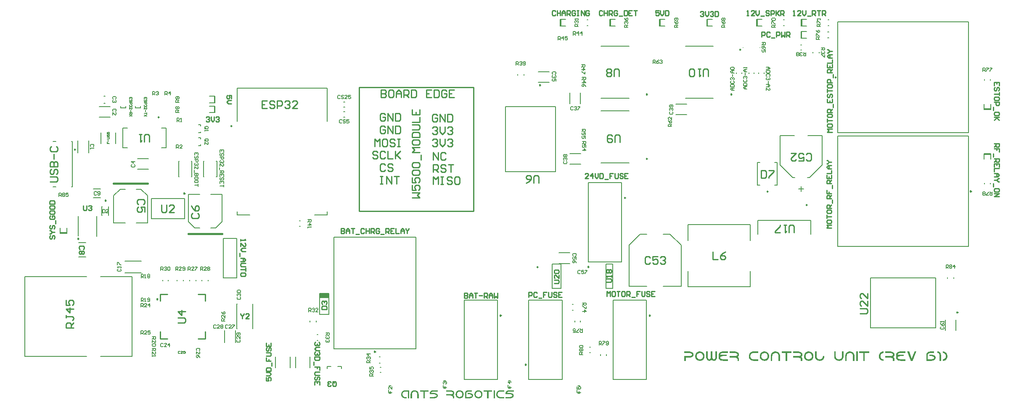
<source format=gto>
G04*
G04 #@! TF.GenerationSoftware,Altium Limited,Altium Designer,21.3.2 (30)*
G04*
G04 Layer_Color=65535*
%FSLAX25Y25*%
%MOIN*%
G70*
G04*
G04 #@! TF.SameCoordinates,06CA3BE7-F167-48F9-AA53-4FDEF555C1C3*
G04*
G04*
G04 #@! TF.FilePolarity,Positive*
G04*
G01*
G75*
%ADD10C,0.00984*%
%ADD11C,0.00394*%
%ADD12C,0.01000*%
%ADD13C,0.00787*%
%ADD14C,0.01575*%
%ADD15C,0.00500*%
%ADD16R,0.05118X0.00803*%
%ADD17R,0.00803X0.05118*%
%ADD18R,0.05118X0.00803*%
%ADD19R,0.07284X0.03866*%
G36*
X696541Y54331D02*
X695298D01*
X692201Y61778D01*
X693769D01*
X695929Y56271D01*
X698128Y61778D01*
X699648D01*
X696541Y54331D01*
D02*
G37*
G36*
X541631Y58049D02*
Y58040D01*
Y58011D01*
Y57954D01*
Y57887D01*
X541621Y57811D01*
X541612Y57705D01*
X541602Y57591D01*
X541593Y57466D01*
X541573Y57333D01*
X541554Y57189D01*
X541497Y56874D01*
X541421Y56539D01*
X541325Y56195D01*
X541191Y55841D01*
X541029Y55507D01*
X540933Y55344D01*
X540828Y55191D01*
X540703Y55048D01*
X540579Y54914D01*
X540445Y54790D01*
X540302Y54675D01*
X540139Y54579D01*
X539967Y54493D01*
X539786Y54426D01*
X539585Y54369D01*
X539375Y54340D01*
X539145Y54331D01*
X539088D01*
X539031Y54340D01*
X538944Y54350D01*
X538839Y54359D01*
X538715Y54378D01*
X538591Y54407D01*
X538447Y54445D01*
X538294Y54493D01*
X538141Y54560D01*
X537989Y54637D01*
X537836Y54723D01*
X537683Y54828D01*
X537539Y54952D01*
X537405Y55095D01*
X537281Y55258D01*
X537271Y55248D01*
X537252Y55220D01*
X537214Y55172D01*
X537166Y55115D01*
X537099Y55048D01*
X537023Y54962D01*
X536927Y54885D01*
X536813Y54799D01*
X536688Y54703D01*
X536554Y54627D01*
X536402Y54551D01*
X536230Y54474D01*
X536048Y54417D01*
X535857Y54369D01*
X535646Y54340D01*
X535417Y54331D01*
X535359D01*
X535312Y54340D01*
X535254Y54350D01*
X535187Y54359D01*
X535025Y54388D01*
X534843Y54445D01*
X534633Y54532D01*
X534404Y54646D01*
X534289Y54713D01*
X534174Y54799D01*
X534059Y54885D01*
X533945Y54990D01*
X533830Y55105D01*
X533715Y55239D01*
X533610Y55382D01*
X533505Y55535D01*
X533409Y55707D01*
X533323Y55899D01*
X533237Y56109D01*
X533161Y56329D01*
X533094Y56568D01*
X533036Y56826D01*
X532989Y57103D01*
X532960Y57399D01*
X532941Y57715D01*
X532931Y58049D01*
Y61778D01*
X534174D01*
Y58049D01*
Y58040D01*
Y58021D01*
Y57992D01*
Y57944D01*
X534184Y57887D01*
Y57820D01*
X534193Y57667D01*
X534212Y57476D01*
X534241Y57266D01*
X534279Y57046D01*
X534327Y56816D01*
X534394Y56577D01*
X534480Y56357D01*
X534576Y56147D01*
X534700Y55966D01*
X534843Y55803D01*
X534920Y55736D01*
X535006Y55679D01*
X535101Y55631D01*
X535197Y55602D01*
X535302Y55583D01*
X535417Y55573D01*
X535426D01*
X535465Y55583D01*
X535532Y55593D01*
X535608Y55612D01*
X535694Y55650D01*
X535799Y55698D01*
X535914Y55774D01*
X536029Y55870D01*
X536134Y55994D01*
X536249Y56147D01*
X536354Y56338D01*
X536402Y56444D01*
X536449Y56568D01*
X536488Y56692D01*
X536535Y56835D01*
X536564Y56988D01*
X536593Y57151D01*
X536621Y57323D01*
X536641Y57514D01*
X536650Y57715D01*
X536660Y57925D01*
Y58049D01*
Y61778D01*
X537902D01*
Y58049D01*
Y58040D01*
Y58021D01*
Y57992D01*
Y57944D01*
X537912Y57887D01*
Y57820D01*
X537922Y57667D01*
X537941Y57476D01*
X537969Y57266D01*
X538008Y57046D01*
X538055Y56816D01*
X538122Y56577D01*
X538208Y56357D01*
X538304Y56147D01*
X538428Y55966D01*
X538572Y55803D01*
X538648Y55736D01*
X538734Y55679D01*
X538830Y55631D01*
X538925Y55602D01*
X539031Y55583D01*
X539145Y55573D01*
X539155D01*
X539203Y55583D01*
X539260Y55593D01*
X539336Y55612D01*
X539432Y55650D01*
X539537Y55707D01*
X539652Y55784D01*
X539767Y55879D01*
X539881Y56013D01*
X539996Y56176D01*
X540054Y56271D01*
X540101Y56376D01*
X540149Y56491D01*
X540197Y56616D01*
X540235Y56759D01*
X540273Y56902D01*
X540312Y57065D01*
X540331Y57237D01*
X540359Y57419D01*
X540379Y57610D01*
X540388Y57830D01*
Y58049D01*
Y61778D01*
X541631D01*
Y58049D01*
D02*
G37*
G36*
X641896Y58050D02*
Y58040D01*
Y58011D01*
Y57954D01*
X641887Y57887D01*
Y57811D01*
X641867Y57705D01*
X641858Y57591D01*
X641839Y57466D01*
X641810Y57333D01*
X641781Y57189D01*
X641695Y56874D01*
X641648Y56711D01*
X641581Y56539D01*
X641514Y56367D01*
X641428Y56195D01*
X641342Y56013D01*
X641236Y55841D01*
X641112Y55669D01*
X640988Y55507D01*
X640844Y55344D01*
X640682Y55191D01*
X640510Y55048D01*
X640328Y54914D01*
X640118Y54790D01*
X639898Y54675D01*
X639659Y54579D01*
X639401Y54493D01*
X639124Y54426D01*
X638827Y54369D01*
X638502Y54340D01*
X638168Y54331D01*
X638072D01*
X638005Y54340D01*
X637929Y54350D01*
X637824Y54359D01*
X637709Y54369D01*
X637585Y54388D01*
X637451Y54417D01*
X637307Y54445D01*
X636992Y54532D01*
X636657Y54646D01*
X636485Y54713D01*
X636313Y54799D01*
X636131Y54885D01*
X635959Y54990D01*
X635787Y55105D01*
X635625Y55239D01*
X635462Y55382D01*
X635309Y55535D01*
X635166Y55707D01*
X635032Y55899D01*
X634908Y56109D01*
X634793Y56329D01*
X634697Y56568D01*
X634611Y56826D01*
X634545Y57103D01*
X634487Y57399D01*
X634458Y57715D01*
X634449Y58050D01*
Y61778D01*
X635692D01*
Y58050D01*
Y58040D01*
Y58021D01*
Y57992D01*
X635701Y57944D01*
Y57887D01*
X635711Y57820D01*
X635730Y57658D01*
X635768Y57476D01*
X635825Y57266D01*
X635902Y57036D01*
X635998Y56807D01*
X636131Y56577D01*
X636294Y56348D01*
X636390Y56243D01*
X636495Y56138D01*
X636610Y56042D01*
X636734Y55956D01*
X636877Y55870D01*
X637020Y55793D01*
X637183Y55726D01*
X637355Y55669D01*
X637537Y55621D01*
X637728Y55593D01*
X637938Y55573D01*
X638168Y55564D01*
X638225D01*
X638273Y55573D01*
X638330D01*
X638397Y55583D01*
X638560Y55602D01*
X638741Y55640D01*
X638952Y55698D01*
X639181Y55774D01*
X639410Y55879D01*
X639640Y56004D01*
X639869Y56176D01*
X639975Y56271D01*
X640080Y56377D01*
X640175Y56491D01*
X640261Y56616D01*
X640347Y56749D01*
X640424Y56893D01*
X640491Y57055D01*
X640548Y57227D01*
X640596Y57419D01*
X640625Y57610D01*
X640644Y57820D01*
X640653Y58050D01*
Y61778D01*
X641896D01*
Y58050D01*
D02*
G37*
G36*
X720623Y61768D02*
X720709D01*
X720804Y61749D01*
X720919Y61740D01*
X721043Y61721D01*
X721177Y61692D01*
X721321Y61663D01*
X721636Y61577D01*
X721808Y61529D01*
X721980Y61462D01*
X722152Y61396D01*
X722324Y61310D01*
X722497Y61224D01*
X722669Y61118D01*
X722841Y60994D01*
X723013Y60870D01*
X723166Y60726D01*
X723328Y60564D01*
X723472Y60392D01*
X723605Y60210D01*
X723730Y60000D01*
X723844Y59780D01*
X723940Y59541D01*
X724026Y59283D01*
X724093Y59006D01*
X724150Y58709D01*
X724179Y58384D01*
X724189Y58050D01*
Y58040D01*
Y58011D01*
Y57954D01*
X724179Y57887D01*
Y57811D01*
X724160Y57705D01*
X724150Y57591D01*
X724131Y57466D01*
X724103Y57333D01*
X724074Y57189D01*
X723988Y56874D01*
X723940Y56711D01*
X723873Y56539D01*
X723806Y56367D01*
X723720Y56195D01*
X723634Y56013D01*
X723529Y55841D01*
X723405Y55669D01*
X723280Y55507D01*
X723137Y55344D01*
X722974Y55191D01*
X722802Y55048D01*
X722621Y54914D01*
X722410Y54790D01*
X722191Y54675D01*
X721952Y54579D01*
X721694Y54493D01*
X721416Y54426D01*
X721120Y54369D01*
X720795Y54340D01*
X720460Y54331D01*
Y55574D01*
X720518D01*
X720565Y55583D01*
X720623D01*
X720690Y55593D01*
X720852Y55612D01*
X721034Y55650D01*
X721244Y55707D01*
X721474Y55784D01*
X721703Y55879D01*
X721933Y56013D01*
X722162Y56176D01*
X722267Y56271D01*
X722372Y56377D01*
X722468Y56491D01*
X722554Y56616D01*
X722640Y56759D01*
X722716Y56902D01*
X722783Y57065D01*
X722841Y57237D01*
X722889Y57419D01*
X722917Y57610D01*
X722936Y57820D01*
X722946Y58050D01*
Y58059D01*
Y58078D01*
Y58107D01*
Y58155D01*
X722936Y58212D01*
X722927Y58279D01*
X722908Y58442D01*
X722869Y58623D01*
X722812Y58833D01*
X722736Y59063D01*
X722640Y59292D01*
X722506Y59522D01*
X722343Y59751D01*
X722248Y59856D01*
X722143Y59962D01*
X722018Y60057D01*
X721894Y60143D01*
X721760Y60229D01*
X721617Y60306D01*
X721454Y60373D01*
X721282Y60430D01*
X721101Y60478D01*
X720900Y60506D01*
X720690Y60526D01*
X720460Y60535D01*
Y61778D01*
X720556D01*
X720623Y61768D01*
D02*
G37*
G36*
X716837D02*
X716894D01*
X716961Y61749D01*
X717124Y61721D01*
X717305Y61663D01*
X717516Y61577D01*
X717630Y61529D01*
X717745Y61462D01*
X717860Y61396D01*
X717975Y61310D01*
X718089Y61224D01*
X718204Y61118D01*
X718319Y60994D01*
X718434Y60870D01*
X718539Y60726D01*
X718644Y60564D01*
X718739Y60392D01*
X718825Y60210D01*
X718912Y60000D01*
X718988Y59780D01*
X719055Y59541D01*
X719112Y59283D01*
X719160Y59006D01*
X719189Y58709D01*
X719208Y58384D01*
X719217Y58050D01*
Y54331D01*
X717975D01*
Y58050D01*
Y58059D01*
Y58078D01*
Y58107D01*
Y58155D01*
Y58212D01*
X717965Y58279D01*
X717955Y58442D01*
X717936Y58623D01*
X717908Y58833D01*
X717870Y59063D01*
X717822Y59292D01*
X717755Y59522D01*
X717669Y59751D01*
X717573Y59962D01*
X717449Y60143D01*
X717305Y60306D01*
X717229Y60373D01*
X717143Y60430D01*
X717047Y60478D01*
X716952Y60506D01*
X716847Y60526D01*
X716732Y60535D01*
X716110D01*
Y61778D01*
X716789D01*
X716837Y61768D01*
D02*
G37*
G36*
X713625Y60535D02*
X710977D01*
X710910Y60526D01*
X710757Y60516D01*
X710566Y60497D01*
X710355Y60468D01*
X710135Y60430D01*
X709906Y60382D01*
X709667Y60315D01*
X709447Y60229D01*
X709237Y60134D01*
X709055Y60009D01*
X708893Y59866D01*
X708826Y59790D01*
X708768Y59703D01*
X708720Y59608D01*
X708692Y59512D01*
X708673Y59407D01*
X708663Y59292D01*
Y55573D01*
X711244D01*
X711302Y55583D01*
X711369D01*
X711531Y55593D01*
X711713Y55612D01*
X711923Y55641D01*
X712153Y55679D01*
X712382Y55726D01*
X712611Y55793D01*
X712841Y55879D01*
X713051Y55975D01*
X713233Y56099D01*
X713395Y56243D01*
X713462Y56319D01*
X713520Y56405D01*
X713567Y56501D01*
X713596Y56596D01*
X713615Y56702D01*
X713625Y56816D01*
Y56826D01*
Y56874D01*
X713606Y56931D01*
X713587Y57007D01*
X713548Y57103D01*
X713491Y57208D01*
X713414Y57323D01*
X713319Y57438D01*
X713185Y57552D01*
X713023Y57667D01*
X712927Y57724D01*
X712822Y57772D01*
X712698Y57820D01*
X712573Y57868D01*
X712439Y57906D01*
X712296Y57944D01*
X712134Y57983D01*
X711961Y58002D01*
X711780Y58030D01*
X711579Y58050D01*
X711369Y58059D01*
X709896D01*
Y59302D01*
X711302D01*
X711388Y59292D01*
X711483Y59283D01*
X711598Y59273D01*
X711722Y59264D01*
X711856Y59245D01*
X712000Y59225D01*
X712315Y59168D01*
X712659Y59092D01*
X713003Y58996D01*
X713348Y58862D01*
X713692Y58700D01*
X713845Y58604D01*
X714007Y58499D01*
X714151Y58375D01*
X714285Y58250D01*
X714409Y58117D01*
X714524Y57973D01*
X714619Y57811D01*
X714705Y57639D01*
X714772Y57457D01*
X714829Y57256D01*
X714858Y57046D01*
X714868Y56816D01*
Y56807D01*
Y56788D01*
Y56759D01*
X714858Y56711D01*
Y56654D01*
X714839Y56587D01*
X714810Y56424D01*
X714753Y56243D01*
X714667Y56032D01*
X714619Y55918D01*
X714552Y55803D01*
X714485Y55688D01*
X714399Y55573D01*
X714313Y55459D01*
X714208Y55344D01*
X714084Y55229D01*
X713959Y55115D01*
X713816Y55010D01*
X713654Y54904D01*
X713481Y54809D01*
X713300Y54723D01*
X713090Y54637D01*
X712870Y54560D01*
X712631Y54493D01*
X712372Y54436D01*
X712095Y54388D01*
X711799Y54359D01*
X711474Y54340D01*
X711139Y54331D01*
X707420D01*
Y59292D01*
Y59302D01*
Y59321D01*
Y59350D01*
X707430Y59398D01*
X707440Y59455D01*
X707449Y59522D01*
X707478Y59684D01*
X707535Y59866D01*
X707621Y60076D01*
X707736Y60306D01*
X707803Y60421D01*
X707889Y60535D01*
X707975Y60650D01*
X708080Y60765D01*
X708195Y60879D01*
X708329Y60994D01*
X708472Y61099D01*
X708625Y61204D01*
X708797Y61300D01*
X708988Y61386D01*
X709199Y61472D01*
X709418Y61549D01*
X709657Y61616D01*
X709915Y61673D01*
X710193Y61721D01*
X710489Y61749D01*
X710805Y61768D01*
X711139Y61778D01*
X713625D01*
Y60535D01*
D02*
G37*
G36*
X690958D02*
X687067D01*
X687000Y60526D01*
X686847Y60516D01*
X686656Y60497D01*
X686446Y60468D01*
X686226Y60430D01*
X685996Y60382D01*
X685757Y60315D01*
X685537Y60229D01*
X685327Y60134D01*
X685146Y60009D01*
X684983Y59866D01*
X684916Y59790D01*
X684859Y59703D01*
X684811Y59608D01*
X684782Y59512D01*
X684763Y59407D01*
X684754Y59292D01*
Y58853D01*
X684763Y58862D01*
X684792Y58872D01*
X684849Y58891D01*
X684916Y58920D01*
X685012Y58958D01*
X685117Y58996D01*
X685251Y59034D01*
X685404Y59082D01*
X685566Y59120D01*
X685757Y59158D01*
X685958Y59197D01*
X686178Y59235D01*
X686417Y59264D01*
X686675Y59283D01*
X686943Y59302D01*
X689715D01*
Y58059D01*
X687067D01*
X687010Y58050D01*
X686847Y58040D01*
X686666Y58021D01*
X686465Y57992D01*
X686245Y57964D01*
X686016Y57916D01*
X685786Y57849D01*
X685566Y57772D01*
X685356Y57677D01*
X685165Y57562D01*
X685002Y57428D01*
X684935Y57352D01*
X684878Y57266D01*
X684830Y57180D01*
X684792Y57084D01*
X684763Y56979D01*
X684754Y56874D01*
Y56816D01*
Y56807D01*
X684763Y56759D01*
X684773Y56702D01*
X684792Y56625D01*
X684830Y56529D01*
X684888Y56424D01*
X684964Y56310D01*
X685059Y56195D01*
X685193Y56080D01*
X685356Y55966D01*
X685452Y55918D01*
X685557Y55860D01*
X685671Y55813D01*
X685796Y55765D01*
X685939Y55726D01*
X686083Y55688D01*
X686245Y55660D01*
X686417Y55631D01*
X686599Y55602D01*
X686790Y55583D01*
X687010Y55573D01*
X690958D01*
Y54331D01*
X687134D01*
X687067Y54340D01*
X686991D01*
X686885Y54350D01*
X686771Y54359D01*
X686647Y54369D01*
X686513Y54388D01*
X686369Y54407D01*
X686054Y54465D01*
X685719Y54541D01*
X685375Y54637D01*
X685021Y54770D01*
X684687Y54933D01*
X684524Y55029D01*
X684371Y55134D01*
X684228Y55248D01*
X684094Y55373D01*
X683970Y55516D01*
X683855Y55660D01*
X683759Y55822D01*
X683673Y55994D01*
X683606Y56176D01*
X683549Y56367D01*
X683520Y56577D01*
X683511Y56807D01*
Y59292D01*
Y59302D01*
Y59321D01*
Y59350D01*
X683520Y59398D01*
X683530Y59455D01*
X683539Y59522D01*
X683568Y59684D01*
X683626Y59866D01*
X683712Y60076D01*
X683826Y60306D01*
X683893Y60421D01*
X683979Y60535D01*
X684065Y60650D01*
X684170Y60765D01*
X684285Y60879D01*
X684419Y60994D01*
X684562Y61099D01*
X684715Y61204D01*
X684888Y61300D01*
X685079Y61386D01*
X685289Y61472D01*
X685509Y61549D01*
X685748Y61616D01*
X686006Y61673D01*
X686283Y61721D01*
X686580Y61749D01*
X686895Y61768D01*
X687230Y61778D01*
X690958D01*
Y60535D01*
D02*
G37*
G36*
X678788Y61768D02*
X678884Y61759D01*
X678999Y61749D01*
X679123Y61740D01*
X679257Y61721D01*
X679400Y61702D01*
X679715Y61644D01*
X680060Y61568D01*
X680404Y61472D01*
X680748Y61338D01*
X681092Y61176D01*
X681245Y61080D01*
X681408Y60975D01*
X681551Y60851D01*
X681685Y60726D01*
X681809Y60593D01*
X681924Y60449D01*
X682020Y60287D01*
X682105Y60115D01*
X682172Y59933D01*
X682230Y59732D01*
X682259Y59522D01*
X682268Y59292D01*
Y59283D01*
Y59235D01*
X682259Y59178D01*
Y59092D01*
X682239Y58987D01*
X682220Y58872D01*
X682192Y58738D01*
X682153Y58595D01*
X682105Y58451D01*
X682039Y58298D01*
X681962Y58136D01*
X681876Y57983D01*
X681761Y57839D01*
X681637Y57696D01*
X681494Y57562D01*
X681331Y57438D01*
X681341Y57428D01*
X681369Y57409D01*
X681417Y57371D01*
X681474Y57323D01*
X681551Y57256D01*
X681628Y57180D01*
X681713Y57084D01*
X681800Y56969D01*
X681886Y56845D01*
X681972Y56711D01*
X682048Y56558D01*
X682125Y56386D01*
X682182Y56204D01*
X682230Y56013D01*
X682259Y55803D01*
X682268Y55573D01*
Y54331D01*
X681025D01*
Y55573D01*
Y55583D01*
Y55631D01*
X681006Y55688D01*
X680987Y55765D01*
X680949Y55860D01*
X680891Y55966D01*
X680815Y56080D01*
X680719Y56195D01*
X680585Y56310D01*
X680423Y56424D01*
X680327Y56482D01*
X680222Y56529D01*
X680098Y56577D01*
X679974Y56625D01*
X679840Y56663D01*
X679696Y56702D01*
X679534Y56740D01*
X679362Y56759D01*
X679180Y56788D01*
X678979Y56807D01*
X678769Y56816D01*
X674821D01*
Y58059D01*
X678645D01*
X678702Y58069D01*
X678769D01*
X678932Y58078D01*
X679113Y58097D01*
X679323Y58126D01*
X679553Y58164D01*
X679782Y58212D01*
X680012Y58279D01*
X680241Y58365D01*
X680452Y58461D01*
X680633Y58575D01*
X680796Y58719D01*
X680863Y58805D01*
X680920Y58881D01*
X680968Y58977D01*
X680997Y59073D01*
X681016Y59178D01*
X681025Y59292D01*
Y59302D01*
Y59350D01*
X681006Y59407D01*
X680987Y59484D01*
X680949Y59579D01*
X680891Y59684D01*
X680815Y59799D01*
X680719Y59914D01*
X680585Y60028D01*
X680423Y60143D01*
X680327Y60201D01*
X680222Y60248D01*
X680098Y60296D01*
X679974Y60344D01*
X679840Y60382D01*
X679696Y60421D01*
X679534Y60459D01*
X679362Y60478D01*
X679180Y60506D01*
X678979Y60526D01*
X678769Y60535D01*
X674821D01*
Y61778D01*
X678702D01*
X678788Y61768D01*
D02*
G37*
G36*
X673568Y60535D02*
X673463D01*
X673406Y60526D01*
X673339Y60516D01*
X673186Y60497D01*
X672995Y60459D01*
X672785Y60401D01*
X672565Y60325D01*
X672335Y60229D01*
X672096Y60095D01*
X671876Y59933D01*
X671771Y59837D01*
X671666Y59732D01*
X671570Y59608D01*
X671484Y59484D01*
X671398Y59350D01*
X671322Y59206D01*
X671255Y59044D01*
X671198Y58872D01*
X671150Y58690D01*
X671121Y58489D01*
X671102Y58279D01*
X671092Y58050D01*
Y58040D01*
Y58021D01*
Y57992D01*
X671102Y57944D01*
Y57887D01*
X671111Y57820D01*
X671131Y57667D01*
X671169Y57476D01*
X671226Y57266D01*
X671303Y57046D01*
X671398Y56816D01*
X671532Y56577D01*
X671695Y56358D01*
X671790Y56252D01*
X671895Y56147D01*
X672010Y56051D01*
X672134Y55966D01*
X672278Y55879D01*
X672421Y55803D01*
X672584Y55736D01*
X672756Y55679D01*
X672937Y55631D01*
X673129Y55602D01*
X673339Y55583D01*
X673568Y55573D01*
Y54331D01*
X673473D01*
X673406Y54340D01*
X673329Y54350D01*
X673224Y54359D01*
X673109Y54369D01*
X672985Y54388D01*
X672851Y54417D01*
X672708Y54445D01*
X672393Y54532D01*
X672058Y54646D01*
X671886Y54713D01*
X671714Y54799D01*
X671532Y54885D01*
X671360Y54990D01*
X671188Y55105D01*
X671026Y55239D01*
X670863Y55382D01*
X670710Y55535D01*
X670567Y55707D01*
X670433Y55899D01*
X670308Y56109D01*
X670194Y56329D01*
X670098Y56568D01*
X670012Y56826D01*
X669945Y57103D01*
X669888Y57399D01*
X669859Y57715D01*
X669850Y58050D01*
Y58059D01*
Y58088D01*
Y58145D01*
X669859Y58212D01*
X669869Y58298D01*
X669878Y58394D01*
X669888Y58508D01*
X669907Y58633D01*
X669936Y58767D01*
X669964Y58910D01*
X670050Y59225D01*
X670165Y59570D01*
X670232Y59742D01*
X670318Y59914D01*
X670404Y60086D01*
X670509Y60258D01*
X670624Y60430D01*
X670758Y60602D01*
X670901Y60755D01*
X671054Y60918D01*
X671226Y61061D01*
X671417Y61195D01*
X671628Y61319D01*
X671848Y61434D01*
X672087Y61529D01*
X672345Y61616D01*
X672622Y61682D01*
X672918Y61740D01*
X673234Y61768D01*
X673568Y61778D01*
Y60535D01*
D02*
G37*
G36*
X662077D02*
X658664D01*
Y54331D01*
X657422Y54331D01*
Y60535D01*
X654315D01*
Y61778D01*
X662077Y61778D01*
Y60535D01*
D02*
G37*
G36*
X653072Y54331D02*
X651829D01*
Y61778D01*
X653072D01*
Y54331D01*
D02*
G37*
G36*
X647020Y61768D02*
X647106D01*
X647202Y61749D01*
X647317Y61740D01*
X647441Y61721D01*
X647575Y61692D01*
X647718Y61663D01*
X648034Y61577D01*
X648206Y61529D01*
X648378Y61462D01*
X648550Y61396D01*
X648722Y61309D01*
X648894Y61224D01*
X649066Y61118D01*
X649238Y60994D01*
X649410Y60870D01*
X649563Y60726D01*
X649726Y60564D01*
X649869Y60392D01*
X650003Y60210D01*
X650127Y60000D01*
X650242Y59780D01*
X650338Y59541D01*
X650424Y59283D01*
X650491Y59006D01*
X650548Y58709D01*
X650577Y58384D01*
X650586Y58050D01*
Y54331D01*
X649343D01*
Y58050D01*
Y58059D01*
Y58078D01*
Y58107D01*
Y58155D01*
X649334Y58212D01*
X649324Y58279D01*
X649305Y58442D01*
X649267Y58623D01*
X649209Y58833D01*
X649133Y59063D01*
X649038Y59292D01*
X648904Y59522D01*
X648741Y59751D01*
X648645Y59856D01*
X648540Y59962D01*
X648416Y60057D01*
X648292Y60143D01*
X648158Y60229D01*
X648014Y60306D01*
X647852Y60373D01*
X647680Y60430D01*
X647498Y60478D01*
X647297Y60506D01*
X647087Y60526D01*
X646858Y60535D01*
X646753D01*
X646695Y60526D01*
X646628Y60516D01*
X646475Y60497D01*
X646284Y60459D01*
X646074Y60401D01*
X645854Y60325D01*
X645624Y60229D01*
X645386Y60095D01*
X645166Y59933D01*
X645060Y59837D01*
X644955Y59732D01*
X644860Y59608D01*
X644774Y59484D01*
X644688Y59350D01*
X644611Y59206D01*
X644544Y59044D01*
X644487Y58872D01*
X644439Y58690D01*
X644410Y58489D01*
X644391Y58279D01*
X644382Y58050D01*
Y54331D01*
X643139D01*
Y58050D01*
Y58059D01*
Y58088D01*
Y58145D01*
X643149Y58212D01*
X643158Y58298D01*
X643168Y58394D01*
X643177Y58508D01*
X643196Y58633D01*
X643225Y58767D01*
X643254Y58910D01*
X643340Y59225D01*
X643454Y59570D01*
X643521Y59742D01*
X643607Y59914D01*
X643693Y60086D01*
X643799Y60258D01*
X643913Y60430D01*
X644047Y60602D01*
X644191Y60755D01*
X644344Y60918D01*
X644516Y61061D01*
X644707Y61195D01*
X644917Y61319D01*
X645137Y61434D01*
X645376Y61529D01*
X645634Y61615D01*
X645911Y61682D01*
X646208Y61740D01*
X646523Y61768D01*
X646858Y61778D01*
X646953D01*
X647020Y61768D01*
D02*
G37*
G36*
X620472Y58050D02*
Y58040D01*
Y58021D01*
Y57992D01*
X620482Y57944D01*
Y57887D01*
X620491Y57820D01*
X620510Y57667D01*
X620549Y57476D01*
X620606Y57266D01*
X620682Y57046D01*
X620778Y56816D01*
X620912Y56577D01*
X621074Y56357D01*
X621170Y56252D01*
X621275Y56147D01*
X621390Y56051D01*
X621514Y55966D01*
X621658Y55879D01*
X621801Y55803D01*
X621964Y55736D01*
X622136Y55679D01*
X622317Y55631D01*
X622508Y55602D01*
X622719Y55583D01*
X622948Y55573D01*
X623006D01*
X623053Y55583D01*
X623111D01*
X623178Y55593D01*
X623340Y55612D01*
X623522Y55650D01*
X623732Y55707D01*
X623962Y55784D01*
X624191Y55879D01*
X624420Y56013D01*
X624650Y56176D01*
X624755Y56271D01*
X624860Y56377D01*
X624956Y56491D01*
X625042Y56616D01*
X625128Y56759D01*
X625204Y56902D01*
X625271Y57065D01*
X625329Y57237D01*
X625377Y57419D01*
X625405Y57610D01*
X625424Y57820D01*
X625434Y58050D01*
X626677D01*
Y58040D01*
Y58011D01*
Y57954D01*
X626667Y57887D01*
Y57811D01*
X626648Y57705D01*
X626638Y57591D01*
X626619Y57466D01*
X626591Y57333D01*
X626562Y57189D01*
X626476Y56874D01*
X626428Y56711D01*
X626361Y56539D01*
X626294Y56367D01*
X626208Y56195D01*
X626122Y56013D01*
X626017Y55841D01*
X625893Y55669D01*
X625768Y55507D01*
X625625Y55344D01*
X625462Y55191D01*
X625290Y55048D01*
X625109Y54914D01*
X624898Y54790D01*
X624679Y54675D01*
X624440Y54579D01*
X624182Y54493D01*
X623904Y54426D01*
X623608Y54369D01*
X623283Y54340D01*
X622948Y54331D01*
X622853D01*
X622786Y54340D01*
X622709Y54350D01*
X622604Y54359D01*
X622489Y54369D01*
X622365Y54388D01*
X622231Y54417D01*
X622088Y54445D01*
X621772Y54532D01*
X621438Y54646D01*
X621266Y54713D01*
X621094Y54799D01*
X620912Y54885D01*
X620740Y54990D01*
X620568Y55105D01*
X620405Y55239D01*
X620243Y55382D01*
X620090Y55535D01*
X619946Y55707D01*
X619812Y55899D01*
X619688Y56109D01*
X619573Y56329D01*
X619478Y56568D01*
X619392Y56826D01*
X619325Y57103D01*
X619268Y57399D01*
X619239Y57715D01*
X619229Y58050D01*
Y61778D01*
X620472D01*
Y58050D01*
D02*
G37*
G36*
X614421Y61768D02*
X614507D01*
X614602Y61749D01*
X614717Y61740D01*
X614841Y61721D01*
X614975Y61692D01*
X615119Y61663D01*
X615434Y61577D01*
X615606Y61529D01*
X615778Y61462D01*
X615950Y61396D01*
X616122Y61309D01*
X616294Y61224D01*
X616467Y61118D01*
X616639Y60994D01*
X616811Y60870D01*
X616964Y60726D01*
X617126Y60564D01*
X617270Y60392D01*
X617403Y60210D01*
X617528Y60000D01*
X617642Y59780D01*
X617738Y59541D01*
X617824Y59283D01*
X617891Y59006D01*
X617948Y58709D01*
X617977Y58384D01*
X617987Y58050D01*
Y58040D01*
Y58011D01*
Y57954D01*
X617977Y57887D01*
Y57811D01*
X617958Y57705D01*
X617948Y57591D01*
X617929Y57466D01*
X617901Y57333D01*
X617872Y57189D01*
X617786Y56874D01*
X617738Y56711D01*
X617671Y56539D01*
X617604Y56367D01*
X617518Y56195D01*
X617432Y56013D01*
X617327Y55841D01*
X617203Y55669D01*
X617078Y55507D01*
X616935Y55344D01*
X616773Y55191D01*
X616600Y55048D01*
X616419Y54914D01*
X616208Y54790D01*
X615988Y54675D01*
X615750Y54579D01*
X615491Y54493D01*
X615214Y54426D01*
X614918Y54369D01*
X614593Y54340D01*
X614258Y54331D01*
X614163D01*
X614096Y54340D01*
X614019Y54350D01*
X613914Y54359D01*
X613799Y54369D01*
X613675Y54388D01*
X613541Y54417D01*
X613398Y54445D01*
X613082Y54532D01*
X612748Y54646D01*
X612576Y54713D01*
X612403Y54799D01*
X612222Y54885D01*
X612050Y54990D01*
X611878Y55105D01*
X611715Y55239D01*
X611553Y55382D01*
X611400Y55535D01*
X611256Y55707D01*
X611123Y55899D01*
X610998Y56109D01*
X610884Y56329D01*
X610788Y56568D01*
X610702Y56826D01*
X610635Y57103D01*
X610578Y57399D01*
X610549Y57715D01*
X610539Y58050D01*
Y58059D01*
Y58088D01*
Y58145D01*
X610549Y58212D01*
X610559Y58298D01*
X610568Y58394D01*
X610578Y58508D01*
X610597Y58633D01*
X610625Y58767D01*
X610654Y58910D01*
X610740Y59225D01*
X610855Y59570D01*
X610922Y59742D01*
X611008Y59914D01*
X611094Y60086D01*
X611199Y60258D01*
X611314Y60430D01*
X611447Y60602D01*
X611591Y60755D01*
X611744Y60918D01*
X611916Y61061D01*
X612107Y61195D01*
X612318Y61319D01*
X612537Y61434D01*
X612776Y61529D01*
X613034Y61615D01*
X613312Y61682D01*
X613608Y61740D01*
X613924Y61768D01*
X614258Y61778D01*
X614354D01*
X614421Y61768D01*
D02*
G37*
G36*
X605817D02*
X605912Y61759D01*
X606027Y61749D01*
X606151Y61740D01*
X606285Y61721D01*
X606428Y61702D01*
X606744Y61644D01*
X607088Y61568D01*
X607432Y61472D01*
X607776Y61338D01*
X608121Y61176D01*
X608274Y61080D01*
X608436Y60975D01*
X608579Y60851D01*
X608713Y60726D01*
X608838Y60593D01*
X608952Y60449D01*
X609048Y60287D01*
X609134Y60115D01*
X609201Y59933D01*
X609258Y59732D01*
X609287Y59522D01*
X609297Y59292D01*
Y59283D01*
Y59235D01*
X609287Y59178D01*
Y59092D01*
X609268Y58987D01*
X609249Y58872D01*
X609220Y58738D01*
X609182Y58595D01*
X609134Y58451D01*
X609067Y58298D01*
X608991Y58136D01*
X608905Y57983D01*
X608790Y57839D01*
X608666Y57696D01*
X608522Y57562D01*
X608360Y57438D01*
X608369Y57428D01*
X608398Y57409D01*
X608446Y57371D01*
X608503Y57323D01*
X608579Y57256D01*
X608656Y57180D01*
X608742Y57084D01*
X608828Y56969D01*
X608914Y56845D01*
X609000Y56711D01*
X609077Y56558D01*
X609153Y56386D01*
X609210Y56204D01*
X609258Y56013D01*
X609287Y55803D01*
X609297Y55573D01*
Y54331D01*
X608054D01*
Y55573D01*
Y55583D01*
Y55631D01*
X608035Y55688D01*
X608015Y55765D01*
X607977Y55860D01*
X607920Y55966D01*
X607843Y56080D01*
X607748Y56195D01*
X607614Y56310D01*
X607451Y56424D01*
X607356Y56482D01*
X607251Y56529D01*
X607126Y56577D01*
X607002Y56625D01*
X606868Y56663D01*
X606725Y56702D01*
X606562Y56740D01*
X606390Y56759D01*
X606209Y56788D01*
X606008Y56807D01*
X605798Y56816D01*
X601849D01*
Y58059D01*
X605673D01*
X605731Y58069D01*
X605798D01*
X605960Y58078D01*
X606142Y58097D01*
X606352Y58126D01*
X606581Y58164D01*
X606811Y58212D01*
X607040Y58279D01*
X607270Y58365D01*
X607480Y58461D01*
X607662Y58575D01*
X607824Y58719D01*
X607891Y58805D01*
X607949Y58881D01*
X607996Y58977D01*
X608025Y59073D01*
X608044Y59178D01*
X608054Y59292D01*
Y59302D01*
Y59350D01*
X608035Y59407D01*
X608015Y59484D01*
X607977Y59579D01*
X607920Y59684D01*
X607843Y59799D01*
X607748Y59914D01*
X607614Y60028D01*
X607451Y60143D01*
X607356Y60201D01*
X607251Y60248D01*
X607126Y60296D01*
X607002Y60344D01*
X606868Y60382D01*
X606725Y60421D01*
X606562Y60459D01*
X606390Y60478D01*
X606209Y60506D01*
X606008Y60526D01*
X605798Y60535D01*
X601849D01*
Y61778D01*
X605731D01*
X605817Y61768D01*
D02*
G37*
G36*
X600606Y60535D02*
X597194D01*
Y54331D01*
X595951D01*
Y60535D01*
X592844D01*
Y61778D01*
X600606D01*
Y60535D01*
D02*
G37*
G36*
X588035Y61768D02*
X588121D01*
X588217Y61749D01*
X588332Y61740D01*
X588456Y61721D01*
X588590Y61692D01*
X588733Y61663D01*
X589048Y61577D01*
X589221Y61529D01*
X589393Y61462D01*
X589565Y61396D01*
X589737Y61309D01*
X589909Y61224D01*
X590081Y61118D01*
X590253Y60994D01*
X590425Y60870D01*
X590578Y60726D01*
X590741Y60564D01*
X590884Y60392D01*
X591018Y60210D01*
X591142Y60000D01*
X591257Y59780D01*
X591352Y59541D01*
X591438Y59283D01*
X591505Y59006D01*
X591563Y58709D01*
X591591Y58384D01*
X591601Y58050D01*
Y54331D01*
X590358D01*
Y58050D01*
Y58059D01*
Y58078D01*
Y58107D01*
Y58155D01*
X590349Y58212D01*
X590339Y58279D01*
X590320Y58442D01*
X590282Y58623D01*
X590224Y58833D01*
X590148Y59063D01*
X590052Y59292D01*
X589918Y59522D01*
X589756Y59751D01*
X589660Y59856D01*
X589555Y59962D01*
X589431Y60057D01*
X589307Y60143D01*
X589173Y60229D01*
X589029Y60306D01*
X588867Y60373D01*
X588695Y60430D01*
X588513Y60478D01*
X588312Y60506D01*
X588102Y60526D01*
X587873Y60535D01*
X587767D01*
X587710Y60526D01*
X587643Y60516D01*
X587490Y60497D01*
X587299Y60459D01*
X587089Y60401D01*
X586869Y60325D01*
X586639Y60229D01*
X586400Y60095D01*
X586180Y59933D01*
X586075Y59837D01*
X585970Y59732D01*
X585875Y59608D01*
X585788Y59484D01*
X585703Y59350D01*
X585626Y59206D01*
X585559Y59044D01*
X585502Y58872D01*
X585454Y58690D01*
X585425Y58489D01*
X585406Y58279D01*
X585396Y58050D01*
Y54331D01*
X584154D01*
Y58050D01*
Y58059D01*
Y58088D01*
Y58145D01*
X584163Y58212D01*
X584173Y58298D01*
X584182Y58394D01*
X584192Y58508D01*
X584211Y58633D01*
X584240Y58767D01*
X584269Y58910D01*
X584354Y59225D01*
X584469Y59570D01*
X584536Y59742D01*
X584622Y59914D01*
X584708Y60086D01*
X584813Y60258D01*
X584928Y60430D01*
X585062Y60602D01*
X585205Y60755D01*
X585358Y60918D01*
X585530Y61061D01*
X585722Y61195D01*
X585932Y61319D01*
X586152Y61434D01*
X586391Y61529D01*
X586649Y61615D01*
X586926Y61682D01*
X587222Y61740D01*
X587538Y61768D01*
X587873Y61778D01*
X587968D01*
X588035Y61768D01*
D02*
G37*
G36*
X579345D02*
X579431D01*
X579527Y61749D01*
X579641Y61740D01*
X579766Y61721D01*
X579900Y61692D01*
X580043Y61663D01*
X580358Y61577D01*
X580531Y61529D01*
X580703Y61462D01*
X580875Y61396D01*
X581047Y61309D01*
X581219Y61224D01*
X581391Y61118D01*
X581563Y60994D01*
X581735Y60870D01*
X581888Y60726D01*
X582051Y60564D01*
X582194Y60392D01*
X582328Y60210D01*
X582452Y60000D01*
X582567Y59780D01*
X582662Y59541D01*
X582748Y59283D01*
X582815Y59006D01*
X582873Y58709D01*
X582901Y58384D01*
X582911Y58050D01*
Y58040D01*
Y58011D01*
Y57954D01*
X582901Y57887D01*
Y57811D01*
X582882Y57705D01*
X582873Y57591D01*
X582854Y57466D01*
X582825Y57333D01*
X582796Y57189D01*
X582710Y56874D01*
X582662Y56711D01*
X582595Y56539D01*
X582528Y56367D01*
X582443Y56195D01*
X582357Y56013D01*
X582251Y55841D01*
X582127Y55669D01*
X582003Y55507D01*
X581859Y55344D01*
X581697Y55191D01*
X581525Y55048D01*
X581343Y54914D01*
X581133Y54790D01*
X580913Y54675D01*
X580674Y54579D01*
X580416Y54493D01*
X580138Y54426D01*
X579842Y54369D01*
X579517Y54340D01*
X579182Y54331D01*
X579087D01*
X579020Y54340D01*
X578943Y54350D01*
X578838Y54359D01*
X578724Y54369D01*
X578599Y54388D01*
X578466Y54417D01*
X578322Y54445D01*
X578007Y54532D01*
X577672Y54646D01*
X577500Y54713D01*
X577328Y54799D01*
X577146Y54885D01*
X576974Y54990D01*
X576802Y55105D01*
X576640Y55239D01*
X576477Y55382D01*
X576324Y55535D01*
X576181Y55707D01*
X576047Y55899D01*
X575923Y56109D01*
X575808Y56329D01*
X575712Y56568D01*
X575626Y56826D01*
X575559Y57103D01*
X575502Y57399D01*
X575473Y57715D01*
X575464Y58050D01*
Y58059D01*
Y58088D01*
Y58145D01*
X575473Y58212D01*
X575483Y58298D01*
X575492Y58394D01*
X575502Y58508D01*
X575521Y58633D01*
X575550Y58767D01*
X575578Y58910D01*
X575665Y59225D01*
X575779Y59570D01*
X575846Y59742D01*
X575932Y59914D01*
X576018Y60086D01*
X576123Y60258D01*
X576238Y60430D01*
X576372Y60602D01*
X576515Y60755D01*
X576668Y60918D01*
X576840Y61061D01*
X577032Y61195D01*
X577242Y61319D01*
X577462Y61434D01*
X577701Y61529D01*
X577959Y61615D01*
X578236Y61682D01*
X578533Y61740D01*
X578848Y61768D01*
X579182Y61778D01*
X579278D01*
X579345Y61768D01*
D02*
G37*
G36*
X574221Y60535D02*
X570387D01*
X570330Y60526D01*
X570263Y60516D01*
X570110Y60497D01*
X569919Y60459D01*
X569709Y60401D01*
X569489Y60325D01*
X569259Y60229D01*
X569020Y60095D01*
X568800Y59933D01*
X568695Y59837D01*
X568590Y59732D01*
X568495Y59608D01*
X568408Y59484D01*
X568322Y59350D01*
X568246Y59206D01*
X568179Y59044D01*
X568122Y58872D01*
X568074Y58690D01*
X568045Y58489D01*
X568026Y58279D01*
X568016Y58050D01*
Y58040D01*
Y58021D01*
Y57992D01*
X568026Y57944D01*
Y57887D01*
X568036Y57820D01*
X568055Y57667D01*
X568093Y57476D01*
X568150Y57266D01*
X568227Y57046D01*
X568322Y56816D01*
X568456Y56577D01*
X568619Y56357D01*
X568714Y56252D01*
X568820Y56147D01*
X568934Y56051D01*
X569059Y55966D01*
X569202Y55879D01*
X569345Y55803D01*
X569508Y55736D01*
X569680Y55679D01*
X569862Y55631D01*
X570053Y55602D01*
X570263Y55583D01*
X570493Y55573D01*
X574221D01*
Y54331D01*
X570397D01*
X570330Y54340D01*
X570254Y54350D01*
X570148Y54359D01*
X570034Y54369D01*
X569909Y54388D01*
X569775Y54417D01*
X569632Y54445D01*
X569317Y54532D01*
X568982Y54646D01*
X568810Y54713D01*
X568638Y54799D01*
X568456Y54885D01*
X568284Y54990D01*
X568112Y55105D01*
X567949Y55239D01*
X567787Y55382D01*
X567634Y55535D01*
X567491Y55707D01*
X567357Y55899D01*
X567233Y56109D01*
X567118Y56329D01*
X567022Y56568D01*
X566936Y56826D01*
X566869Y57103D01*
X566812Y57399D01*
X566783Y57715D01*
X566774Y58050D01*
Y58059D01*
Y58088D01*
Y58145D01*
X566783Y58212D01*
X566793Y58298D01*
X566802Y58394D01*
X566812Y58508D01*
X566831Y58633D01*
X566860Y58767D01*
X566888Y58910D01*
X566974Y59225D01*
X567089Y59570D01*
X567156Y59742D01*
X567242Y59914D01*
X567328Y60086D01*
X567433Y60258D01*
X567548Y60430D01*
X567682Y60602D01*
X567825Y60755D01*
X567978Y60918D01*
X568150Y61061D01*
X568341Y61195D01*
X568552Y61319D01*
X568772Y61434D01*
X569011Y61529D01*
X569269Y61615D01*
X569546Y61682D01*
X569842Y61740D01*
X570158Y61768D01*
X570493Y61778D01*
X574221D01*
Y60535D01*
D02*
G37*
G36*
X555521Y61768D02*
X555617Y61759D01*
X555732Y61749D01*
X555856Y61740D01*
X555990Y61721D01*
X556133Y61702D01*
X556449Y61644D01*
X556793Y61568D01*
X557137Y61472D01*
X557481Y61338D01*
X557826Y61176D01*
X557978Y61080D01*
X558141Y60975D01*
X558284Y60851D01*
X558418Y60726D01*
X558542Y60593D01*
X558657Y60449D01*
X558753Y60287D01*
X558839Y60115D01*
X558906Y59933D01*
X558963Y59732D01*
X558992Y59522D01*
X559001Y59292D01*
Y59283D01*
Y59235D01*
X558992Y59178D01*
Y59092D01*
X558973Y58986D01*
X558954Y58872D01*
X558925Y58738D01*
X558887Y58595D01*
X558839Y58451D01*
X558772Y58298D01*
X558696Y58136D01*
X558609Y57983D01*
X558495Y57839D01*
X558370Y57696D01*
X558227Y57562D01*
X558065Y57438D01*
X558074Y57428D01*
X558103Y57409D01*
X558150Y57371D01*
X558208Y57323D01*
X558284Y57256D01*
X558361Y57180D01*
X558447Y57084D01*
X558533Y56969D01*
X558619Y56845D01*
X558705Y56711D01*
X558781Y56558D01*
X558858Y56386D01*
X558915Y56204D01*
X558963Y56013D01*
X558992Y55803D01*
X559001Y55573D01*
Y54331D01*
X557759D01*
Y55573D01*
Y55583D01*
Y55631D01*
X557739Y55688D01*
X557720Y55765D01*
X557682Y55860D01*
X557625Y55966D01*
X557548Y56080D01*
X557453Y56195D01*
X557319Y56310D01*
X557156Y56424D01*
X557061Y56482D01*
X556955Y56529D01*
X556831Y56577D01*
X556707Y56625D01*
X556573Y56663D01*
X556430Y56702D01*
X556267Y56740D01*
X556095Y56759D01*
X555913Y56788D01*
X555713Y56807D01*
X555502Y56816D01*
X551554D01*
Y58059D01*
X555378D01*
X555436Y58069D01*
X555502D01*
X555665Y58078D01*
X555847Y58097D01*
X556057Y58126D01*
X556286Y58164D01*
X556516Y58212D01*
X556745Y58279D01*
X556975Y58365D01*
X557185Y58461D01*
X557367Y58575D01*
X557529Y58719D01*
X557596Y58805D01*
X557653Y58881D01*
X557701Y58977D01*
X557730Y59073D01*
X557749Y59178D01*
X557759Y59292D01*
Y59302D01*
Y59350D01*
X557739Y59407D01*
X557720Y59484D01*
X557682Y59579D01*
X557625Y59684D01*
X557548Y59799D01*
X557453Y59914D01*
X557319Y60028D01*
X557156Y60143D01*
X557061Y60201D01*
X556955Y60248D01*
X556831Y60296D01*
X556707Y60344D01*
X556573Y60382D01*
X556430Y60420D01*
X556267Y60459D01*
X556095Y60478D01*
X555913Y60506D01*
X555713Y60526D01*
X555502Y60535D01*
X551554D01*
Y61778D01*
X555436D01*
X555521Y61768D01*
D02*
G37*
G36*
X550311Y60535D02*
X546420D01*
X546353Y60526D01*
X546201Y60516D01*
X546009Y60497D01*
X545799Y60468D01*
X545579Y60430D01*
X545350Y60382D01*
X545111Y60315D01*
X544891Y60229D01*
X544681Y60134D01*
X544499Y60009D01*
X544336Y59866D01*
X544269Y59790D01*
X544212Y59703D01*
X544164Y59608D01*
X544136Y59512D01*
X544116Y59407D01*
X544107Y59292D01*
Y58853D01*
X544116Y58862D01*
X544145Y58872D01*
X544203Y58891D01*
X544269Y58920D01*
X544365Y58958D01*
X544470Y58996D01*
X544604Y59034D01*
X544757Y59082D01*
X544919Y59120D01*
X545111Y59158D01*
X545311Y59197D01*
X545531Y59235D01*
X545770Y59264D01*
X546029Y59283D01*
X546296Y59302D01*
X549068D01*
Y58059D01*
X546420D01*
X546363Y58050D01*
X546201Y58040D01*
X546019Y58021D01*
X545818Y57992D01*
X545598Y57964D01*
X545369Y57916D01*
X545139Y57849D01*
X544919Y57772D01*
X544709Y57677D01*
X544518Y57562D01*
X544355Y57428D01*
X544288Y57352D01*
X544231Y57266D01*
X544183Y57180D01*
X544145Y57084D01*
X544116Y56979D01*
X544107Y56874D01*
Y56816D01*
Y56807D01*
X544116Y56759D01*
X544126Y56702D01*
X544145Y56625D01*
X544183Y56529D01*
X544241Y56424D01*
X544317Y56310D01*
X544413Y56195D01*
X544547Y56080D01*
X544709Y55966D01*
X544805Y55918D01*
X544910Y55860D01*
X545025Y55813D01*
X545149Y55765D01*
X545292Y55726D01*
X545436Y55688D01*
X545598Y55660D01*
X545770Y55631D01*
X545952Y55602D01*
X546143Y55583D01*
X546363Y55573D01*
X550311D01*
Y54331D01*
X546487D01*
X546420Y54340D01*
X546344D01*
X546239Y54350D01*
X546124Y54359D01*
X546000Y54369D01*
X545866Y54388D01*
X545722Y54407D01*
X545407Y54465D01*
X545073Y54541D01*
X544728Y54637D01*
X544375Y54770D01*
X544040Y54933D01*
X543878Y55029D01*
X543724Y55134D01*
X543581Y55248D01*
X543447Y55373D01*
X543323Y55516D01*
X543208Y55660D01*
X543113Y55822D01*
X543027Y55994D01*
X542960Y56176D01*
X542902Y56367D01*
X542874Y56577D01*
X542864Y56807D01*
Y59292D01*
Y59302D01*
Y59321D01*
Y59350D01*
X542874Y59398D01*
X542883Y59455D01*
X542893Y59522D01*
X542921Y59684D01*
X542979Y59866D01*
X543065Y60076D01*
X543180Y60306D01*
X543247Y60420D01*
X543332Y60535D01*
X543419Y60650D01*
X543524Y60765D01*
X543639Y60879D01*
X543772Y60994D01*
X543916Y61099D01*
X544069Y61204D01*
X544241Y61300D01*
X544432Y61386D01*
X544642Y61472D01*
X544862Y61549D01*
X545101Y61615D01*
X545359Y61673D01*
X545637Y61721D01*
X545933Y61749D01*
X546248Y61768D01*
X546583Y61778D01*
X550311D01*
Y60535D01*
D02*
G37*
G36*
X528123Y61768D02*
X528209D01*
X528304Y61749D01*
X528419Y61740D01*
X528543Y61721D01*
X528677Y61692D01*
X528821Y61663D01*
X529136Y61577D01*
X529308Y61529D01*
X529480Y61462D01*
X529652Y61396D01*
X529824Y61309D01*
X529996Y61224D01*
X530168Y61118D01*
X530340Y60994D01*
X530513Y60870D01*
X530665Y60726D01*
X530828Y60564D01*
X530971Y60392D01*
X531105Y60210D01*
X531230Y60000D01*
X531344Y59780D01*
X531440Y59541D01*
X531526Y59283D01*
X531593Y59006D01*
X531650Y58709D01*
X531679Y58384D01*
X531688Y58049D01*
Y58040D01*
Y58011D01*
Y57954D01*
X531679Y57887D01*
Y57811D01*
X531660Y57705D01*
X531650Y57591D01*
X531631Y57466D01*
X531602Y57333D01*
X531574Y57189D01*
X531488Y56874D01*
X531440Y56711D01*
X531373Y56539D01*
X531306Y56367D01*
X531220Y56195D01*
X531134Y56013D01*
X531029Y55841D01*
X530904Y55669D01*
X530780Y55507D01*
X530637Y55344D01*
X530474Y55191D01*
X530302Y55048D01*
X530121Y54914D01*
X529910Y54790D01*
X529690Y54675D01*
X529451Y54579D01*
X529193Y54493D01*
X528916Y54426D01*
X528620Y54369D01*
X528295Y54340D01*
X527960Y54331D01*
X527865D01*
X527798Y54340D01*
X527721Y54350D01*
X527616Y54359D01*
X527501Y54369D01*
X527377Y54388D01*
X527243Y54417D01*
X527100Y54445D01*
X526784Y54532D01*
X526450Y54646D01*
X526277Y54713D01*
X526105Y54799D01*
X525924Y54885D01*
X525752Y54990D01*
X525580Y55105D01*
X525417Y55239D01*
X525255Y55382D01*
X525102Y55535D01*
X524958Y55707D01*
X524824Y55899D01*
X524700Y56109D01*
X524585Y56329D01*
X524490Y56568D01*
X524404Y56826D01*
X524337Y57103D01*
X524279Y57399D01*
X524251Y57715D01*
X524241Y58049D01*
Y58059D01*
Y58088D01*
Y58145D01*
X524251Y58212D01*
X524260Y58298D01*
X524270Y58394D01*
X524279Y58508D01*
X524299Y58633D01*
X524327Y58767D01*
X524356Y58910D01*
X524442Y59225D01*
X524557Y59570D01*
X524624Y59742D01*
X524710Y59914D01*
X524796Y60086D01*
X524901Y60258D01*
X525016Y60430D01*
X525149Y60602D01*
X525293Y60755D01*
X525446Y60918D01*
X525618Y61061D01*
X525809Y61195D01*
X526019Y61319D01*
X526239Y61434D01*
X526478Y61529D01*
X526736Y61615D01*
X527014Y61682D01*
X527310Y61740D01*
X527626Y61768D01*
X527960Y61778D01*
X528056D01*
X528123Y61768D01*
D02*
G37*
G36*
X519519D02*
X519614Y61759D01*
X519729Y61749D01*
X519853Y61740D01*
X519987Y61721D01*
X520130Y61702D01*
X520446Y61644D01*
X520790Y61568D01*
X521134Y61472D01*
X521478Y61338D01*
X521823Y61176D01*
X521976Y61080D01*
X522138Y60975D01*
X522281Y60851D01*
X522415Y60726D01*
X522540Y60593D01*
X522654Y60449D01*
X522750Y60287D01*
X522836Y60115D01*
X522903Y59933D01*
X522960Y59732D01*
X522989Y59522D01*
X522998Y59292D01*
Y59283D01*
Y59264D01*
Y59235D01*
X522989Y59187D01*
Y59130D01*
X522970Y59063D01*
X522941Y58910D01*
X522884Y58719D01*
X522798Y58508D01*
X522750Y58403D01*
X522683Y58289D01*
X522616Y58174D01*
X522530Y58059D01*
X522444Y57935D01*
X522339Y57820D01*
X522215Y57715D01*
X522090Y57600D01*
X521947Y57495D01*
X521784Y57390D01*
X521612Y57294D01*
X521431Y57208D01*
X521220Y57122D01*
X521000Y57046D01*
X520761Y56979D01*
X520503Y56921D01*
X520226Y56874D01*
X519930Y56845D01*
X519605Y56826D01*
X519270Y56816D01*
X516794D01*
Y54331D01*
X515551D01*
Y58059D01*
X519375D01*
X519432Y58069D01*
X519499D01*
X519662Y58078D01*
X519844Y58097D01*
X520054Y58126D01*
X520283Y58164D01*
X520513Y58212D01*
X520742Y58279D01*
X520972Y58365D01*
X521182Y58461D01*
X521364Y58575D01*
X521526Y58719D01*
X521593Y58805D01*
X521651Y58881D01*
X521698Y58977D01*
X521727Y59073D01*
X521746Y59178D01*
X521756Y59292D01*
Y59302D01*
Y59350D01*
X521736Y59407D01*
X521717Y59484D01*
X521679Y59579D01*
X521622Y59684D01*
X521545Y59799D01*
X521450Y59914D01*
X521316Y60028D01*
X521153Y60143D01*
X521058Y60201D01*
X520953Y60248D01*
X520828Y60296D01*
X520704Y60344D01*
X520570Y60382D01*
X520427Y60420D01*
X520264Y60459D01*
X520092Y60478D01*
X519910Y60506D01*
X519710Y60526D01*
X519499Y60535D01*
X515551D01*
Y61778D01*
X519432D01*
X519519Y61768D01*
D02*
G37*
G36*
X380427Y29884D02*
X377089D01*
X377032Y29876D01*
X376901Y29867D01*
X376737Y29851D01*
X376556Y29826D01*
X376368Y29794D01*
X376171Y29753D01*
X375966Y29695D01*
X375777Y29630D01*
X375597Y29539D01*
X375441Y29441D01*
X375302Y29318D01*
X375244Y29252D01*
X375195Y29179D01*
X375154Y29097D01*
X375129Y29015D01*
X375113Y28924D01*
X375105Y28826D01*
X377368D01*
X377442Y28818D01*
X377524Y28810D01*
X377622Y28801D01*
X377729Y28793D01*
X377844Y28777D01*
X377967Y28760D01*
X378237Y28711D01*
X378532Y28646D01*
X378828Y28564D01*
X379123Y28449D01*
X379418Y28309D01*
X379549Y28227D01*
X379689Y28137D01*
X379812Y28031D01*
X379926Y27924D01*
X380033Y27809D01*
X380131Y27686D01*
X380213Y27547D01*
X380287Y27399D01*
X380345Y27243D01*
X380394Y27071D01*
X380418Y26891D01*
X380427Y26694D01*
Y26686D01*
Y26669D01*
Y26645D01*
X380418Y26604D01*
Y26555D01*
X380402Y26497D01*
X380377Y26358D01*
X380328Y26202D01*
X380254Y26022D01*
X380213Y25923D01*
X380156Y25825D01*
X380099Y25726D01*
X380025Y25628D01*
X379951Y25530D01*
X379861Y25431D01*
X379754Y25333D01*
X379648Y25234D01*
X379525Y25144D01*
X379385Y25054D01*
X379238Y24972D01*
X379082Y24898D01*
X378901Y24824D01*
X378713Y24759D01*
X378508Y24701D01*
X378286Y24652D01*
X378049Y24611D01*
X377794Y24587D01*
X377516Y24570D01*
X377229Y24562D01*
X374039D01*
Y25628D01*
X377319D01*
X377368Y25636D01*
X377425D01*
X377565Y25644D01*
X377721Y25661D01*
X377901Y25685D01*
X378098Y25718D01*
X378295Y25759D01*
X378491Y25817D01*
X378688Y25890D01*
X378869Y25972D01*
X379024Y26079D01*
X379164Y26202D01*
X379221Y26268D01*
X379270Y26341D01*
X379311Y26423D01*
X379336Y26505D01*
X379352Y26596D01*
X379361Y26694D01*
Y26702D01*
Y26743D01*
X379344Y26792D01*
X379328Y26858D01*
X379295Y26940D01*
X379246Y27030D01*
X379180Y27129D01*
X379098Y27227D01*
X378983Y27325D01*
X378844Y27424D01*
X378762Y27473D01*
X378672Y27514D01*
X378565Y27555D01*
X378459Y27596D01*
X378344Y27629D01*
X378221Y27662D01*
X378081Y27694D01*
X377934Y27711D01*
X377778Y27735D01*
X377606Y27752D01*
X377425Y27760D01*
X374039D01*
Y28818D01*
Y28826D01*
Y28842D01*
Y28867D01*
X374047Y28908D01*
X374055Y28957D01*
X374063Y29015D01*
X374088Y29154D01*
X374137Y29310D01*
X374211Y29490D01*
X374309Y29687D01*
X374367Y29785D01*
X374441Y29884D01*
X374514Y29982D01*
X374605Y30081D01*
X374703Y30179D01*
X374818Y30277D01*
X374941Y30368D01*
X375072Y30458D01*
X375220Y30540D01*
X375384Y30614D01*
X375564Y30687D01*
X375753Y30753D01*
X375958Y30810D01*
X376179Y30860D01*
X376417Y30901D01*
X376671Y30925D01*
X376942Y30942D01*
X377229Y30950D01*
X380427D01*
Y29884D01*
D02*
G37*
G36*
X372973D02*
X369685D01*
X369635Y29876D01*
X369578Y29867D01*
X369447Y29851D01*
X369283Y29818D01*
X369102Y29769D01*
X368914Y29703D01*
X368717Y29621D01*
X368512Y29507D01*
X368323Y29367D01*
X368233Y29285D01*
X368143Y29195D01*
X368061Y29088D01*
X367987Y28982D01*
X367913Y28867D01*
X367848Y28744D01*
X367790Y28605D01*
X367741Y28457D01*
X367700Y28301D01*
X367676Y28129D01*
X367659Y27949D01*
X367651Y27752D01*
Y27744D01*
Y27727D01*
Y27703D01*
X367659Y27662D01*
Y27612D01*
X367667Y27555D01*
X367684Y27424D01*
X367717Y27260D01*
X367766Y27079D01*
X367831Y26891D01*
X367913Y26694D01*
X368028Y26489D01*
X368168Y26300D01*
X368250Y26210D01*
X368340Y26120D01*
X368438Y26038D01*
X368545Y25964D01*
X368668Y25890D01*
X368791Y25825D01*
X368930Y25767D01*
X369078Y25718D01*
X369234Y25677D01*
X369398Y25653D01*
X369578Y25636D01*
X369775Y25628D01*
X372973D01*
Y24562D01*
X369693D01*
X369635Y24570D01*
X369570Y24578D01*
X369480Y24587D01*
X369381Y24595D01*
X369275Y24611D01*
X369160Y24636D01*
X369037Y24660D01*
X368766Y24734D01*
X368479Y24833D01*
X368332Y24890D01*
X368184Y24964D01*
X368028Y25038D01*
X367881Y25128D01*
X367733Y25226D01*
X367594Y25341D01*
X367454Y25464D01*
X367323Y25595D01*
X367200Y25743D01*
X367085Y25907D01*
X366979Y26087D01*
X366880Y26276D01*
X366798Y26481D01*
X366724Y26702D01*
X366667Y26940D01*
X366618Y27194D01*
X366593Y27465D01*
X366585Y27752D01*
Y27760D01*
Y27785D01*
Y27834D01*
X366593Y27891D01*
X366601Y27965D01*
X366610Y28047D01*
X366618Y28145D01*
X366634Y28252D01*
X366659Y28367D01*
X366683Y28490D01*
X366757Y28760D01*
X366856Y29056D01*
X366913Y29203D01*
X366987Y29351D01*
X367061Y29498D01*
X367151Y29646D01*
X367249Y29794D01*
X367364Y29941D01*
X367487Y30072D01*
X367618Y30212D01*
X367766Y30335D01*
X367930Y30450D01*
X368110Y30556D01*
X368299Y30655D01*
X368504Y30737D01*
X368725Y30810D01*
X368963Y30868D01*
X369217Y30917D01*
X369488Y30942D01*
X369775Y30950D01*
X372973D01*
Y29884D01*
D02*
G37*
G36*
X365519Y24562D02*
X364453D01*
Y30950D01*
X365519D01*
Y24562D01*
D02*
G37*
G36*
X363387Y29884D02*
X360460D01*
Y24562D01*
X359394D01*
Y29884D01*
X356729D01*
Y30950D01*
X363387D01*
Y29884D01*
D02*
G37*
G36*
X352604Y30942D02*
X352678D01*
X352760Y30925D01*
X352858Y30917D01*
X352965Y30901D01*
X353080Y30876D01*
X353203Y30851D01*
X353473Y30778D01*
X353621Y30737D01*
X353768Y30679D01*
X353916Y30622D01*
X354064Y30548D01*
X354211Y30474D01*
X354359Y30384D01*
X354506Y30277D01*
X354654Y30171D01*
X354785Y30048D01*
X354925Y29908D01*
X355048Y29761D01*
X355162Y29605D01*
X355269Y29425D01*
X355367Y29236D01*
X355449Y29031D01*
X355523Y28810D01*
X355581Y28572D01*
X355630Y28318D01*
X355654Y28039D01*
X355663Y27752D01*
Y27744D01*
Y27719D01*
Y27670D01*
X355654Y27612D01*
Y27547D01*
X355638Y27457D01*
X355630Y27358D01*
X355613Y27252D01*
X355589Y27137D01*
X355564Y27014D01*
X355490Y26743D01*
X355449Y26604D01*
X355392Y26456D01*
X355335Y26309D01*
X355261Y26161D01*
X355187Y26005D01*
X355097Y25858D01*
X354990Y25710D01*
X354884Y25571D01*
X354761Y25431D01*
X354621Y25300D01*
X354474Y25177D01*
X354318Y25062D01*
X354137Y24956D01*
X353949Y24857D01*
X353744Y24775D01*
X353522Y24701D01*
X353285Y24644D01*
X353030Y24595D01*
X352752Y24570D01*
X352465Y24562D01*
X352383D01*
X352325Y24570D01*
X352260Y24578D01*
X352169Y24587D01*
X352071Y24595D01*
X351964Y24611D01*
X351850Y24636D01*
X351727Y24660D01*
X351456Y24734D01*
X351169Y24833D01*
X351021Y24890D01*
X350874Y24964D01*
X350718Y25038D01*
X350570Y25128D01*
X350423Y25226D01*
X350283Y25341D01*
X350144Y25464D01*
X350013Y25595D01*
X349890Y25743D01*
X349775Y25907D01*
X349668Y26087D01*
X349570Y26276D01*
X349488Y26481D01*
X349414Y26702D01*
X349357Y26940D01*
X349308Y27194D01*
X349283Y27465D01*
X349275Y27752D01*
Y27760D01*
Y27785D01*
Y27834D01*
X349283Y27891D01*
X349291Y27965D01*
X349299Y28047D01*
X349308Y28145D01*
X349324Y28252D01*
X349349Y28367D01*
X349373Y28490D01*
X349447Y28760D01*
X349545Y29056D01*
X349603Y29203D01*
X349677Y29351D01*
X349750Y29498D01*
X349841Y29646D01*
X349939Y29794D01*
X350054Y29941D01*
X350177Y30072D01*
X350308Y30212D01*
X350456Y30335D01*
X350620Y30450D01*
X350800Y30556D01*
X350989Y30655D01*
X351194Y30737D01*
X351415Y30810D01*
X351653Y30868D01*
X351907Y30917D01*
X352178Y30942D01*
X352465Y30950D01*
X352547D01*
X352604Y30942D01*
D02*
G37*
G36*
X347143Y29884D02*
X344871D01*
X344814Y29876D01*
X344683Y29867D01*
X344519Y29851D01*
X344338Y29826D01*
X344150Y29794D01*
X343953Y29753D01*
X343748Y29695D01*
X343559Y29621D01*
X343379Y29539D01*
X343223Y29433D01*
X343084Y29310D01*
X343026Y29244D01*
X342977Y29170D01*
X342936Y29088D01*
X342912Y29006D01*
X342895Y28916D01*
X342887Y28818D01*
Y25628D01*
X345101D01*
X345150Y25636D01*
X345208D01*
X345347Y25644D01*
X345503Y25661D01*
X345683Y25685D01*
X345880Y25718D01*
X346077Y25759D01*
X346274Y25817D01*
X346470Y25890D01*
X346651Y25972D01*
X346807Y26079D01*
X346946Y26202D01*
X347003Y26268D01*
X347053Y26341D01*
X347094Y26423D01*
X347118Y26505D01*
X347135Y26596D01*
X347143Y26694D01*
Y26702D01*
Y26743D01*
X347126Y26792D01*
X347110Y26858D01*
X347077Y26940D01*
X347028Y27030D01*
X346962Y27129D01*
X346880Y27227D01*
X346766Y27325D01*
X346626Y27424D01*
X346544Y27473D01*
X346454Y27514D01*
X346347Y27555D01*
X346241Y27596D01*
X346126Y27629D01*
X346003Y27662D01*
X345864Y27694D01*
X345716Y27711D01*
X345560Y27735D01*
X345388Y27752D01*
X345208Y27760D01*
X343945D01*
Y28826D01*
X345150D01*
X345224Y28818D01*
X345306Y28810D01*
X345404Y28801D01*
X345511Y28793D01*
X345626Y28777D01*
X345749Y28760D01*
X346019Y28711D01*
X346315Y28646D01*
X346610Y28564D01*
X346905Y28449D01*
X347200Y28309D01*
X347331Y28227D01*
X347471Y28137D01*
X347594Y28031D01*
X347709Y27924D01*
X347815Y27809D01*
X347914Y27686D01*
X347996Y27547D01*
X348069Y27399D01*
X348127Y27243D01*
X348176Y27071D01*
X348201Y26891D01*
X348209Y26694D01*
Y26686D01*
Y26669D01*
Y26645D01*
X348201Y26604D01*
Y26555D01*
X348184Y26497D01*
X348160Y26358D01*
X348110Y26202D01*
X348037Y26022D01*
X347996Y25923D01*
X347938Y25825D01*
X347881Y25726D01*
X347807Y25628D01*
X347733Y25530D01*
X347643Y25431D01*
X347536Y25333D01*
X347430Y25234D01*
X347307Y25144D01*
X347167Y25054D01*
X347020Y24972D01*
X346864Y24898D01*
X346684Y24824D01*
X346495Y24759D01*
X346290Y24701D01*
X346069Y24652D01*
X345831Y24611D01*
X345577Y24587D01*
X345298Y24570D01*
X345011Y24562D01*
X341821D01*
Y28818D01*
Y28826D01*
Y28842D01*
Y28867D01*
X341829Y28908D01*
X341837Y28957D01*
X341846Y29015D01*
X341870Y29154D01*
X341919Y29310D01*
X341993Y29490D01*
X342092Y29687D01*
X342149Y29785D01*
X342223Y29884D01*
X342297Y29982D01*
X342387Y30081D01*
X342485Y30179D01*
X342600Y30277D01*
X342723Y30368D01*
X342854Y30458D01*
X343002Y30540D01*
X343166Y30614D01*
X343346Y30687D01*
X343535Y30753D01*
X343740Y30810D01*
X343961Y30860D01*
X344199Y30901D01*
X344453Y30925D01*
X344724Y30942D01*
X345011Y30950D01*
X347143D01*
Y29884D01*
D02*
G37*
G36*
X337696Y30942D02*
X337770D01*
X337852Y30925D01*
X337951Y30917D01*
X338057Y30901D01*
X338172Y30876D01*
X338295Y30851D01*
X338566Y30778D01*
X338713Y30737D01*
X338861Y30679D01*
X339008Y30622D01*
X339156Y30548D01*
X339304Y30474D01*
X339451Y30384D01*
X339599Y30277D01*
X339746Y30171D01*
X339878Y30048D01*
X340017Y29908D01*
X340140Y29761D01*
X340255Y29605D01*
X340361Y29425D01*
X340460Y29236D01*
X340542Y29031D01*
X340616Y28810D01*
X340673Y28572D01*
X340722Y28318D01*
X340747Y28039D01*
X340755Y27752D01*
Y27744D01*
Y27719D01*
Y27670D01*
X340747Y27612D01*
Y27547D01*
X340730Y27457D01*
X340722Y27358D01*
X340706Y27252D01*
X340681Y27137D01*
X340657Y27014D01*
X340583Y26743D01*
X340542Y26604D01*
X340484Y26456D01*
X340427Y26309D01*
X340353Y26161D01*
X340279Y26005D01*
X340189Y25858D01*
X340083Y25710D01*
X339976Y25571D01*
X339853Y25431D01*
X339714Y25300D01*
X339566Y25177D01*
X339410Y25062D01*
X339230Y24956D01*
X339041Y24857D01*
X338836Y24775D01*
X338615Y24701D01*
X338377Y24644D01*
X338123Y24595D01*
X337844Y24570D01*
X337557Y24562D01*
X337475D01*
X337418Y24570D01*
X337352Y24578D01*
X337262Y24587D01*
X337163Y24595D01*
X337057Y24611D01*
X336942Y24636D01*
X336819Y24660D01*
X336548Y24734D01*
X336261Y24833D01*
X336114Y24890D01*
X335966Y24964D01*
X335810Y25038D01*
X335663Y25128D01*
X335515Y25226D01*
X335376Y25341D01*
X335236Y25464D01*
X335105Y25595D01*
X334982Y25743D01*
X334867Y25907D01*
X334761Y26087D01*
X334662Y26276D01*
X334580Y26481D01*
X334507Y26702D01*
X334449Y26940D01*
X334400Y27194D01*
X334375Y27465D01*
X334367Y27752D01*
Y27760D01*
Y27785D01*
Y27834D01*
X334375Y27891D01*
X334384Y27965D01*
X334392Y28047D01*
X334400Y28145D01*
X334416Y28252D01*
X334441Y28367D01*
X334466Y28490D01*
X334539Y28760D01*
X334638Y29056D01*
X334695Y29203D01*
X334769Y29351D01*
X334843Y29498D01*
X334933Y29646D01*
X335031Y29794D01*
X335146Y29941D01*
X335269Y30072D01*
X335400Y30212D01*
X335548Y30335D01*
X335712Y30450D01*
X335892Y30556D01*
X336081Y30655D01*
X336286Y30737D01*
X336507Y30810D01*
X336745Y30868D01*
X336999Y30917D01*
X337270Y30942D01*
X337557Y30950D01*
X337639D01*
X337696Y30942D01*
D02*
G37*
G36*
X330316D02*
X330398Y30933D01*
X330497Y30925D01*
X330603Y30917D01*
X330718Y30901D01*
X330841Y30884D01*
X331112Y30835D01*
X331407Y30769D01*
X331702Y30687D01*
X331997Y30573D01*
X332293Y30433D01*
X332424Y30351D01*
X332563Y30261D01*
X332686Y30154D01*
X332801Y30048D01*
X332908Y29933D01*
X333006Y29810D01*
X333088Y29671D01*
X333162Y29523D01*
X333219Y29367D01*
X333268Y29195D01*
X333293Y29015D01*
X333301Y28818D01*
Y28810D01*
Y28769D01*
X333293Y28719D01*
Y28646D01*
X333277Y28555D01*
X333260Y28457D01*
X333236Y28342D01*
X333203Y28219D01*
X333162Y28096D01*
X333104Y27965D01*
X333039Y27826D01*
X332965Y27694D01*
X332867Y27571D01*
X332760Y27448D01*
X332637Y27334D01*
X332498Y27227D01*
X332506Y27219D01*
X332530Y27202D01*
X332571Y27170D01*
X332621Y27129D01*
X332686Y27071D01*
X332752Y27006D01*
X332826Y26924D01*
X332899Y26825D01*
X332973Y26719D01*
X333047Y26604D01*
X333113Y26473D01*
X333178Y26325D01*
X333227Y26169D01*
X333268Y26005D01*
X333293Y25825D01*
X333301Y25628D01*
Y24562D01*
X332235D01*
Y25628D01*
Y25636D01*
Y25677D01*
X332219Y25726D01*
X332202Y25792D01*
X332170Y25874D01*
X332120Y25964D01*
X332055Y26063D01*
X331973Y26161D01*
X331858Y26259D01*
X331719Y26358D01*
X331637Y26407D01*
X331546Y26448D01*
X331440Y26489D01*
X331333Y26530D01*
X331218Y26563D01*
X331095Y26596D01*
X330956Y26628D01*
X330808Y26645D01*
X330653Y26669D01*
X330480Y26686D01*
X330300Y26694D01*
X326913D01*
Y27760D01*
X330193D01*
X330243Y27768D01*
X330300D01*
X330439Y27776D01*
X330595Y27793D01*
X330776Y27817D01*
X330972Y27850D01*
X331169Y27891D01*
X331366Y27949D01*
X331563Y28022D01*
X331743Y28104D01*
X331899Y28203D01*
X332038Y28326D01*
X332096Y28400D01*
X332145Y28465D01*
X332186Y28547D01*
X332211Y28629D01*
X332227Y28719D01*
X332235Y28818D01*
Y28826D01*
Y28867D01*
X332219Y28916D01*
X332202Y28982D01*
X332170Y29064D01*
X332120Y29154D01*
X332055Y29252D01*
X331973Y29351D01*
X331858Y29449D01*
X331719Y29548D01*
X331637Y29597D01*
X331546Y29638D01*
X331440Y29679D01*
X331333Y29720D01*
X331218Y29753D01*
X331095Y29785D01*
X330956Y29818D01*
X330808Y29835D01*
X330653Y29859D01*
X330480Y29876D01*
X330300Y29884D01*
X326913D01*
Y30950D01*
X330243D01*
X330316Y30942D01*
D02*
G37*
G36*
X320247Y29884D02*
X316909D01*
X316852Y29876D01*
X316721Y29867D01*
X316557Y29851D01*
X316376Y29826D01*
X316188Y29794D01*
X315991Y29753D01*
X315786Y29695D01*
X315597Y29630D01*
X315417Y29539D01*
X315261Y29441D01*
X315122Y29318D01*
X315064Y29252D01*
X315015Y29179D01*
X314974Y29097D01*
X314950Y29015D01*
X314933Y28924D01*
X314925Y28826D01*
X317188D01*
X317262Y28818D01*
X317344Y28810D01*
X317442Y28801D01*
X317549Y28793D01*
X317664Y28777D01*
X317787Y28760D01*
X318057Y28711D01*
X318353Y28646D01*
X318648Y28564D01*
X318943Y28449D01*
X319238Y28309D01*
X319369Y28227D01*
X319509Y28137D01*
X319632Y28031D01*
X319747Y27924D01*
X319853Y27809D01*
X319952Y27686D01*
X320034Y27547D01*
X320107Y27399D01*
X320165Y27243D01*
X320214Y27071D01*
X320239Y26891D01*
X320247Y26694D01*
Y26686D01*
Y26669D01*
Y26645D01*
X320239Y26604D01*
Y26555D01*
X320222Y26497D01*
X320198Y26358D01*
X320148Y26202D01*
X320075Y26022D01*
X320034Y25923D01*
X319976Y25825D01*
X319919Y25726D01*
X319845Y25628D01*
X319771Y25530D01*
X319681Y25431D01*
X319574Y25333D01*
X319468Y25234D01*
X319345Y25144D01*
X319205Y25054D01*
X319058Y24972D01*
X318902Y24898D01*
X318722Y24824D01*
X318533Y24759D01*
X318328Y24701D01*
X318107Y24652D01*
X317869Y24611D01*
X317615Y24587D01*
X317336Y24570D01*
X317049Y24562D01*
X313859D01*
Y25628D01*
X317139D01*
X317188Y25636D01*
X317246D01*
X317385Y25644D01*
X317541Y25661D01*
X317721Y25685D01*
X317918Y25718D01*
X318115Y25759D01*
X318312Y25817D01*
X318508Y25890D01*
X318689Y25972D01*
X318845Y26079D01*
X318984Y26202D01*
X319041Y26268D01*
X319091Y26341D01*
X319132Y26423D01*
X319156Y26505D01*
X319173Y26596D01*
X319181Y26694D01*
Y26702D01*
Y26743D01*
X319164Y26792D01*
X319148Y26858D01*
X319115Y26940D01*
X319066Y27030D01*
X319000Y27129D01*
X318918Y27227D01*
X318804Y27325D01*
X318664Y27424D01*
X318582Y27473D01*
X318492Y27514D01*
X318385Y27555D01*
X318279Y27596D01*
X318164Y27629D01*
X318041Y27662D01*
X317902Y27694D01*
X317754Y27711D01*
X317598Y27735D01*
X317426Y27752D01*
X317246Y27760D01*
X313859D01*
Y28818D01*
Y28826D01*
Y28842D01*
Y28867D01*
X313867Y28908D01*
X313875Y28957D01*
X313884Y29015D01*
X313908Y29154D01*
X313957Y29310D01*
X314031Y29490D01*
X314130Y29687D01*
X314187Y29785D01*
X314261Y29884D01*
X314335Y29982D01*
X314425Y30081D01*
X314523Y30179D01*
X314638Y30277D01*
X314761Y30368D01*
X314892Y30458D01*
X315040Y30540D01*
X315204Y30614D01*
X315384Y30687D01*
X315573Y30753D01*
X315778Y30810D01*
X315999Y30860D01*
X316237Y30901D01*
X316491Y30925D01*
X316762Y30942D01*
X317049Y30950D01*
X320247D01*
Y29884D01*
D02*
G37*
G36*
X312793D02*
X309866D01*
Y24562D01*
X308800D01*
Y29884D01*
X306135D01*
Y30950D01*
X312793D01*
Y29884D01*
D02*
G37*
G36*
X302010Y30942D02*
X302084D01*
X302166Y30925D01*
X302264Y30917D01*
X302371Y30901D01*
X302486Y30876D01*
X302609Y30851D01*
X302879Y30778D01*
X303027Y30737D01*
X303174Y30679D01*
X303322Y30622D01*
X303470Y30548D01*
X303617Y30474D01*
X303765Y30384D01*
X303912Y30277D01*
X304060Y30171D01*
X304191Y30048D01*
X304331Y29908D01*
X304454Y29761D01*
X304568Y29605D01*
X304675Y29425D01*
X304773Y29236D01*
X304855Y29031D01*
X304929Y28810D01*
X304987Y28572D01*
X305036Y28318D01*
X305060Y28039D01*
X305069Y27752D01*
Y24562D01*
X304003D01*
Y27752D01*
Y27760D01*
Y27776D01*
Y27801D01*
Y27842D01*
X303994Y27891D01*
X303986Y27949D01*
X303970Y28088D01*
X303937Y28244D01*
X303888Y28424D01*
X303822Y28621D01*
X303740Y28818D01*
X303625Y29015D01*
X303486Y29211D01*
X303404Y29302D01*
X303314Y29392D01*
X303207Y29474D01*
X303101Y29548D01*
X302986Y29621D01*
X302863Y29687D01*
X302723Y29744D01*
X302576Y29794D01*
X302420Y29835D01*
X302248Y29859D01*
X302067Y29876D01*
X301871Y29884D01*
X301780D01*
X301731Y29876D01*
X301674Y29867D01*
X301543Y29851D01*
X301379Y29818D01*
X301198Y29769D01*
X301010Y29703D01*
X300813Y29621D01*
X300608Y29507D01*
X300419Y29367D01*
X300329Y29285D01*
X300239Y29195D01*
X300157Y29088D01*
X300083Y28982D01*
X300009Y28867D01*
X299944Y28744D01*
X299886Y28605D01*
X299837Y28457D01*
X299796Y28301D01*
X299771Y28129D01*
X299755Y27949D01*
X299747Y27752D01*
Y24562D01*
X298681D01*
Y27752D01*
Y27760D01*
Y27785D01*
Y27834D01*
X298689Y27891D01*
X298697Y27965D01*
X298705Y28047D01*
X298714Y28145D01*
X298730Y28252D01*
X298755Y28367D01*
X298779Y28490D01*
X298853Y28760D01*
X298951Y29056D01*
X299009Y29203D01*
X299083Y29351D01*
X299156Y29498D01*
X299247Y29646D01*
X299345Y29794D01*
X299460Y29941D01*
X299583Y30072D01*
X299714Y30212D01*
X299862Y30335D01*
X300026Y30450D01*
X300206Y30556D01*
X300395Y30655D01*
X300600Y30737D01*
X300821Y30810D01*
X301059Y30868D01*
X301313Y30917D01*
X301584Y30942D01*
X301871Y30950D01*
X301953D01*
X302010Y30942D01*
D02*
G37*
G36*
X297615Y24562D02*
X296549D01*
Y29884D01*
X294327D01*
X294277Y29876D01*
X294220Y29867D01*
X294089Y29851D01*
X293925Y29818D01*
X293744Y29769D01*
X293556Y29703D01*
X293359Y29621D01*
X293154Y29507D01*
X292965Y29367D01*
X292875Y29285D01*
X292785Y29195D01*
X292703Y29088D01*
X292629Y28982D01*
X292555Y28867D01*
X292490Y28744D01*
X292432Y28605D01*
X292383Y28457D01*
X292342Y28301D01*
X292318Y28129D01*
X292301Y27949D01*
X292293Y27752D01*
Y27744D01*
Y27727D01*
Y27703D01*
X292301Y27662D01*
Y27612D01*
X292309Y27555D01*
X292326Y27424D01*
X292359Y27260D01*
X292408Y27079D01*
X292473Y26891D01*
X292555Y26694D01*
X292670Y26489D01*
X292810Y26300D01*
X292892Y26210D01*
X292982Y26120D01*
X293080Y26038D01*
X293187Y25964D01*
X293310Y25890D01*
X293433Y25825D01*
X293572Y25767D01*
X293720Y25718D01*
X293876Y25677D01*
X294040Y25653D01*
X294220Y25636D01*
X294417Y25628D01*
X295483D01*
Y24562D01*
X294335D01*
X294277Y24570D01*
X294212Y24578D01*
X294122Y24587D01*
X294023Y24595D01*
X293917Y24611D01*
X293802Y24636D01*
X293679Y24660D01*
X293408Y24734D01*
X293121Y24833D01*
X292974Y24890D01*
X292826Y24964D01*
X292670Y25038D01*
X292523Y25128D01*
X292375Y25226D01*
X292236Y25341D01*
X292096Y25464D01*
X291965Y25595D01*
X291842Y25743D01*
X291727Y25907D01*
X291621Y26087D01*
X291522Y26276D01*
X291440Y26481D01*
X291366Y26702D01*
X291309Y26940D01*
X291260Y27194D01*
X291235Y27465D01*
X291227Y27752D01*
Y27760D01*
Y27785D01*
Y27834D01*
X291235Y27891D01*
X291243Y27965D01*
X291252Y28047D01*
X291260Y28145D01*
X291276Y28252D01*
X291301Y28367D01*
X291325Y28490D01*
X291399Y28760D01*
X291498Y29056D01*
X291555Y29203D01*
X291629Y29351D01*
X291703Y29498D01*
X291793Y29646D01*
X291891Y29794D01*
X292006Y29941D01*
X292129Y30072D01*
X292260Y30212D01*
X292408Y30335D01*
X292572Y30450D01*
X292752Y30556D01*
X292941Y30655D01*
X293146Y30737D01*
X293367Y30810D01*
X293605Y30868D01*
X293859Y30917D01*
X294130Y30942D01*
X294417Y30950D01*
X297615D01*
Y24562D01*
D02*
G37*
%LPC*%
G36*
X614258Y60535D02*
X614153D01*
X614096Y60526D01*
X614029Y60516D01*
X613876Y60497D01*
X613685Y60459D01*
X613474Y60401D01*
X613254Y60325D01*
X613025Y60229D01*
X612786Y60095D01*
X612566Y59933D01*
X612461Y59837D01*
X612356Y59732D01*
X612260Y59608D01*
X612174Y59484D01*
X612088Y59350D01*
X612012Y59206D01*
X611945Y59044D01*
X611887Y58872D01*
X611839Y58690D01*
X611811Y58489D01*
X611792Y58279D01*
X611782Y58050D01*
Y58040D01*
Y58021D01*
Y57992D01*
X611792Y57944D01*
Y57887D01*
X611801Y57820D01*
X611820Y57667D01*
X611859Y57476D01*
X611916Y57266D01*
X611993Y57046D01*
X612088Y56816D01*
X612222Y56577D01*
X612384Y56357D01*
X612480Y56252D01*
X612585Y56147D01*
X612700Y56051D01*
X612824Y55966D01*
X612968Y55879D01*
X613111Y55803D01*
X613273Y55736D01*
X613446Y55679D01*
X613627Y55631D01*
X613818Y55602D01*
X614029Y55583D01*
X614258Y55573D01*
X614316D01*
X614363Y55583D01*
X614421D01*
X614488Y55593D01*
X614650Y55612D01*
X614832Y55650D01*
X615042Y55707D01*
X615272Y55784D01*
X615501Y55879D01*
X615730Y56013D01*
X615960Y56176D01*
X616065Y56271D01*
X616170Y56377D01*
X616266Y56491D01*
X616352Y56616D01*
X616438Y56759D01*
X616514Y56902D01*
X616581Y57065D01*
X616639Y57237D01*
X616686Y57419D01*
X616715Y57610D01*
X616734Y57820D01*
X616744Y58050D01*
Y58059D01*
Y58078D01*
Y58107D01*
Y58155D01*
X616734Y58212D01*
X616725Y58279D01*
X616706Y58442D01*
X616667Y58623D01*
X616610Y58833D01*
X616534Y59063D01*
X616438Y59292D01*
X616304Y59522D01*
X616142Y59751D01*
X616046Y59856D01*
X615941Y59962D01*
X615816Y60057D01*
X615692Y60143D01*
X615558Y60229D01*
X615415Y60306D01*
X615252Y60373D01*
X615080Y60430D01*
X614899Y60478D01*
X614698Y60506D01*
X614488Y60526D01*
X614258Y60535D01*
D02*
G37*
G36*
X579182Y60535D02*
X579077D01*
X579020Y60526D01*
X578953Y60516D01*
X578800Y60497D01*
X578609Y60459D01*
X578399Y60401D01*
X578179Y60325D01*
X577949Y60229D01*
X577710Y60095D01*
X577490Y59933D01*
X577385Y59837D01*
X577280Y59732D01*
X577184Y59608D01*
X577099Y59484D01*
X577012Y59350D01*
X576936Y59206D01*
X576869Y59044D01*
X576812Y58872D01*
X576764Y58690D01*
X576735Y58489D01*
X576716Y58279D01*
X576707Y58050D01*
Y58040D01*
Y58021D01*
Y57992D01*
X576716Y57944D01*
Y57887D01*
X576726Y57820D01*
X576745Y57667D01*
X576783Y57476D01*
X576840Y57266D01*
X576917Y57046D01*
X577012Y56816D01*
X577146Y56577D01*
X577309Y56357D01*
X577404Y56252D01*
X577509Y56147D01*
X577624Y56051D01*
X577748Y55966D01*
X577892Y55879D01*
X578035Y55803D01*
X578198Y55736D01*
X578370Y55679D01*
X578552Y55631D01*
X578743Y55602D01*
X578953Y55583D01*
X579182Y55573D01*
X579240D01*
X579288Y55583D01*
X579345D01*
X579412Y55593D01*
X579574Y55612D01*
X579756Y55650D01*
X579966Y55707D01*
X580196Y55784D01*
X580425Y55879D01*
X580655Y56013D01*
X580884Y56176D01*
X580989Y56271D01*
X581095Y56377D01*
X581190Y56491D01*
X581276Y56616D01*
X581362Y56759D01*
X581439Y56902D01*
X581506Y57065D01*
X581563Y57237D01*
X581611Y57419D01*
X581639Y57610D01*
X581659Y57820D01*
X581668Y58050D01*
Y58059D01*
Y58078D01*
Y58107D01*
Y58155D01*
X581659Y58212D01*
X581649Y58279D01*
X581630Y58442D01*
X581592Y58623D01*
X581534Y58833D01*
X581458Y59063D01*
X581362Y59292D01*
X581228Y59522D01*
X581066Y59751D01*
X580970Y59856D01*
X580865Y59962D01*
X580741Y60057D01*
X580617Y60143D01*
X580483Y60229D01*
X580339Y60306D01*
X580177Y60373D01*
X580005Y60430D01*
X579823Y60478D01*
X579622Y60506D01*
X579412Y60526D01*
X579182Y60535D01*
D02*
G37*
G36*
X527960Y60535D02*
X527855D01*
X527798Y60526D01*
X527731Y60516D01*
X527578Y60497D01*
X527387Y60459D01*
X527176Y60401D01*
X526956Y60325D01*
X526727Y60229D01*
X526488Y60095D01*
X526268Y59933D01*
X526163Y59837D01*
X526058Y59732D01*
X525962Y59608D01*
X525876Y59484D01*
X525790Y59350D01*
X525713Y59206D01*
X525646Y59044D01*
X525589Y58872D01*
X525541Y58690D01*
X525513Y58489D01*
X525494Y58279D01*
X525484Y58049D01*
Y58040D01*
Y58021D01*
Y57992D01*
X525494Y57944D01*
Y57887D01*
X525503Y57820D01*
X525522Y57667D01*
X525561Y57476D01*
X525618Y57266D01*
X525694Y57046D01*
X525790Y56816D01*
X525924Y56577D01*
X526086Y56357D01*
X526182Y56252D01*
X526287Y56147D01*
X526402Y56051D01*
X526526Y55966D01*
X526670Y55879D01*
X526813Y55803D01*
X526975Y55736D01*
X527147Y55679D01*
X527329Y55631D01*
X527520Y55602D01*
X527731Y55583D01*
X527960Y55573D01*
X528017D01*
X528065Y55583D01*
X528123D01*
X528190Y55593D01*
X528352Y55612D01*
X528534Y55650D01*
X528744Y55707D01*
X528973Y55784D01*
X529203Y55879D01*
X529432Y56013D01*
X529662Y56176D01*
X529767Y56271D01*
X529872Y56376D01*
X529968Y56491D01*
X530054Y56616D01*
X530140Y56759D01*
X530216Y56902D01*
X530283Y57065D01*
X530340Y57237D01*
X530388Y57419D01*
X530417Y57610D01*
X530436Y57820D01*
X530446Y58049D01*
Y58059D01*
Y58078D01*
Y58107D01*
Y58155D01*
X530436Y58212D01*
X530427Y58279D01*
X530407Y58442D01*
X530369Y58623D01*
X530312Y58833D01*
X530235Y59063D01*
X530140Y59292D01*
X530006Y59522D01*
X529843Y59751D01*
X529748Y59856D01*
X529643Y59961D01*
X529518Y60057D01*
X529394Y60143D01*
X529260Y60229D01*
X529117Y60306D01*
X528954Y60373D01*
X528782Y60430D01*
X528601Y60478D01*
X528400Y60506D01*
X528190Y60526D01*
X527960Y60535D01*
D02*
G37*
G36*
X352465Y29884D02*
X352374D01*
X352325Y29876D01*
X352268Y29867D01*
X352137Y29851D01*
X351973Y29818D01*
X351792Y29769D01*
X351604Y29703D01*
X351407Y29621D01*
X351202Y29507D01*
X351013Y29367D01*
X350923Y29285D01*
X350833Y29195D01*
X350751Y29088D01*
X350677Y28982D01*
X350603Y28867D01*
X350538Y28744D01*
X350480Y28605D01*
X350431Y28457D01*
X350390Y28301D01*
X350365Y28129D01*
X350349Y27949D01*
X350341Y27752D01*
Y27744D01*
Y27727D01*
Y27703D01*
X350349Y27662D01*
Y27612D01*
X350357Y27555D01*
X350374Y27424D01*
X350406Y27260D01*
X350456Y27079D01*
X350521Y26891D01*
X350603Y26694D01*
X350718Y26489D01*
X350857Y26300D01*
X350939Y26210D01*
X351030Y26120D01*
X351128Y26038D01*
X351235Y25964D01*
X351358Y25890D01*
X351481Y25825D01*
X351620Y25767D01*
X351768Y25718D01*
X351923Y25677D01*
X352087Y25653D01*
X352268Y25636D01*
X352465Y25628D01*
X352514D01*
X352555Y25636D01*
X352604D01*
X352661Y25644D01*
X352801Y25661D01*
X352957Y25694D01*
X353137Y25743D01*
X353334Y25808D01*
X353531Y25890D01*
X353727Y26005D01*
X353924Y26145D01*
X354014Y26227D01*
X354105Y26317D01*
X354187Y26415D01*
X354260Y26522D01*
X354334Y26645D01*
X354400Y26768D01*
X354457Y26907D01*
X354506Y27055D01*
X354547Y27211D01*
X354572Y27375D01*
X354588Y27555D01*
X354597Y27752D01*
Y27760D01*
Y27776D01*
Y27801D01*
Y27842D01*
X354588Y27891D01*
X354580Y27949D01*
X354564Y28088D01*
X354531Y28244D01*
X354482Y28424D01*
X354416Y28621D01*
X354334Y28818D01*
X354219Y29015D01*
X354080Y29211D01*
X353998Y29302D01*
X353908Y29392D01*
X353801Y29474D01*
X353695Y29548D01*
X353580Y29621D01*
X353457Y29687D01*
X353317Y29744D01*
X353170Y29794D01*
X353014Y29835D01*
X352842Y29859D01*
X352661Y29876D01*
X352465Y29884D01*
D02*
G37*
G36*
X337557D02*
X337467D01*
X337418Y29876D01*
X337360Y29867D01*
X337229Y29851D01*
X337065Y29818D01*
X336885Y29769D01*
X336696Y29703D01*
X336499Y29621D01*
X336294Y29507D01*
X336106Y29367D01*
X336015Y29285D01*
X335925Y29195D01*
X335843Y29088D01*
X335769Y28982D01*
X335696Y28867D01*
X335630Y28744D01*
X335573Y28605D01*
X335523Y28457D01*
X335482Y28301D01*
X335458Y28129D01*
X335441Y27949D01*
X335433Y27752D01*
Y27744D01*
Y27727D01*
Y27703D01*
X335441Y27662D01*
Y27612D01*
X335450Y27555D01*
X335466Y27424D01*
X335499Y27260D01*
X335548Y27079D01*
X335614Y26891D01*
X335696Y26694D01*
X335810Y26489D01*
X335950Y26300D01*
X336032Y26210D01*
X336122Y26120D01*
X336220Y26038D01*
X336327Y25964D01*
X336450Y25890D01*
X336573Y25825D01*
X336712Y25767D01*
X336860Y25718D01*
X337016Y25677D01*
X337180Y25653D01*
X337360Y25636D01*
X337557Y25628D01*
X337606D01*
X337647Y25636D01*
X337696D01*
X337754Y25644D01*
X337893Y25661D01*
X338049Y25694D01*
X338229Y25743D01*
X338426Y25808D01*
X338623Y25890D01*
X338820Y26005D01*
X339017Y26145D01*
X339107Y26227D01*
X339197Y26317D01*
X339279Y26415D01*
X339353Y26522D01*
X339427Y26645D01*
X339492Y26768D01*
X339550Y26907D01*
X339599Y27055D01*
X339640Y27211D01*
X339664Y27375D01*
X339681Y27555D01*
X339689Y27752D01*
Y27760D01*
Y27776D01*
Y27801D01*
Y27842D01*
X339681Y27891D01*
X339673Y27949D01*
X339656Y28088D01*
X339623Y28244D01*
X339574Y28424D01*
X339509Y28621D01*
X339427Y28818D01*
X339312Y29015D01*
X339172Y29211D01*
X339090Y29302D01*
X339000Y29392D01*
X338894Y29474D01*
X338787Y29548D01*
X338672Y29621D01*
X338549Y29687D01*
X338410Y29744D01*
X338262Y29794D01*
X338106Y29835D01*
X337934Y29859D01*
X337754Y29876D01*
X337557Y29884D01*
D02*
G37*
%LPD*%
D10*
X560335Y301575D02*
X559596Y302001D01*
Y301149D01*
X560335Y301575D01*
X439862Y128957D02*
X439124Y129383D01*
Y128531D01*
X439862Y128957D01*
X581988Y188878D02*
X581250Y189304D01*
Y188452D01*
X581988Y188878D01*
X612894Y178150D02*
X612155Y178576D01*
Y177723D01*
X612894Y178150D01*
X732443Y92913D02*
X731705Y93340D01*
Y92487D01*
X732443Y92913D01*
X57230Y181597D02*
X56492Y182023D01*
Y181171D01*
X57230Y181597D01*
X35728Y151299D02*
X34990Y151725D01*
Y150873D01*
X35728Y151299D01*
X399705Y128898D02*
X398967Y129324D01*
Y128471D01*
X399705Y128898D01*
X486319Y214784D02*
X485581Y215210D01*
Y214357D01*
X486319Y214784D01*
X486319Y265965D02*
X485581Y266391D01*
Y265538D01*
X486319Y265965D01*
X553248Y265965D02*
X552510Y266391D01*
Y265538D01*
X553248Y265965D01*
X401673Y273289D02*
X400935Y273716D01*
Y272863D01*
X401673Y273289D01*
X270768Y61614D02*
X270029Y62040D01*
Y61188D01*
X270768Y61614D01*
X635827Y279528D02*
X635089Y279954D01*
Y279101D01*
X635827Y279528D01*
X743110Y188976D02*
X742372Y189403D01*
Y188550D01*
X743110Y188976D01*
X488543Y90354D02*
X487805Y90781D01*
Y89928D01*
X488543Y90354D01*
X390394Y51378D02*
X389655Y51804D01*
Y50952D01*
X390394Y51378D01*
X468858Y183821D02*
X468120Y184247D01*
Y183395D01*
X468858Y183821D01*
X370433Y90354D02*
X369695Y90781D01*
Y89928D01*
X370433Y90354D01*
X119783Y187303D02*
X119045Y187729D01*
Y186877D01*
X119783Y187303D01*
X99242Y247909D02*
X98504Y248335D01*
Y247483D01*
X99242Y247909D01*
X33051Y222146D02*
X32313Y222572D01*
Y221720D01*
X33051Y222146D01*
X156890Y240886D02*
X156152Y241312D01*
Y240460D01*
X156890Y240886D01*
D11*
X128358Y232591D02*
D03*
Y242827D02*
D03*
D12*
X98078Y103347D02*
X97418Y103728D01*
Y102965D01*
X98078Y103347D01*
X257874Y271654D02*
X348425D01*
X257874Y173228D02*
X348425D01*
X257874D02*
Y271654D01*
X348425Y173228D02*
Y271654D01*
X100394Y101772D02*
Y107283D01*
X105905D01*
X100394Y71850D02*
X105905D01*
X100394D02*
Y77362D01*
X135827Y71850D02*
Y77362D01*
X130315Y71850D02*
X135827D01*
X130315Y107283D02*
X135827D01*
Y101772D02*
Y107283D01*
X319747Y249093D02*
X318747Y250093D01*
X316748D01*
X315748Y249093D01*
Y245094D01*
X316748Y244094D01*
X318747D01*
X319747Y245094D01*
Y247094D01*
X317747D01*
X321746Y244094D02*
Y250093D01*
X325745Y244094D01*
Y250093D01*
X327744D02*
Y244094D01*
X330743D01*
X331743Y245094D01*
Y249093D01*
X330743Y250093D01*
X327744D01*
X315748Y239093D02*
X316748Y240092D01*
X318747D01*
X319747Y239093D01*
Y238093D01*
X318747Y237093D01*
X317747D01*
X318747D01*
X319747Y236094D01*
Y235094D01*
X318747Y234095D01*
X316748D01*
X315748Y235094D01*
X321746Y240092D02*
Y236094D01*
X323745Y234095D01*
X325745Y236094D01*
Y240092D01*
X327744Y239093D02*
X328744Y240092D01*
X330743D01*
X331743Y239093D01*
Y238093D01*
X330743Y237093D01*
X329744D01*
X330743D01*
X331743Y236094D01*
Y235094D01*
X330743Y234095D01*
X328744D01*
X327744Y235094D01*
X315748Y229408D02*
X316748Y230408D01*
X318747D01*
X319747Y229408D01*
Y228408D01*
X318747Y227409D01*
X317747D01*
X318747D01*
X319747Y226409D01*
Y225409D01*
X318747Y224410D01*
X316748D01*
X315748Y225409D01*
X321746Y230408D02*
Y226409D01*
X323745Y224410D01*
X325745Y226409D01*
Y230408D01*
X327744Y229408D02*
X328744Y230408D01*
X330743D01*
X331743Y229408D01*
Y228408D01*
X330743Y227409D01*
X329744D01*
X330743D01*
X331743Y226409D01*
Y225409D01*
X330743Y224410D01*
X328744D01*
X327744Y225409D01*
X316535Y213976D02*
Y219974D01*
X320534Y213976D01*
Y219974D01*
X326532Y218975D02*
X325533Y219974D01*
X323533D01*
X322533Y218975D01*
Y214976D01*
X323533Y213976D01*
X325533D01*
X326532Y214976D01*
X316535Y204331D02*
Y210329D01*
X319534D01*
X320534Y209329D01*
Y207330D01*
X319534Y206330D01*
X316535D01*
X318535D02*
X320534Y204331D01*
X326532Y209329D02*
X325533Y210329D01*
X323533D01*
X322533Y209329D01*
Y208329D01*
X323533Y207330D01*
X325533D01*
X326532Y206330D01*
Y205330D01*
X325533Y204331D01*
X323533D01*
X322533Y205330D01*
X328532Y210329D02*
X332530D01*
X330531D01*
Y204331D01*
X316535Y194488D02*
Y200486D01*
X318535Y198487D01*
X320534Y200486D01*
Y194488D01*
X322533Y200486D02*
X324533D01*
X323533D01*
Y194488D01*
X322533D01*
X324533D01*
X331531Y199487D02*
X330531Y200486D01*
X328532D01*
X327532Y199487D01*
Y198487D01*
X328532Y197487D01*
X330531D01*
X331531Y196487D01*
Y195488D01*
X330531Y194488D01*
X328532D01*
X327532Y195488D01*
X336529Y200486D02*
X334530D01*
X333530Y199487D01*
Y195488D01*
X334530Y194488D01*
X336529D01*
X337529Y195488D01*
Y199487D01*
X336529Y200486D01*
X274410Y200683D02*
X276409D01*
X275409D01*
Y194685D01*
X274410D01*
X276409D01*
X279408D02*
Y200683D01*
X283407Y194685D01*
Y200683D01*
X285406D02*
X289405D01*
X287405D01*
Y194685D01*
X278408Y209683D02*
X277409Y210683D01*
X275409D01*
X274410Y209683D01*
Y205685D01*
X275409Y204685D01*
X277409D01*
X278408Y205685D01*
X284406Y209683D02*
X283407Y210683D01*
X281407D01*
X280408Y209683D01*
Y208684D01*
X281407Y207684D01*
X283407D01*
X284406Y206684D01*
Y205685D01*
X283407Y204685D01*
X281407D01*
X280408Y205685D01*
X272503Y219762D02*
X271503Y220762D01*
X269504D01*
X268504Y219762D01*
Y218762D01*
X269504Y217763D01*
X271503D01*
X272503Y216763D01*
Y215763D01*
X271503Y214764D01*
X269504D01*
X268504Y215763D01*
X278501Y219762D02*
X277501Y220762D01*
X275502D01*
X274502Y219762D01*
Y215763D01*
X275502Y214764D01*
X277501D01*
X278501Y215763D01*
X280500Y220762D02*
Y214764D01*
X284499D01*
X286498Y220762D02*
Y214764D01*
Y216763D01*
X290497Y220762D01*
X287498Y217763D01*
X290497Y214764D01*
X270079Y224606D02*
Y230604D01*
X272078Y228605D01*
X274078Y230604D01*
Y224606D01*
X279076Y230604D02*
X277077D01*
X276077Y229605D01*
Y225606D01*
X277077Y224606D01*
X279076D01*
X280076Y225606D01*
Y229605D01*
X279076Y230604D01*
X286074Y229605D02*
X285074Y230604D01*
X283074D01*
X282075Y229605D01*
Y228605D01*
X283074Y227605D01*
X285074D01*
X286074Y226606D01*
Y225606D01*
X285074Y224606D01*
X283074D01*
X282075Y225606D01*
X288073Y230604D02*
X290072D01*
X289073D01*
Y224606D01*
X288073D01*
X290072D01*
X278408Y239683D02*
X277409Y240683D01*
X275409D01*
X274410Y239683D01*
Y235685D01*
X275409Y234685D01*
X277409D01*
X278408Y235685D01*
Y237684D01*
X276409D01*
X280408Y234685D02*
Y240683D01*
X284406Y234685D01*
Y240683D01*
X286406D02*
Y234685D01*
X289405D01*
X290404Y235685D01*
Y239683D01*
X289405Y240683D01*
X286406D01*
X278408Y249683D02*
X277409Y250683D01*
X275409D01*
X274410Y249683D01*
Y245685D01*
X275409Y244685D01*
X277409D01*
X278408Y245685D01*
Y247684D01*
X276409D01*
X280408Y244685D02*
Y250683D01*
X284406Y244685D01*
Y250683D01*
X286406D02*
Y244685D01*
X289405D01*
X290404Y245685D01*
Y249683D01*
X289405Y250683D01*
X286406D01*
X275394Y269581D02*
Y263583D01*
X278393D01*
X279392Y264582D01*
Y265582D01*
X278393Y266582D01*
X275394D01*
X278393D01*
X279392Y267581D01*
Y268581D01*
X278393Y269581D01*
X275394D01*
X284391D02*
X282391D01*
X281392Y268581D01*
Y264582D01*
X282391Y263583D01*
X284391D01*
X285390Y264582D01*
Y268581D01*
X284391Y269581D01*
X287390Y263583D02*
Y267581D01*
X289389Y269581D01*
X291389Y267581D01*
Y263583D01*
Y266582D01*
X287390D01*
X293388Y263583D02*
Y269581D01*
X296387D01*
X297387Y268581D01*
Y266582D01*
X296387Y265582D01*
X293388D01*
X295387D02*
X297387Y263583D01*
X299386Y269581D02*
Y263583D01*
X302385D01*
X303385Y264582D01*
Y268581D01*
X302385Y269581D01*
X299386D01*
X315381D02*
X311382D01*
Y263583D01*
X315381D01*
X311382Y266582D02*
X313381D01*
X317380Y269581D02*
Y263583D01*
X320379D01*
X321379Y264582D01*
Y268581D01*
X320379Y269581D01*
X317380D01*
X327377Y268581D02*
X326377Y269581D01*
X324378D01*
X323378Y268581D01*
Y264582D01*
X324378Y263583D01*
X326377D01*
X327377Y264582D01*
Y266582D01*
X325377D01*
X333375Y269581D02*
X329376D01*
Y263583D01*
X333375D01*
X329376Y266582D02*
X331376D01*
X13321Y153875D02*
X12665Y153219D01*
Y151908D01*
X13321Y151252D01*
X13977D01*
X14633Y151908D01*
Y153219D01*
X15289Y153875D01*
X15945D01*
X16601Y153219D01*
Y151908D01*
X15945Y151252D01*
X12665Y155187D02*
X13321D01*
X14633Y156499D01*
X13321Y157811D01*
X12665D01*
X14633Y156499D02*
X16601D01*
X13321Y161747D02*
X12665Y161091D01*
Y159779D01*
X13321Y159123D01*
X13977D01*
X14633Y159779D01*
Y161091D01*
X15289Y161747D01*
X15945D01*
X16601Y161091D01*
Y159779D01*
X15945Y159123D01*
X17256Y163059D02*
Y165683D01*
X13321Y169618D02*
X12665Y168962D01*
Y167650D01*
X13321Y166995D01*
X15945D01*
X16601Y167650D01*
Y168962D01*
X15945Y169618D01*
X14633D01*
Y168306D01*
X12665Y172898D02*
Y171586D01*
X13321Y170930D01*
X15945D01*
X16601Y171586D01*
Y172898D01*
X15945Y173554D01*
X13321D01*
X12665Y172898D01*
Y176834D02*
Y175522D01*
X13321Y174866D01*
X15945D01*
X16601Y175522D01*
Y176834D01*
X15945Y177490D01*
X13321D01*
X12665Y176834D01*
Y178802D02*
X16601D01*
Y180770D01*
X15945Y181426D01*
X13321D01*
X12665Y180770D01*
Y178802D01*
X654875Y92003D02*
X659873D01*
X660873Y93002D01*
Y95002D01*
X659873Y96001D01*
X654875D01*
X660873Y101999D02*
Y98001D01*
X656874Y101999D01*
X655875D01*
X654875Y101000D01*
Y99000D01*
X655875Y98001D01*
X660873Y107997D02*
Y103999D01*
X656874Y107997D01*
X655875D01*
X654875Y106998D01*
Y104998D01*
X655875Y103999D01*
X400274Y195586D02*
Y200584D01*
X399274Y201584D01*
X397275D01*
X396275Y200584D01*
Y195586D01*
X390277D02*
X392277Y196585D01*
X394276Y198585D01*
Y200584D01*
X393276Y201584D01*
X391277D01*
X390277Y200584D01*
Y199584D01*
X391277Y198585D01*
X394276D01*
X31542Y80539D02*
X25544D01*
Y83538D01*
X26544Y84538D01*
X28543D01*
X29543Y83538D01*
Y80539D01*
Y82538D02*
X31542Y84538D01*
X25544Y90536D02*
Y88536D01*
Y89536D01*
X30543D01*
X31542Y88536D01*
Y87537D01*
X30543Y86537D01*
X31542Y95534D02*
X25544D01*
X28543Y92535D01*
Y96534D01*
X25544Y102532D02*
Y98533D01*
X28543D01*
X27544Y100532D01*
Y101532D01*
X28543Y102532D01*
X30543D01*
X31542Y101532D01*
Y99533D01*
X30543Y98533D01*
X412402Y115953D02*
X415682D01*
X416338Y116609D01*
Y117921D01*
X415682Y118577D01*
X412402D01*
X416338Y122513D02*
Y119889D01*
X413714Y122513D01*
X413058D01*
X412402Y121857D01*
Y120545D01*
X413058Y119889D01*
Y123825D02*
X412402Y124481D01*
Y125793D01*
X413058Y126449D01*
X415682D01*
X416338Y125793D01*
Y124481D01*
X415682Y123825D01*
X413058D01*
X453938Y116931D02*
X457217D01*
X457873Y117587D01*
Y118899D01*
X457217Y119554D01*
X453938D01*
X457873Y120867D02*
Y122178D01*
Y121522D01*
X453938D01*
X454594Y120867D01*
Y124146D02*
X453938Y124802D01*
Y126114D01*
X454594Y126770D01*
X455250D01*
X455905Y126114D01*
X456561Y126770D01*
X457217D01*
X457873Y126114D01*
Y124802D01*
X457217Y124146D01*
X456561D01*
X455905Y124802D01*
X455250Y124146D01*
X454594D01*
X455905Y124802D02*
Y126114D01*
X602573Y156252D02*
Y161250D01*
X601574Y162250D01*
X599574D01*
X598575Y161250D01*
Y156252D01*
X596575Y162250D02*
X594576D01*
X595576D01*
Y156252D01*
X596575Y157252D01*
X591577Y156252D02*
X587578D01*
Y157252D01*
X591577Y161250D01*
Y162250D01*
X534466Y280210D02*
Y285208D01*
X533466Y286208D01*
X531467D01*
X530467Y285208D01*
Y280210D01*
X528468Y286208D02*
X526469D01*
X527468D01*
Y280210D01*
X528468Y281209D01*
X523470D02*
X522470Y280210D01*
X520471D01*
X519471Y281209D01*
Y285208D01*
X520471Y286208D01*
X522470D01*
X523470Y285208D01*
Y281209D01*
X464447Y227710D02*
Y232708D01*
X463448Y233708D01*
X461448D01*
X460449Y232708D01*
Y227710D01*
X458449Y232708D02*
X457449Y233708D01*
X455450D01*
X454450Y232708D01*
Y228709D01*
X455450Y227710D01*
X457449D01*
X458449Y228709D01*
Y229709D01*
X457449Y230709D01*
X454450D01*
X464053Y280269D02*
Y285267D01*
X463054Y286267D01*
X461055D01*
X460055Y285267D01*
Y280269D01*
X458055Y281268D02*
X457056Y280269D01*
X455056D01*
X454057Y281268D01*
Y282268D01*
X455056Y283268D01*
X454057Y284267D01*
Y285267D01*
X455056Y286267D01*
X457056D01*
X458055Y285267D01*
Y284267D01*
X457056Y283268D01*
X458055Y282268D01*
Y281268D01*
X457056Y283268D02*
X455056D01*
X761155Y226699D02*
X765091D01*
Y224731D01*
X764435Y224076D01*
X763123D01*
X762467Y224731D01*
Y226699D01*
Y225387D02*
X761155Y224076D01*
X765091Y220140D02*
Y222763D01*
X763123D01*
Y221452D01*
Y222763D01*
X761155D01*
X760499Y218828D02*
Y216204D01*
X761155Y214892D02*
X765091D01*
Y212924D01*
X764435Y212268D01*
X763123D01*
X762467Y212924D01*
Y214892D01*
Y213580D02*
X761155Y212268D01*
X765091Y208332D02*
Y210956D01*
X761155D01*
Y208332D01*
X763123Y210956D02*
Y209644D01*
X765091Y207021D02*
X761155D01*
Y204397D01*
Y203085D02*
X763779D01*
X765091Y201773D01*
X763779Y200461D01*
X761155D01*
X763123D01*
Y203085D01*
X765091Y199149D02*
X764435D01*
X763123Y197837D01*
X764435Y196525D01*
X765091D01*
X763123Y197837D02*
X761155D01*
X760499Y195213D02*
Y192589D01*
X765091Y189310D02*
Y190622D01*
X764435Y191278D01*
X761811D01*
X761155Y190622D01*
Y189310D01*
X761811Y188654D01*
X764435D01*
X765091Y189310D01*
X761155Y187342D02*
X765091D01*
X761155Y184718D01*
X765091D01*
X236876Y37336D02*
Y34712D01*
X237532Y34056D01*
X238844D01*
X239500Y34712D01*
Y37336D01*
X238844Y37991D01*
X237532D01*
X238188Y36680D02*
X236876Y37991D01*
X237532D02*
X236876Y37336D01*
X235564Y34712D02*
X234909Y34056D01*
X233597D01*
X232941Y34712D01*
Y35368D01*
X233597Y36024D01*
X234253D01*
X233597D01*
X232941Y36680D01*
Y37336D01*
X233597Y37991D01*
X234909D01*
X235564Y37336D01*
X576841Y311549D02*
Y315485D01*
X578809D01*
X579465Y314829D01*
Y313517D01*
X578809Y312861D01*
X576841D01*
X583400Y314829D02*
X582745Y315485D01*
X581433D01*
X580777Y314829D01*
Y312205D01*
X581433Y311549D01*
X582745D01*
X583400Y312205D01*
X584712Y310893D02*
X587336D01*
X588648Y311549D02*
Y315485D01*
X590616D01*
X591272Y314829D01*
Y313517D01*
X590616Y312861D01*
X588648D01*
X592584Y315485D02*
Y311549D01*
X593896Y312861D01*
X595208Y311549D01*
Y315485D01*
X596520Y311549D02*
Y315485D01*
X598487D01*
X599143Y314829D01*
Y313517D01*
X598487Y312861D01*
X596520D01*
X597831D02*
X599143Y311549D01*
X392196Y104856D02*
Y108792D01*
X394164D01*
X394820Y108136D01*
Y106824D01*
X394164Y106168D01*
X392196D01*
X398755Y108136D02*
X398099Y108792D01*
X396788D01*
X396132Y108136D01*
Y105512D01*
X396788Y104856D01*
X398099D01*
X398755Y105512D01*
X400067Y104200D02*
X402691D01*
X406627Y108792D02*
X404003D01*
Y106824D01*
X405315D01*
X404003D01*
Y104856D01*
X407939Y108792D02*
Y105512D01*
X408595Y104856D01*
X409907D01*
X410563Y105512D01*
Y108792D01*
X414498Y108136D02*
X413842Y108792D01*
X412531D01*
X411874Y108136D01*
Y107480D01*
X412531Y106824D01*
X413842D01*
X414498Y106168D01*
Y105512D01*
X413842Y104856D01*
X412531D01*
X411874Y105512D01*
X418434Y108792D02*
X415810D01*
Y104856D01*
X418434D01*
X415810Y106824D02*
X417122D01*
X632348Y159720D02*
X628413D01*
X629725Y161032D01*
X628413Y162344D01*
X632348D01*
X628413Y165624D02*
Y164312D01*
X629069Y163656D01*
X631693D01*
X632348Y164312D01*
Y165624D01*
X631693Y166279D01*
X629069D01*
X628413Y165624D01*
Y167591D02*
Y170215D01*
Y168903D01*
X632348D01*
X628413Y173495D02*
Y172183D01*
X629069Y171527D01*
X631693D01*
X632348Y172183D01*
Y173495D01*
X631693Y174151D01*
X629069D01*
X628413Y173495D01*
X632348Y175463D02*
X628413D01*
Y177431D01*
X629069Y178087D01*
X630381D01*
X631037Y177431D01*
Y175463D01*
Y176775D02*
X632348Y178087D01*
X633005Y179399D02*
Y182023D01*
X632348Y183334D02*
X628413D01*
Y185302D01*
X629069Y185958D01*
X630381D01*
X631037Y185302D01*
Y183334D01*
Y184646D02*
X632348Y185958D01*
X628413Y189894D02*
Y187270D01*
X630381D01*
Y188582D01*
Y187270D01*
X632348D01*
X633005Y191206D02*
Y193830D01*
X632348Y195142D02*
X628413D01*
Y197109D01*
X629069Y197765D01*
X630381D01*
X631037Y197109D01*
Y195142D01*
Y196453D02*
X632348Y197765D01*
X628413Y201701D02*
Y199077D01*
X632348D01*
Y201701D01*
X630381Y199077D02*
Y200389D01*
X628413Y203013D02*
X632348D01*
Y205637D01*
Y206949D02*
X629725D01*
X628413Y208261D01*
X629725Y209573D01*
X632348D01*
X630381D01*
Y206949D01*
X628413Y210885D02*
X629069D01*
X630381Y212196D01*
X629069Y213508D01*
X628413D01*
X630381Y212196D02*
X632348D01*
X454206Y105447D02*
Y109382D01*
X455517Y108071D01*
X456829Y109382D01*
Y105447D01*
X460109Y109382D02*
X458797D01*
X458141Y108727D01*
Y106103D01*
X458797Y105447D01*
X460109D01*
X460765Y106103D01*
Y108727D01*
X460109Y109382D01*
X462077D02*
X464701D01*
X463389D01*
Y105447D01*
X467981Y109382D02*
X466669D01*
X466013Y108727D01*
Y106103D01*
X466669Y105447D01*
X467981D01*
X468637Y106103D01*
Y108727D01*
X467981Y109382D01*
X469949Y105447D02*
Y109382D01*
X471916D01*
X472572Y108727D01*
Y107415D01*
X471916Y106759D01*
X469949D01*
X471260D02*
X472572Y105447D01*
X473884Y104791D02*
X476508D01*
X480444Y109382D02*
X477820D01*
Y107415D01*
X479132D01*
X477820D01*
Y105447D01*
X481756Y109382D02*
Y106103D01*
X482412Y105447D01*
X483724D01*
X484380Y106103D01*
Y109382D01*
X488315Y108727D02*
X487659Y109382D01*
X486347D01*
X485691Y108727D01*
Y108071D01*
X486347Y107415D01*
X487659D01*
X488315Y106759D01*
Y106103D01*
X487659Y105447D01*
X486347D01*
X485691Y106103D01*
X492251Y109382D02*
X489627D01*
Y105447D01*
X492251D01*
X489627Y107415D02*
X490939D01*
X632742Y235903D02*
X628806D01*
X630118Y237215D01*
X628806Y238527D01*
X632742D01*
X628806Y241807D02*
Y240495D01*
X629462Y239839D01*
X632086D01*
X632742Y240495D01*
Y241807D01*
X632086Y242462D01*
X629462D01*
X628806Y241807D01*
Y243774D02*
Y246398D01*
Y245086D01*
X632742D01*
X628806Y249678D02*
Y248366D01*
X629462Y247710D01*
X632086D01*
X632742Y248366D01*
Y249678D01*
X632086Y250334D01*
X629462D01*
X628806Y249678D01*
X632742Y251646D02*
X628806D01*
Y253614D01*
X629462Y254270D01*
X630774D01*
X631430Y253614D01*
Y251646D01*
Y252958D02*
X632742Y254270D01*
X633398Y255582D02*
Y258206D01*
X628806Y262141D02*
Y259517D01*
X632742D01*
Y262141D01*
X630774Y259517D02*
Y260829D01*
X629462Y266077D02*
X628806Y265421D01*
Y264109D01*
X629462Y263453D01*
X630118D01*
X630774Y264109D01*
Y265421D01*
X631430Y266077D01*
X632086D01*
X632742Y265421D01*
Y264109D01*
X632086Y263453D01*
X628806Y267389D02*
Y270013D01*
Y268701D01*
X632742D01*
X628806Y273292D02*
Y271981D01*
X629462Y271325D01*
X632086D01*
X632742Y271981D01*
Y273292D01*
X632086Y273949D01*
X629462D01*
X628806Y273292D01*
X632742Y275260D02*
X628806D01*
Y277228D01*
X629462Y277884D01*
X630774D01*
X631430Y277228D01*
Y275260D01*
X633398Y279196D02*
Y281820D01*
X632742Y283132D02*
X628806D01*
Y285100D01*
X629462Y285756D01*
X630774D01*
X631430Y285100D01*
Y283132D01*
Y284444D02*
X632742Y285756D01*
X628806Y289691D02*
Y287068D01*
X632742D01*
Y289691D01*
X630774Y287068D02*
Y288380D01*
X628806Y291003D02*
X632742D01*
Y293627D01*
Y294939D02*
X630118D01*
X628806Y296251D01*
X630118Y297563D01*
X632742D01*
X630774D01*
Y294939D01*
X628806Y298875D02*
X629462D01*
X630774Y300187D01*
X629462Y301499D01*
X628806D01*
X630774Y300187D02*
X632742D01*
X538311Y140795D02*
Y134797D01*
X542310D01*
X548308Y140795D02*
X546309Y139796D01*
X544310Y137796D01*
Y135797D01*
X545309Y134797D01*
X547309D01*
X548308Y135797D01*
Y136797D01*
X547309Y137796D01*
X544310D01*
X765091Y272896D02*
Y275520D01*
X761155D01*
Y272896D01*
X763123Y275520D02*
Y274208D01*
X764435Y268960D02*
X765091Y269617D01*
Y270928D01*
X764435Y271584D01*
X763779D01*
X763123Y270928D01*
Y269617D01*
X762467Y268960D01*
X761811D01*
X761155Y269617D01*
Y270928D01*
X761811Y271584D01*
X765091Y267649D02*
Y265025D01*
Y266337D01*
X761155D01*
X765091Y261745D02*
Y263057D01*
X764435Y263713D01*
X761811D01*
X761155Y263057D01*
Y261745D01*
X761811Y261089D01*
X764435D01*
X765091Y261745D01*
X761155Y259777D02*
X765091D01*
Y257809D01*
X764435Y257153D01*
X763123D01*
X762467Y257809D01*
Y259777D01*
X760499Y255841D02*
Y253218D01*
X765091Y249938D02*
Y251250D01*
X764435Y251906D01*
X761811D01*
X761155Y251250D01*
Y249938D01*
X761811Y249282D01*
X764435D01*
X765091Y249938D01*
Y247970D02*
X761155D01*
X762467D01*
X765091Y245346D01*
X763123Y247314D01*
X761155Y245346D01*
X576500Y205559D02*
Y199561D01*
X579499D01*
X580499Y200561D01*
Y204559D01*
X579499Y205559D01*
X576500D01*
X582498D02*
X586497D01*
Y204559D01*
X582498Y200561D01*
Y199561D01*
X228150Y95145D02*
X232086D01*
Y97113D01*
X231430Y97769D01*
X228806D01*
X228150Y97113D01*
Y95145D01*
X228806Y99081D02*
X228150Y99737D01*
Y101049D01*
X228806Y101705D01*
X229462D01*
X230118Y101049D01*
Y100393D01*
Y101049D01*
X230774Y101705D01*
X231430D01*
X232086Y101049D01*
Y99737D01*
X231430Y99081D01*
X413455Y331824D02*
X412799Y332480D01*
X411487D01*
X410831Y331824D01*
Y329200D01*
X411487Y328544D01*
X412799D01*
X413455Y329200D01*
X414767Y332480D02*
Y328544D01*
Y330512D01*
X417391D01*
Y332480D01*
Y328544D01*
X418703D02*
Y331168D01*
X420015Y332480D01*
X421327Y331168D01*
Y328544D01*
Y330512D01*
X418703D01*
X422639Y328544D02*
Y332480D01*
X424607D01*
X425263Y331824D01*
Y330512D01*
X424607Y329856D01*
X422639D01*
X423951D02*
X425263Y328544D01*
X429198Y331824D02*
X428542Y332480D01*
X427231D01*
X426575Y331824D01*
Y329200D01*
X427231Y328544D01*
X428542D01*
X429198Y329200D01*
Y330512D01*
X427886D01*
X430510Y332480D02*
X431822D01*
X431166D01*
Y328544D01*
X430510D01*
X431822D01*
X433790D02*
Y332480D01*
X436414Y328544D01*
Y332480D01*
X440350Y331824D02*
X439694Y332480D01*
X438382D01*
X437726Y331824D01*
Y329200D01*
X438382Y328544D01*
X439694D01*
X440350Y329200D01*
Y330512D01*
X439038D01*
X450726Y331955D02*
X450070Y332611D01*
X448758D01*
X448102Y331955D01*
Y329331D01*
X448758Y328675D01*
X450070D01*
X450726Y329331D01*
X452038Y332611D02*
Y328675D01*
Y330643D01*
X454662D01*
Y332611D01*
Y328675D01*
X455973D02*
Y332611D01*
X457941D01*
X458597Y331955D01*
Y330643D01*
X457941Y329987D01*
X455973D01*
X457285D02*
X458597Y328675D01*
X462533Y331955D02*
X461877Y332611D01*
X460565D01*
X459909Y331955D01*
Y329331D01*
X460565Y328675D01*
X461877D01*
X462533Y329331D01*
Y330643D01*
X461221D01*
X463845Y328019D02*
X466469D01*
X467781Y332611D02*
Y328675D01*
X469748D01*
X470404Y329331D01*
Y331955D01*
X469748Y332611D01*
X467781D01*
X474340D02*
X471716D01*
Y328675D01*
X474340D01*
X471716Y330643D02*
X473028D01*
X475652Y332611D02*
X478276D01*
X476964D01*
Y328675D01*
X488522Y136249D02*
X487522Y137248D01*
X485523D01*
X484523Y136249D01*
Y132250D01*
X485523Y131250D01*
X487522D01*
X488522Y132250D01*
X494520Y137248D02*
X490521D01*
Y134249D01*
X492521Y135249D01*
X493520D01*
X494520Y134249D01*
Y132250D01*
X493520Y131250D01*
X491521D01*
X490521Y132250D01*
X496520Y136249D02*
X497519Y137248D01*
X499518D01*
X500518Y136249D01*
Y135249D01*
X499518Y134249D01*
X498519D01*
X499518D01*
X500518Y133250D01*
Y132250D01*
X499518Y131250D01*
X497519D01*
X496520Y132250D01*
X612264Y214141D02*
X613264Y213142D01*
X615263D01*
X616263Y214141D01*
Y218140D01*
X615263Y219140D01*
X613264D01*
X612264Y218140D01*
X606266Y213142D02*
X610264D01*
Y216141D01*
X608265Y215141D01*
X607266D01*
X606266Y216141D01*
Y218140D01*
X607266Y219140D01*
X609265D01*
X610264Y218140D01*
X600268Y219140D02*
X604267D01*
X600268Y215141D01*
Y214141D01*
X601267Y213142D01*
X603267D01*
X604267Y214141D01*
X243578Y159579D02*
Y155644D01*
X245546D01*
X246202Y156299D01*
Y156956D01*
X245546Y157611D01*
X243578D01*
X245546D01*
X246202Y158267D01*
Y158923D01*
X245546Y159579D01*
X243578D01*
X247514Y155644D02*
Y158267D01*
X248826Y159579D01*
X250138Y158267D01*
Y155644D01*
Y157611D01*
X247514D01*
X251450Y159579D02*
X254074D01*
X252762D01*
Y155644D01*
X255385Y154988D02*
X258009D01*
X261945Y158923D02*
X261289Y159579D01*
X259977D01*
X259321Y158923D01*
Y156299D01*
X259977Y155644D01*
X261289D01*
X261945Y156299D01*
X263257Y159579D02*
Y155644D01*
Y157611D01*
X265881D01*
Y159579D01*
Y155644D01*
X267193D02*
Y159579D01*
X269161D01*
X269816Y158923D01*
Y157611D01*
X269161Y156956D01*
X267193D01*
X268505D02*
X269816Y155644D01*
X273752Y158923D02*
X273096Y159579D01*
X271784D01*
X271128Y158923D01*
Y156299D01*
X271784Y155644D01*
X273096D01*
X273752Y156299D01*
Y157611D01*
X272440D01*
X275064Y154988D02*
X277688D01*
X279000Y155644D02*
Y159579D01*
X280968D01*
X281624Y158923D01*
Y157611D01*
X280968Y156956D01*
X279000D01*
X280312D02*
X281624Y155644D01*
X285559Y159579D02*
X282936D01*
Y155644D01*
X285559D01*
X282936Y157611D02*
X284247D01*
X286871Y159579D02*
Y155644D01*
X289495D01*
X290807D02*
Y158267D01*
X292119Y159579D01*
X293431Y158267D01*
Y155644D01*
Y157611D01*
X290807D01*
X294743Y159579D02*
Y158923D01*
X296055Y157611D01*
X297367Y158923D01*
Y159579D01*
X296055Y157611D02*
Y155644D01*
X341212Y108070D02*
Y104135D01*
X343179D01*
X343835Y104790D01*
Y105446D01*
X343179Y106102D01*
X341212D01*
X343179D01*
X343835Y106758D01*
Y107414D01*
X343179Y108070D01*
X341212D01*
X345147Y104135D02*
Y106758D01*
X346459Y108070D01*
X347771Y106758D01*
Y104135D01*
Y106102D01*
X345147D01*
X349083Y108070D02*
X351707D01*
X350395D01*
Y104135D01*
X353019Y106102D02*
X355643D01*
X356955Y104135D02*
Y108070D01*
X358922D01*
X359578Y107414D01*
Y106102D01*
X358922Y105446D01*
X356955D01*
X358266D02*
X359578Y104135D01*
X360890D02*
Y106758D01*
X362202Y108070D01*
X363514Y106758D01*
Y104135D01*
Y106102D01*
X360890D01*
X364826Y108070D02*
Y104135D01*
X366138Y105446D01*
X367450Y104135D01*
Y108070D01*
X439506Y199147D02*
X436882D01*
X439506Y201771D01*
Y202427D01*
X438850Y203083D01*
X437538D01*
X436882Y202427D01*
X442786Y199147D02*
Y203083D01*
X440818Y201115D01*
X443442D01*
X444754Y203083D02*
Y200459D01*
X446066Y199147D01*
X447377Y200459D01*
Y203083D01*
X448689D02*
Y199147D01*
X450657D01*
X451313Y199803D01*
Y202427D01*
X450657Y203083D01*
X448689D01*
X452625Y198492D02*
X455249D01*
X459185Y203083D02*
X456561D01*
Y201115D01*
X457873D01*
X456561D01*
Y199147D01*
X460497Y203083D02*
Y199803D01*
X461153Y199147D01*
X462465D01*
X463120Y199803D01*
Y203083D01*
X467056Y202427D02*
X466400Y203083D01*
X465088D01*
X464432Y202427D01*
Y201771D01*
X465088Y201115D01*
X466400D01*
X467056Y200459D01*
Y199803D01*
X466400Y199147D01*
X465088D01*
X464432Y199803D01*
X470992Y203083D02*
X468368D01*
Y199147D01*
X470992D01*
X468368Y201115D02*
X469680D01*
X565162Y328675D02*
X566474D01*
X565818D01*
Y332611D01*
X565162Y331955D01*
X571066Y328675D02*
X568442D01*
X571066Y331299D01*
Y331955D01*
X570410Y332611D01*
X569098D01*
X568442Y331955D01*
X572378Y332611D02*
Y329987D01*
X573690Y328675D01*
X575002Y329987D01*
Y332611D01*
X576313Y328019D02*
X578937D01*
X582873Y331955D02*
X582217Y332611D01*
X580905D01*
X580249Y331955D01*
Y331299D01*
X580905Y330643D01*
X582217D01*
X582873Y329987D01*
Y329331D01*
X582217Y328675D01*
X580905D01*
X580249Y329331D01*
X584185Y328675D02*
Y332611D01*
X586153D01*
X586809Y331955D01*
Y330643D01*
X586153Y329987D01*
X584185D01*
X588121Y332611D02*
Y328675D01*
Y329987D01*
X590744Y332611D01*
X588777Y330643D01*
X590744Y328675D01*
X592057D02*
Y332611D01*
X594024D01*
X594680Y331955D01*
Y330643D01*
X594024Y329987D01*
X592057D01*
X593368D02*
X594680Y328675D01*
X601973D02*
X603285D01*
X602629D01*
Y332611D01*
X601973Y331955D01*
X607876Y328675D02*
X605252D01*
X607876Y331299D01*
Y331955D01*
X607220Y332611D01*
X605908D01*
X605252Y331955D01*
X609188Y332611D02*
Y329987D01*
X610500Y328675D01*
X611812Y329987D01*
Y332611D01*
X613124Y328019D02*
X615748D01*
X617060Y328675D02*
Y332611D01*
X619028D01*
X619683Y331955D01*
Y330643D01*
X619028Y329987D01*
X617060D01*
X618371D02*
X619683Y328675D01*
X620995Y332611D02*
X623619D01*
X622307D01*
Y328675D01*
X624931D02*
Y332611D01*
X626899D01*
X627555Y331955D01*
Y330643D01*
X626899Y329987D01*
X624931D01*
X626243D02*
X627555Y328675D01*
X163911Y150979D02*
Y149668D01*
Y150323D01*
X167847D01*
X167191Y150979D01*
X163911Y145076D02*
Y147700D01*
X166535Y145076D01*
X167191D01*
X167847Y145732D01*
Y147044D01*
X167191Y147700D01*
X167847Y143764D02*
X165223D01*
X163911Y142452D01*
X165223Y141140D01*
X167847D01*
X163255Y139828D02*
Y137204D01*
X163911Y135892D02*
X166535D01*
X167847Y134581D01*
X166535Y133269D01*
X163911D01*
X165879D01*
Y135892D01*
X167847Y131957D02*
X164567D01*
X163911Y131301D01*
Y129989D01*
X164567Y129333D01*
X167847D01*
Y128021D02*
Y125397D01*
Y126709D01*
X163911D01*
X167847Y122117D02*
Y123429D01*
X167191Y124085D01*
X164567D01*
X163911Y123429D01*
Y122117D01*
X164567Y121461D01*
X167191D01*
X167847Y122117D01*
X495408Y332480D02*
X492784D01*
Y330512D01*
X494096Y331168D01*
X494752D01*
X495408Y330512D01*
Y329200D01*
X494752Y328544D01*
X493440D01*
X492784Y329200D01*
X496720Y332480D02*
Y329856D01*
X498032Y328544D01*
X499343Y329856D01*
Y332480D01*
X500655D02*
Y328544D01*
X502623D01*
X503279Y329200D01*
Y331824D01*
X502623Y332480D01*
X500655D01*
X184122Y41080D02*
Y38456D01*
X186089D01*
X185433Y39768D01*
Y40424D01*
X186089Y41080D01*
X187401D01*
X188057Y40424D01*
Y39112D01*
X187401Y38456D01*
X184122Y42392D02*
X186745D01*
X188057Y43704D01*
X186745Y45016D01*
X184122D01*
Y46328D02*
X188057D01*
Y48296D01*
X187401Y48952D01*
X184777D01*
X184122Y48296D01*
Y46328D01*
X188713Y50264D02*
Y52887D01*
X184122Y56823D02*
Y54199D01*
X186089D01*
Y55511D01*
Y54199D01*
X188057D01*
X184122Y58135D02*
X187401D01*
X188057Y58791D01*
Y60103D01*
X187401Y60759D01*
X184122D01*
X184777Y64695D02*
X184122Y64039D01*
Y62727D01*
X184777Y62071D01*
X185433D01*
X186089Y62727D01*
Y64039D01*
X186745Y64695D01*
X187401D01*
X188057Y64039D01*
Y62727D01*
X187401Y62071D01*
X184122Y68630D02*
Y66006D01*
X188057D01*
Y68630D01*
X186089Y66006D02*
Y67318D01*
X528218Y331233D02*
X528873Y331889D01*
X530185D01*
X530841Y331233D01*
Y330577D01*
X530185Y329921D01*
X529529D01*
X530185D01*
X530841Y329265D01*
Y328609D01*
X530185Y327953D01*
X528873D01*
X528218Y328609D01*
X532153Y331889D02*
Y329265D01*
X533465Y327953D01*
X534777Y329265D01*
Y331889D01*
X536089Y331233D02*
X536745Y331889D01*
X538057D01*
X538713Y331233D01*
Y330577D01*
X538057Y329921D01*
X537401D01*
X538057D01*
X538713Y329265D01*
Y328609D01*
X538057Y327953D01*
X536745D01*
X536089Y328609D01*
X540025Y331889D02*
Y327953D01*
X541993D01*
X542649Y328609D01*
Y331233D01*
X541993Y331889D01*
X540025D01*
X225852Y69220D02*
X226508Y68564D01*
Y67252D01*
X225852Y66596D01*
X225197D01*
X224541Y67252D01*
Y67908D01*
Y67252D01*
X223885Y66596D01*
X223229D01*
X222573Y67252D01*
Y68564D01*
X223229Y69220D01*
X226508Y65285D02*
X223885D01*
X222573Y63973D01*
X223885Y62661D01*
X226508D01*
X225852Y61349D02*
X226508Y60693D01*
Y59381D01*
X225852Y58725D01*
X225197D01*
X224541Y59381D01*
Y60037D01*
Y59381D01*
X223885Y58725D01*
X223229D01*
X222573Y59381D01*
Y60693D01*
X223229Y61349D01*
X226508Y57413D02*
X222573D01*
Y55445D01*
X223229Y54789D01*
X225852D01*
X226508Y55445D01*
Y57413D01*
X221917Y53477D02*
Y50853D01*
X226508Y46918D02*
Y49542D01*
X224541D01*
Y48230D01*
Y49542D01*
X222573D01*
X226508Y45606D02*
X223229D01*
X222573Y44950D01*
Y43638D01*
X223229Y42982D01*
X226508D01*
X225852Y39046D02*
X226508Y39702D01*
Y41014D01*
X225852Y41670D01*
X225197D01*
X224541Y41014D01*
Y39702D01*
X223885Y39046D01*
X223229D01*
X222573Y39702D01*
Y41014D01*
X223229Y41670D01*
X226508Y35111D02*
Y37734D01*
X222573D01*
Y35111D01*
X224541Y37734D02*
Y36422D01*
X39107Y142979D02*
X39763Y143635D01*
Y144947D01*
X39107Y145603D01*
X36483D01*
X35827Y144947D01*
Y143635D01*
X36483Y142979D01*
X39107Y141667D02*
X39763Y141011D01*
Y139699D01*
X39107Y139043D01*
X38451D01*
X37795Y139699D01*
X37139Y139043D01*
X36483D01*
X35827Y139699D01*
Y141011D01*
X36483Y141667D01*
X37139D01*
X37795Y141011D01*
X38451Y141667D01*
X39107D01*
X37795Y141011D02*
Y139699D01*
X39240Y177676D02*
Y174397D01*
X39896Y173741D01*
X41208D01*
X41864Y174397D01*
Y177676D01*
X43176Y177021D02*
X43832Y177676D01*
X45143D01*
X45799Y177021D01*
Y176365D01*
X45143Y175709D01*
X44488D01*
X45143D01*
X45799Y175053D01*
Y174397D01*
X45143Y173741D01*
X43832D01*
X43176Y174397D01*
X300044Y183909D02*
X306043D01*
X304043Y185908D01*
X306043Y187908D01*
X300044D01*
Y193906D02*
Y189907D01*
X303044D01*
X302044Y191906D01*
Y192906D01*
X303044Y193906D01*
X305043D01*
X306043Y192906D01*
Y190907D01*
X305043Y189907D01*
X300044Y199904D02*
Y195905D01*
X303044D01*
X302044Y197904D01*
Y198904D01*
X303044Y199904D01*
X305043D01*
X306043Y198904D01*
Y196905D01*
X305043Y195905D01*
X301044Y201903D02*
X300044Y202903D01*
Y204902D01*
X301044Y205902D01*
X305043D01*
X306043Y204902D01*
Y202903D01*
X305043Y201903D01*
X301044D01*
Y207901D02*
X300044Y208901D01*
Y210900D01*
X301044Y211900D01*
X305043D01*
X306043Y210900D01*
Y208901D01*
X305043Y207901D01*
X301044D01*
X307042Y213899D02*
Y217898D01*
X306043Y219897D02*
X300044D01*
X302044Y221897D01*
X300044Y223896D01*
X306043D01*
X300044Y228894D02*
Y226895D01*
X301044Y225895D01*
X305043D01*
X306043Y226895D01*
Y228894D01*
X305043Y229894D01*
X301044D01*
X300044Y228894D01*
Y231893D02*
X306043D01*
Y234893D01*
X305043Y235892D01*
X301044D01*
X300044Y234893D01*
Y231893D01*
Y237892D02*
X305043D01*
X306043Y238891D01*
Y240891D01*
X305043Y241890D01*
X300044D01*
Y243889D02*
X306043D01*
Y247888D01*
X300044Y253886D02*
Y249888D01*
X306043D01*
Y253886D01*
X303044Y249888D02*
Y251887D01*
X164043Y91732D02*
Y91076D01*
X165355Y89764D01*
X166667Y91076D01*
Y91732D01*
X165355Y89764D02*
Y87796D01*
X170603D02*
X167979D01*
X170603Y90420D01*
Y91076D01*
X169947Y91732D01*
X168635D01*
X167979Y91076D01*
X12749Y196634D02*
X17747D01*
X18747Y197634D01*
Y199634D01*
X17747Y200633D01*
X12749D01*
X13749Y206631D02*
X12749Y205631D01*
Y203632D01*
X13749Y202632D01*
X14748D01*
X15748Y203632D01*
Y205631D01*
X16748Y206631D01*
X17747D01*
X18747Y205631D01*
Y203632D01*
X17747Y202632D01*
X12749Y208631D02*
X18747D01*
Y211630D01*
X17747Y212629D01*
X16748D01*
X15748Y211630D01*
Y208631D01*
Y211630D01*
X14748Y212629D01*
X13749D01*
X12749Y211630D01*
Y208631D01*
X15748Y214629D02*
Y218627D01*
X13749Y224625D02*
X12749Y223626D01*
Y221626D01*
X13749Y220627D01*
X17747D01*
X18747Y221626D01*
Y223626D01*
X17747Y224625D01*
X114127Y84569D02*
X119125D01*
X120125Y85568D01*
Y87568D01*
X119125Y88567D01*
X114127D01*
X120125Y93566D02*
X114127D01*
X117126Y90567D01*
Y94565D01*
X101301Y178196D02*
Y173197D01*
X102301Y172198D01*
X104300D01*
X105299Y173197D01*
Y178196D01*
X111298Y172198D02*
X107299D01*
X111298Y176197D01*
Y177196D01*
X110298Y178196D01*
X108299D01*
X107299Y177196D01*
X91597Y228300D02*
Y233298D01*
X90597Y234298D01*
X88598D01*
X87598Y233298D01*
Y228300D01*
X85599Y234298D02*
X83600D01*
X84599D01*
Y228300D01*
X85599Y229300D01*
X184885Y260873D02*
X180886D01*
Y254875D01*
X184885D01*
X180886Y257874D02*
X182886D01*
X190883Y259873D02*
X189883Y260873D01*
X187884D01*
X186884Y259873D01*
Y258874D01*
X187884Y257874D01*
X189883D01*
X190883Y256874D01*
Y255875D01*
X189883Y254875D01*
X187884D01*
X186884Y255875D01*
X192883Y254875D02*
Y260873D01*
X195882D01*
X196881Y259873D01*
Y257874D01*
X195882Y256874D01*
X192883D01*
X198881Y259873D02*
X199880Y260873D01*
X201880D01*
X202879Y259873D01*
Y258874D01*
X201880Y257874D01*
X200880D01*
X201880D01*
X202879Y256874D01*
Y255875D01*
X201880Y254875D01*
X199880D01*
X198881Y255875D01*
X208877Y254875D02*
X204879D01*
X208877Y258874D01*
Y259873D01*
X207878Y260873D01*
X205878D01*
X204879Y259873D01*
X125757Y171638D02*
X124757Y170638D01*
Y168639D01*
X125757Y167639D01*
X129755D01*
X130755Y168639D01*
Y170638D01*
X129755Y171638D01*
X124757Y177636D02*
X125757Y175637D01*
X127756Y173637D01*
X129755D01*
X130755Y174637D01*
Y176637D01*
X129755Y177636D01*
X128756D01*
X127756Y176637D01*
Y173637D01*
X87039Y178362D02*
X88038Y179361D01*
Y181361D01*
X87039Y182361D01*
X83040D01*
X82040Y181361D01*
Y179361D01*
X83040Y178362D01*
X88038Y172364D02*
Y176363D01*
X85039D01*
X86039Y174363D01*
Y173363D01*
X85039Y172364D01*
X83040D01*
X82040Y173363D01*
Y175363D01*
X83040Y176363D01*
X156692Y262467D02*
Y265091D01*
X154724D01*
X155380Y263779D01*
Y263123D01*
X154724Y262467D01*
X153412D01*
X152757Y263123D01*
Y264435D01*
X153412Y265091D01*
X156692Y261155D02*
X154069D01*
X152757Y259843D01*
X154069Y258531D01*
X156692D01*
X136485Y247375D02*
X137141Y248031D01*
X138452D01*
X139108Y247375D01*
Y246719D01*
X138452Y246063D01*
X137796D01*
X138452D01*
X139108Y245407D01*
Y244751D01*
X138452Y244095D01*
X137141D01*
X136485Y244751D01*
X140420Y248031D02*
Y245407D01*
X141732Y244095D01*
X143044Y245407D01*
Y248031D01*
X144356Y247375D02*
X145012Y248031D01*
X146324D01*
X146980Y247375D01*
Y246719D01*
X146324Y246063D01*
X145668D01*
X146324D01*
X146980Y245407D01*
Y244751D01*
X146324Y244095D01*
X145012D01*
X144356Y244751D01*
D13*
X570965Y282421D02*
Y283209D01*
X566831Y282421D02*
Y283209D01*
X578839Y282421D02*
Y283209D01*
X574705Y282421D02*
Y283209D01*
X561122Y282421D02*
Y283209D01*
X556988Y282421D02*
Y283209D01*
X562205Y303051D02*
Y303248D01*
X575591Y303051D02*
Y303248D01*
X210413Y161122D02*
X211201D01*
X210413Y165650D02*
X211201D01*
X453429Y111811D02*
Y131102D01*
Y111811D02*
X458776D01*
Y131102D01*
X453429D02*
X458776D01*
X591535Y233268D02*
X602854D01*
X613681D02*
X625000D01*
X613386Y199803D02*
X614961D01*
X601575D02*
X603150D01*
X591535Y209842D02*
X601575Y199803D01*
X591535Y209842D02*
Y233268D01*
X625000Y209842D02*
Y233268D01*
X614961Y199803D02*
X625000Y209842D01*
X606299Y190945D02*
X610236D01*
X608268Y188976D02*
Y192913D01*
X573720Y193701D02*
Y211811D01*
X587264D02*
X589272D01*
X573720D02*
X575728D01*
X589272Y193701D02*
Y211811D01*
X587264Y193701D02*
X589272D01*
X573720D02*
X575728D01*
X499016Y154921D02*
X504331D01*
X513189Y113583D02*
Y146063D01*
X499016Y113583D02*
X513189D01*
X471850D02*
X486024D01*
X471850D02*
Y146063D01*
X480709Y154921D01*
X486024D01*
X504331D02*
X513189Y146063D01*
X567913Y113189D02*
Y125591D01*
X518701Y113189D02*
Y125591D01*
X567913Y150000D02*
Y162402D01*
X518701Y150000D02*
Y162402D01*
Y113189D02*
X567913D01*
X518701Y162402D02*
X567913D01*
X615945Y154724D02*
Y165945D01*
X573819D02*
X615945D01*
X573819Y154724D02*
Y165945D01*
X440551Y60925D02*
X441339D01*
X440551Y65059D02*
X441339D01*
X454035Y58661D02*
Y59449D01*
X449114Y58661D02*
Y59449D01*
X21063Y155512D02*
Y159843D01*
X26181Y155512D02*
Y159843D01*
X21063Y155512D02*
X26181D01*
X731004Y78347D02*
Y87008D01*
X722539Y78347D02*
Y87008D01*
X724311Y119685D02*
Y120472D01*
X729232Y119685D02*
Y120472D01*
X663189Y80512D02*
Y120276D01*
X714764D01*
Y80512D02*
Y120276D01*
X663189Y80512D02*
X714764D01*
X629331Y315453D02*
X630118D01*
X629331Y310925D02*
X630118D01*
X608071Y310630D02*
Y315748D01*
Y310630D02*
X612402D01*
X608071Y315748D02*
X612402D01*
X150216Y120236D02*
Y151417D01*
X160807D01*
Y120236D02*
Y151417D01*
X150216Y120236D02*
X160807D01*
X508858Y258169D02*
X517520D01*
X508858Y249705D02*
X517520D01*
X424803Y210354D02*
X433465D01*
X424803Y218819D02*
X433465D01*
X433366Y258465D02*
Y267126D01*
X424902Y258465D02*
Y267126D01*
X456693Y320276D02*
Y325394D01*
Y320276D02*
X461024D01*
X456693Y325394D02*
X461024D01*
X753346Y218898D02*
X758465D01*
X753346Y214567D02*
Y218898D01*
X758465Y214567D02*
Y218898D01*
X753642Y194882D02*
Y195669D01*
X758169Y194882D02*
Y195669D01*
X753346Y253937D02*
X758465D01*
Y258268D01*
X753346Y253937D02*
Y258268D01*
X758169Y277165D02*
Y277953D01*
X753642Y277165D02*
Y277953D01*
X629528Y320571D02*
X630315D01*
X629528Y325098D02*
X630315D01*
X608268Y320276D02*
Y325394D01*
Y320276D02*
X612598D01*
X608268Y325394D02*
X612598D01*
X594095Y320571D02*
X594882D01*
X594095Y325098D02*
X594882D01*
X572835Y320276D02*
Y325394D01*
Y320276D02*
X577165D01*
X572835Y325394D02*
X577165D01*
X533465Y320276D02*
Y325394D01*
Y320276D02*
X537795D01*
X533465Y325394D02*
X537795D01*
X496063Y320276D02*
Y325394D01*
Y320276D02*
X500394D01*
X496063Y325394D02*
X500394D01*
X224606Y75098D02*
X225394D01*
X224606Y70571D02*
X225394D01*
X223917Y85236D02*
Y86024D01*
X218996Y85236D02*
Y86024D01*
X232480Y48140D02*
Y49803D01*
X240899D02*
X243898D01*
X232480D02*
X235479D01*
X243898Y48140D02*
Y49803D01*
X274606Y45177D02*
X275394D01*
X274606Y49311D02*
X275394D01*
X273819Y52658D02*
X274606D01*
X273819Y57579D02*
X274606D01*
X383720Y281102D02*
Y281890D01*
X388642Y281102D02*
Y281890D01*
X399843Y283957D02*
X408504D01*
X399843Y275492D02*
X408504D01*
X233760Y91240D02*
Y107972D01*
X226476D02*
X233760D01*
X226476Y91240D02*
X233760D01*
X226476D02*
Y107972D01*
X417323Y320276D02*
Y325394D01*
Y320276D02*
X421654D01*
X417323Y325394D02*
X421654D01*
X438583Y320374D02*
X439370D01*
X438583Y325295D02*
X439370D01*
X426772Y94390D02*
X427559D01*
X426772Y99311D02*
X427559D01*
X433169Y85236D02*
Y86024D01*
X429035Y85236D02*
Y86024D01*
X416142Y131595D02*
X424803D01*
X416142Y140059D02*
X424803D01*
X35531Y148031D02*
X41240D01*
X35531Y137008D02*
X41240D01*
X47343Y190846D02*
X53051D01*
X47343Y183760D02*
X53051D01*
X59232Y176772D02*
X59350D01*
X54035D02*
X54154D01*
X54035Y169685D02*
Y176772D01*
X59232Y169685D02*
X59350D01*
X54035D02*
X54154D01*
X59350D02*
Y176772D01*
X50000Y153307D02*
Y169055D01*
X35138Y153465D02*
Y169213D01*
X410909Y131043D02*
X417831D01*
Y111752D02*
Y131043D01*
X410909Y111752D02*
X417831D01*
X410909D02*
Y131043D01*
X449508Y211614D02*
X471752D01*
X449508Y252953D02*
X471752D01*
X449508Y262795D02*
X471752D01*
X449508Y304134D02*
X471752D01*
X516437Y262795D02*
X538681D01*
X516437Y304134D02*
X538681D01*
X607874Y305217D02*
X608661D01*
X607874Y301083D02*
X608661D01*
X617618Y298819D02*
Y299606D01*
X622539Y298819D02*
Y299606D01*
X413583Y204528D02*
Y256102D01*
X373819D02*
X413583D01*
X373819Y204528D02*
Y256102D01*
Y204528D02*
X413583D01*
X149213Y164961D02*
Y186614D01*
X140157D02*
X149213D01*
X122441D02*
X131496D01*
X122441Y164961D02*
Y186614D01*
X140157Y159843D02*
X144095D01*
X149213Y164961D01*
X122441D02*
X127559Y159843D01*
X131496D01*
X237795Y63976D02*
X302756D01*
Y152559D01*
X237795D02*
X302756D01*
X237795Y63976D02*
Y152559D01*
X740748Y235630D02*
Y323425D01*
X637205D02*
X740748D01*
X637205Y235630D02*
Y323425D01*
Y235630D02*
X740748D01*
X637205Y145079D02*
Y232874D01*
Y145079D02*
X740748D01*
Y232874D01*
X637205D02*
X740748D01*
X191654Y48839D02*
Y57461D01*
X203228Y48839D02*
Y57461D01*
X459193Y102362D02*
X485689D01*
X459193Y39370D02*
X485689D01*
X459193D02*
Y102362D01*
X485689Y39370D02*
Y102362D01*
X392264Y39370D02*
X418760D01*
X392264Y102362D02*
X418760D01*
Y39370D02*
Y102362D01*
X392264Y39370D02*
Y102362D01*
X207402Y48839D02*
Y57461D01*
X218976Y48839D02*
Y57461D01*
X439508Y195829D02*
X466004D01*
X439508Y132837D02*
X466004D01*
X439508D02*
Y195829D01*
X466004Y132837D02*
Y195829D01*
X341083Y102362D02*
X367579D01*
X341083Y39370D02*
X367579D01*
X341083D02*
Y102362D01*
X367579Y39370D02*
Y102362D01*
X-7047Y57815D02*
X41874D01*
X53008D02*
X77953D01*
X53008Y121319D02*
X77953D01*
X-7047D02*
X41874D01*
X-7047Y57815D02*
Y121319D01*
X77953Y57815D02*
Y121319D01*
X376083Y38386D02*
X377854D01*
X376083Y32480D02*
X377854D01*
X324902Y38386D02*
X326673D01*
X324902Y32480D02*
X326673D01*
X281594Y34449D02*
X283366D01*
X281594Y28543D02*
X283366D01*
X431201Y34449D02*
X432972D01*
X431201Y28543D02*
X432972D01*
X63386Y163779D02*
Y185433D01*
Y163779D02*
X72441D01*
X81102D02*
X90158D01*
Y185433D01*
X68504Y190551D02*
X72441D01*
X63386Y185433D02*
X68504Y190551D01*
X85039D02*
X90158Y185433D01*
X81102Y190551D02*
X85039D01*
X93110Y167126D02*
Y183268D01*
X119488Y167126D02*
Y183268D01*
X93110Y167126D02*
X119488D01*
X93110Y183268D02*
X119488D01*
X102067Y117717D02*
Y118504D01*
X106595Y117717D02*
Y118504D01*
X120177Y60433D02*
Y61614D01*
X114469Y60433D02*
Y61614D01*
X138287Y117717D02*
Y118504D01*
X133366Y117717D02*
Y118504D01*
X128445Y117717D02*
Y118504D01*
X123524Y117717D02*
Y118504D01*
X118602Y117717D02*
Y118504D01*
X113681Y117717D02*
Y118504D01*
X161024Y79724D02*
Y99410D01*
X173622Y79724D02*
Y99410D01*
X161024Y79724D02*
X161221D01*
X173425Y99410D02*
X173622D01*
X173425Y79724D02*
X173622D01*
X161024Y99410D02*
X161221D01*
X151279Y68874D02*
Y78370D01*
X159744Y68874D02*
Y78370D01*
X72232Y124299D02*
X85248D01*
X72232Y133575D02*
X85248D01*
X114764Y200394D02*
X115256D01*
X124902D02*
X125394D01*
Y212992D01*
X114764D02*
X115256D01*
X124902D02*
X125394D01*
X114764Y200394D02*
Y212992D01*
X134449Y200394D02*
X134941D01*
X144587D02*
X145079D01*
Y212992D01*
X134449D02*
X134941D01*
X144587D02*
X145079D01*
X134449Y200394D02*
Y212992D01*
X245669Y247933D02*
X246457D01*
X245669Y252067D02*
X246457D01*
X245669Y255807D02*
X246457D01*
X245669Y259941D02*
X246457D01*
X143701Y251378D02*
Y256496D01*
X139370D02*
X143701D01*
X139370Y251378D02*
X143701D01*
Y259252D02*
Y264370D01*
X139370D02*
X143701D01*
X139370Y259252D02*
X143701D01*
X130659Y231496D02*
X132283D01*
X130659Y225197D02*
X132283D01*
X132283Y230622D02*
Y231496D01*
Y225197D02*
Y226071D01*
X130659Y241732D02*
X132283D01*
X130659Y235433D02*
X132283D01*
X132283Y240858D02*
Y241732D01*
Y235433D02*
Y236307D01*
X80709Y255315D02*
Y256496D01*
X84646Y255315D02*
Y256496D01*
X80709Y255315D02*
X84646D01*
X68898D02*
Y256496D01*
X72835Y255315D02*
Y256496D01*
X68898Y255315D02*
X72835D01*
X82284Y214862D02*
X90945D01*
X82284Y206398D02*
X90945D01*
X55512Y258957D02*
X56693D01*
X55512Y264665D02*
X56693D01*
X51772Y247736D02*
X60433D01*
X51772Y256201D02*
X60433D01*
X104798Y223449D02*
Y239149D01*
X70398Y223449D02*
X74085D01*
X101112D02*
X104798D01*
X70398D02*
Y239149D01*
X74085D01*
X101112D02*
X104798D01*
X53268Y226894D02*
Y235516D01*
X64842Y226894D02*
Y235516D01*
X43701Y219570D02*
Y229248D01*
X35039Y219570D02*
Y229248D01*
X30453Y192618D02*
Y228642D01*
X15315Y192618D02*
X17598D01*
X30000D02*
X30453D01*
X15315Y228642D02*
X17598D01*
X30000D02*
X30453D01*
X161221Y270866D02*
X232480D01*
Y170079D02*
Y172933D01*
Y244429D02*
Y270866D01*
X161221Y170079D02*
X171102D01*
X222598D02*
X232480D01*
X161221D02*
Y172933D01*
Y244429D02*
Y270866D01*
D14*
X122441Y155119D02*
X149213D01*
X63386Y195275D02*
X90158D01*
D15*
X19949Y184843D02*
Y187598D01*
X21326D01*
X21785Y187139D01*
Y186221D01*
X21326Y185761D01*
X19949D01*
X20867D02*
X21785Y184843D01*
X22704Y187139D02*
X23163Y187598D01*
X24081D01*
X24540Y187139D01*
Y186680D01*
X24081Y186221D01*
X24540Y185761D01*
Y185302D01*
X24081Y184843D01*
X23163D01*
X22704Y185302D01*
Y185761D01*
X23163Y186221D01*
X22704Y186680D01*
Y187139D01*
X23163Y186221D02*
X24081D01*
X27295Y187598D02*
X25459D01*
Y186221D01*
X26377Y186680D01*
X26836D01*
X27295Y186221D01*
Y185302D01*
X26836Y184843D01*
X25918D01*
X25459Y185302D01*
X723098Y127756D02*
Y130511D01*
X724476D01*
X724935Y130052D01*
Y129134D01*
X724476Y128675D01*
X723098D01*
X724017D02*
X724935Y127756D01*
X725853Y130052D02*
X726312Y130511D01*
X727231D01*
X727690Y130052D01*
Y129593D01*
X727231Y129134D01*
X727690Y128675D01*
Y128216D01*
X727231Y127756D01*
X726312D01*
X725853Y128216D01*
Y128675D01*
X726312Y129134D01*
X725853Y129593D01*
Y130052D01*
X726312Y129134D02*
X727231D01*
X729986Y127756D02*
Y130511D01*
X728608Y129134D01*
X730445D01*
X448098Y66930D02*
Y69685D01*
X449476D01*
X449935Y69225D01*
Y68307D01*
X449476Y67848D01*
X448098D01*
X449017D02*
X449935Y66930D01*
X450853Y69685D02*
X452690D01*
Y69225D01*
X450853Y67389D01*
Y66930D01*
X453608Y67389D02*
X454068Y66930D01*
X454986D01*
X455445Y67389D01*
Y69225D01*
X454986Y69685D01*
X454068D01*
X453608Y69225D01*
Y68766D01*
X454068Y68307D01*
X455445D01*
X759579Y188582D02*
Y185827D01*
X758201D01*
X757742Y186286D01*
Y187205D01*
X758201Y187664D01*
X759579D01*
X758661D02*
X757742Y188582D01*
X756824Y185827D02*
X754987D01*
Y186286D01*
X756824Y188123D01*
Y188582D01*
X754069Y186286D02*
X753610Y185827D01*
X752691D01*
X752232Y186286D01*
Y186746D01*
X752691Y187205D01*
X752232Y187664D01*
Y188123D01*
X752691Y188582D01*
X753610D01*
X754069Y188123D01*
Y187664D01*
X753610Y187205D01*
X754069Y186746D01*
Y186286D01*
X753610Y187205D02*
X752691D01*
X435236Y59319D02*
X432481D01*
Y60696D01*
X432940Y61155D01*
X433858D01*
X434317Y60696D01*
Y59319D01*
Y60237D02*
X435236Y61155D01*
X432940Y62074D02*
X432481Y62533D01*
Y63451D01*
X432940Y63911D01*
X433399D01*
X433858Y63451D01*
X434317Y63911D01*
X434777D01*
X435236Y63451D01*
Y62533D01*
X434777Y62074D01*
X434317D01*
X433858Y62533D01*
X433399Y62074D01*
X432940D01*
X433858Y62533D02*
Y63451D01*
X432940Y64829D02*
X432481Y65288D01*
Y66206D01*
X432940Y66666D01*
X434777D01*
X435236Y66206D01*
Y65288D01*
X434777Y64829D01*
X432940D01*
X752232Y284252D02*
Y287007D01*
X753610D01*
X754069Y286548D01*
Y285630D01*
X753610Y285171D01*
X752232D01*
X753151D02*
X754069Y284252D01*
X754987Y287007D02*
X756824D01*
Y286548D01*
X754987Y284712D01*
Y284252D01*
X757742Y287007D02*
X759579D01*
Y286548D01*
X757742Y284712D01*
Y284252D01*
X622834Y309516D02*
X620079D01*
Y310893D01*
X620538Y311352D01*
X621457D01*
X621916Y310893D01*
Y309516D01*
Y310434D02*
X622834Y311352D01*
X620079Y312271D02*
Y314107D01*
X620538D01*
X622375Y312271D01*
X622834D01*
X620079Y316862D02*
X620538Y315944D01*
X621457Y315026D01*
X622375D01*
X622834Y315485D01*
Y316403D01*
X622375Y316862D01*
X621916D01*
X621457Y316403D01*
Y315026D01*
X434776Y79724D02*
Y76969D01*
X433398D01*
X432939Y77428D01*
Y78347D01*
X433398Y78806D01*
X434776D01*
X433857D02*
X432939Y79724D01*
X432021Y76969D02*
X430184D01*
Y77428D01*
X432021Y79265D01*
Y79724D01*
X427429Y76969D02*
X429266D01*
Y78347D01*
X428347Y77887D01*
X427888D01*
X427429Y78347D01*
Y79265D01*
X427888Y79724D01*
X428806D01*
X429266Y79265D01*
X435040Y100327D02*
X437795D01*
Y98949D01*
X437336Y98490D01*
X436417D01*
X435958Y98949D01*
Y100327D01*
Y99409D02*
X435040Y98490D01*
X437795Y97572D02*
Y95735D01*
X437336D01*
X435499Y97572D01*
X435040D01*
Y93439D02*
X437795D01*
X436417Y94817D01*
Y92980D01*
X623622Y319817D02*
X620867D01*
Y321195D01*
X621326Y321654D01*
X622244D01*
X622703Y321195D01*
Y319817D01*
Y320736D02*
X623622Y321654D01*
X620867Y322572D02*
Y324409D01*
X621326D01*
X623162Y322572D01*
X623622D01*
Y325327D02*
Y326246D01*
Y325786D01*
X620867D01*
X621326Y325327D01*
X587795Y319161D02*
X585040D01*
Y320539D01*
X585499Y320998D01*
X586417D01*
X586876Y320539D01*
Y319161D01*
Y320080D02*
X587795Y320998D01*
X585040Y321916D02*
Y323753D01*
X585499D01*
X587336Y321916D01*
X587795D01*
X585499Y324671D02*
X585040Y325131D01*
Y326049D01*
X585499Y326508D01*
X587336D01*
X587795Y326049D01*
Y325131D01*
X587336Y324671D01*
X585499D01*
X510630Y319161D02*
X507874D01*
Y320539D01*
X508334Y320998D01*
X509252D01*
X509711Y320539D01*
Y319161D01*
Y320080D02*
X510630Y320998D01*
X507874Y323753D02*
X508334Y322835D01*
X509252Y321916D01*
X510170D01*
X510630Y322375D01*
Y323294D01*
X510170Y323753D01*
X509711D01*
X509252Y323294D01*
Y321916D01*
X510170Y324671D02*
X510630Y325131D01*
Y326049D01*
X510170Y326508D01*
X508334D01*
X507874Y326049D01*
Y325131D01*
X508334Y324671D01*
X508793D01*
X509252Y325131D01*
Y326508D01*
X548031Y319161D02*
X545276D01*
Y320539D01*
X545735Y320998D01*
X546654D01*
X547113Y320539D01*
Y319161D01*
Y320080D02*
X548031Y320998D01*
X545276Y323753D02*
X545735Y322835D01*
X546654Y321916D01*
X547572D01*
X548031Y322375D01*
Y323294D01*
X547572Y323753D01*
X547113D01*
X546654Y323294D01*
Y321916D01*
X545735Y324671D02*
X545276Y325131D01*
Y326049D01*
X545735Y326508D01*
X546194D01*
X546654Y326049D01*
X547113Y326508D01*
X547572D01*
X548031Y326049D01*
Y325131D01*
X547572Y324671D01*
X547113D01*
X546654Y325131D01*
X546194Y324671D01*
X545735D01*
X546654Y325131D02*
Y326049D01*
X577166Y307020D02*
X579921D01*
Y305642D01*
X579462Y305183D01*
X578543D01*
X578084Y305642D01*
Y307020D01*
Y306101D02*
X577166Y305183D01*
X579921Y302428D02*
X579462Y303346D01*
X578543Y304265D01*
X577625D01*
X577166Y303806D01*
Y302887D01*
X577625Y302428D01*
X578084D01*
X578543Y302887D01*
Y304265D01*
X579921Y299673D02*
Y301510D01*
X578543D01*
X579003Y300591D01*
Y300132D01*
X578543Y299673D01*
X577625D01*
X577166Y300132D01*
Y301051D01*
X577625Y301510D01*
X490815Y290552D02*
Y293307D01*
X492192D01*
X492652Y292847D01*
Y291929D01*
X492192Y291470D01*
X490815D01*
X491733D02*
X492652Y290552D01*
X495406Y293307D02*
X494488Y292847D01*
X493570Y291929D01*
Y291011D01*
X494029Y290552D01*
X494947D01*
X495406Y291011D01*
Y291470D01*
X494947Y291929D01*
X493570D01*
X496325Y292847D02*
X496784Y293307D01*
X497702D01*
X498162Y292847D01*
Y292388D01*
X497702Y291929D01*
X497243D01*
X497702D01*
X498162Y291470D01*
Y291011D01*
X497702Y290552D01*
X496784D01*
X496325Y291011D01*
X505708Y240421D02*
X502953D01*
Y241799D01*
X503412Y242258D01*
X504331D01*
X504790Y241799D01*
Y240421D01*
Y241339D02*
X505708Y242258D01*
X502953Y245013D02*
X503412Y244094D01*
X504331Y243176D01*
X505249D01*
X505708Y243635D01*
Y244554D01*
X505249Y245013D01*
X504790D01*
X504331Y244554D01*
Y243176D01*
X505708Y247768D02*
Y245931D01*
X503871Y247768D01*
X503412D01*
X502953Y247309D01*
Y246390D01*
X503412Y245931D01*
X434449Y238319D02*
X437204D01*
Y236942D01*
X436745Y236482D01*
X435827D01*
X435368Y236942D01*
Y238319D01*
Y237401D02*
X434449Y236482D01*
X437204Y233727D02*
Y235564D01*
X435827D01*
X436286Y234646D01*
Y234187D01*
X435827Y233727D01*
X434908D01*
X434449Y234187D01*
Y235105D01*
X434908Y235564D01*
X437204Y230972D02*
Y232809D01*
X435827D01*
X436286Y231891D01*
Y231432D01*
X435827Y230972D01*
X434908D01*
X434449Y231432D01*
Y232350D01*
X434908Y232809D01*
X434843Y228477D02*
X437598D01*
Y227099D01*
X437139Y226640D01*
X436221D01*
X435761Y227099D01*
Y228477D01*
Y227558D02*
X434843Y226640D01*
X437598Y223885D02*
Y225722D01*
X436221D01*
X436680Y224803D01*
Y224344D01*
X436221Y223885D01*
X435302D01*
X434843Y224344D01*
Y225262D01*
X435302Y225722D01*
X434843Y221589D02*
X437598D01*
X436221Y222967D01*
Y221130D01*
X434252Y289500D02*
X437007D01*
Y288123D01*
X436548Y287664D01*
X435630D01*
X435171Y288123D01*
Y289500D01*
Y288582D02*
X434252Y287664D01*
Y285368D02*
X437007D01*
X435630Y286745D01*
Y284908D01*
X437007Y283990D02*
Y282153D01*
X436548D01*
X434712Y283990D01*
X434252D01*
X434646Y279461D02*
X437401D01*
Y278083D01*
X436942Y277624D01*
X436024D01*
X435564Y278083D01*
Y279461D01*
Y278542D02*
X434646Y277624D01*
Y275328D02*
X437401D01*
X436024Y276706D01*
Y274869D01*
X437401Y272114D02*
X436942Y273032D01*
X436024Y273951D01*
X435105D01*
X434646Y273492D01*
Y272573D01*
X435105Y272114D01*
X435564D01*
X436024Y272573D01*
Y273951D01*
X415618Y309056D02*
Y311811D01*
X416995D01*
X417455Y311351D01*
Y310433D01*
X416995Y309974D01*
X415618D01*
X416536D02*
X417455Y309056D01*
X419750D02*
Y311811D01*
X418373Y310433D01*
X420210D01*
X422965Y311811D02*
X421128D01*
Y310433D01*
X422046Y310892D01*
X422506D01*
X422965Y310433D01*
Y309515D01*
X422506Y309056D01*
X421587D01*
X421128Y309515D01*
X427626Y312973D02*
Y315728D01*
X429003D01*
X429462Y315269D01*
Y314350D01*
X429003Y313891D01*
X427626D01*
X428544D02*
X429462Y312973D01*
X431758D02*
Y315728D01*
X430381Y314350D01*
X432218D01*
X434513Y312973D02*
Y315728D01*
X433136Y314350D01*
X434973D01*
X217304Y166403D02*
X220059D01*
Y165026D01*
X219599Y164567D01*
X218681D01*
X218222Y165026D01*
Y166403D01*
Y165485D02*
X217304Y164567D01*
Y162271D02*
X220059D01*
X218681Y163648D01*
Y161811D01*
X217304Y160893D02*
Y159975D01*
Y160434D01*
X220059D01*
X219599Y160893D01*
X382311Y289174D02*
Y291929D01*
X383688D01*
X384148Y291470D01*
Y290551D01*
X383688Y290092D01*
X382311D01*
X383229D02*
X384148Y289174D01*
X385066Y291470D02*
X385525Y291929D01*
X386443D01*
X386903Y291470D01*
Y291010D01*
X386443Y290551D01*
X385984D01*
X386443D01*
X386903Y290092D01*
Y289633D01*
X386443Y289174D01*
X385525D01*
X385066Y289633D01*
X387821D02*
X388280Y289174D01*
X389198D01*
X389658Y289633D01*
Y291470D01*
X389198Y291929D01*
X388280D01*
X387821Y291470D01*
Y291010D01*
X388280Y290551D01*
X389658D01*
X611941Y299212D02*
Y296457D01*
X610564D01*
X610104Y296916D01*
Y297835D01*
X610564Y298294D01*
X611941D01*
X611023D02*
X610104Y299212D01*
X609186Y296916D02*
X608727Y296457D01*
X607808D01*
X607349Y296916D01*
Y297375D01*
X607808Y297835D01*
X608268D01*
X607808D01*
X607349Y298294D01*
Y298753D01*
X607808Y299212D01*
X608727D01*
X609186Y298753D01*
X606431Y296916D02*
X605972Y296457D01*
X605054D01*
X604594Y296916D01*
Y297375D01*
X605054Y297835D01*
X604594Y298294D01*
Y298753D01*
X605054Y299212D01*
X605972D01*
X606431Y298753D01*
Y298294D01*
X605972Y297835D01*
X606431Y297375D01*
Y296916D01*
X605972Y297835D02*
X605054D01*
X624213Y302886D02*
X626968D01*
Y301508D01*
X626509Y301049D01*
X625591D01*
X625131Y301508D01*
Y302886D01*
Y301968D02*
X624213Y301049D01*
X626509Y300131D02*
X626968Y299672D01*
Y298753D01*
X626509Y298294D01*
X626050D01*
X625591Y298753D01*
Y299213D01*
Y298753D01*
X625131Y298294D01*
X624672D01*
X624213Y298753D01*
Y299672D01*
X624672Y300131D01*
X626968Y297376D02*
Y295539D01*
X626509D01*
X624672Y297376D01*
X624213D01*
X470866Y319161D02*
X468111D01*
Y320539D01*
X468570Y320998D01*
X469488D01*
X469947Y320539D01*
Y319161D01*
Y320080D02*
X470866Y320998D01*
X468570Y321916D02*
X468111Y322375D01*
Y323294D01*
X468570Y323753D01*
X469029D01*
X469488Y323294D01*
Y322835D01*
Y323294D01*
X469947Y323753D01*
X470406D01*
X470866Y323294D01*
Y322375D01*
X470406Y321916D01*
X468111Y326508D02*
X468570Y325590D01*
X469488Y324671D01*
X470406D01*
X470866Y325131D01*
Y326049D01*
X470406Y326508D01*
X469947D01*
X469488Y326049D01*
Y324671D01*
X269094Y42193D02*
X266339D01*
Y43570D01*
X266798Y44030D01*
X267717D01*
X268176Y43570D01*
Y42193D01*
Y43111D02*
X269094Y44030D01*
X266798Y44948D02*
X266339Y45407D01*
Y46325D01*
X266798Y46784D01*
X267257D01*
X267717Y46325D01*
Y45866D01*
Y46325D01*
X268176Y46784D01*
X268635D01*
X269094Y46325D01*
Y45407D01*
X268635Y44948D01*
X266339Y49540D02*
Y47703D01*
X267717D01*
X267257Y48621D01*
Y49080D01*
X267717Y49540D01*
X268635D01*
X269094Y49080D01*
Y48162D01*
X268635Y47703D01*
X266732Y52823D02*
X263977D01*
Y54200D01*
X264436Y54659D01*
X265354D01*
X265813Y54200D01*
Y52823D01*
Y53741D02*
X266732Y54659D01*
X264436Y55578D02*
X263977Y56037D01*
Y56955D01*
X264436Y57414D01*
X264895D01*
X265354Y56955D01*
Y56496D01*
Y56955D01*
X265813Y57414D01*
X266273D01*
X266732Y56955D01*
Y56037D01*
X266273Y55578D01*
X266732Y59710D02*
X263977D01*
X265354Y58333D01*
Y60169D01*
X231497Y76508D02*
X234251D01*
Y75130D01*
X233792Y74671D01*
X232874D01*
X232415Y75130D01*
Y76508D01*
Y75590D02*
X231497Y74671D01*
X233792Y73753D02*
X234251Y73294D01*
Y72376D01*
X233792Y71916D01*
X233333D01*
X232874Y72376D01*
Y72835D01*
Y72376D01*
X232415Y71916D01*
X231956D01*
X231497Y72376D01*
Y73294D01*
X231956Y73753D01*
X233792Y70998D02*
X234251Y70539D01*
Y69621D01*
X233792Y69161D01*
X233333D01*
X232874Y69621D01*
Y70080D01*
Y69621D01*
X232415Y69161D01*
X231956D01*
X231497Y69621D01*
Y70539D01*
X231956Y70998D01*
X217980Y93308D02*
Y96062D01*
X219358D01*
X219817Y95603D01*
Y94685D01*
X219358Y94226D01*
X217980D01*
X218899D02*
X219817Y93308D01*
X220735Y95603D02*
X221194Y96062D01*
X222113D01*
X222572Y95603D01*
Y95144D01*
X222113Y94685D01*
X221654D01*
X222113D01*
X222572Y94226D01*
Y93767D01*
X222113Y93308D01*
X221194D01*
X220735Y93767D01*
X225327Y93308D02*
X223490D01*
X225327Y95144D01*
Y95603D01*
X224868Y96062D01*
X223949D01*
X223490Y95603D01*
X431693Y319817D02*
X428937D01*
Y321195D01*
X429397Y321654D01*
X430315D01*
X430774Y321195D01*
Y319817D01*
Y320736D02*
X431693Y321654D01*
X429397Y322572D02*
X428937Y323031D01*
Y323950D01*
X429397Y324409D01*
X429856D01*
X430315Y323950D01*
Y323491D01*
Y323950D01*
X430774Y324409D01*
X431233D01*
X431693Y323950D01*
Y323031D01*
X431233Y322572D01*
X431693Y325327D02*
Y326246D01*
Y325786D01*
X428937D01*
X429397Y325327D01*
X719160Y81300D02*
X718701Y80840D01*
Y79922D01*
X719160Y79463D01*
X720997D01*
X721456Y79922D01*
Y80840D01*
X720997Y81300D01*
X718701Y84055D02*
X719160Y83136D01*
X720079Y82218D01*
X720997D01*
X721456Y82677D01*
Y83596D01*
X720997Y84055D01*
X720538D01*
X720079Y83596D01*
Y82218D01*
X721456Y84973D02*
Y85891D01*
Y85432D01*
X718701D01*
X719160Y84973D01*
X433203Y125722D02*
X432744Y126181D01*
X431825D01*
X431366Y125722D01*
Y123885D01*
X431825Y123426D01*
X432744D01*
X433203Y123885D01*
X435958Y126181D02*
X434121D01*
Y124803D01*
X435039Y125262D01*
X435499D01*
X435958Y124803D01*
Y123885D01*
X435499Y123426D01*
X434580D01*
X434121Y123885D01*
X436876Y126181D02*
X438713D01*
Y125722D01*
X436876Y123885D01*
Y123426D01*
X429462Y137663D02*
X429921Y138123D01*
Y139041D01*
X429462Y139500D01*
X427625D01*
X427166Y139041D01*
Y138123D01*
X427625Y137663D01*
X429921Y134908D02*
Y136745D01*
X428543D01*
X429003Y135827D01*
Y135368D01*
X428543Y134908D01*
X427625D01*
X427166Y135368D01*
Y136286D01*
X427625Y136745D01*
X429921Y132153D02*
X429462Y133072D01*
X428543Y133990D01*
X427625D01*
X427166Y133531D01*
Y132613D01*
X427625Y132153D01*
X428084D01*
X428543Y132613D01*
Y133990D01*
X504397Y252100D02*
X503937Y251641D01*
Y250723D01*
X504397Y250264D01*
X506233D01*
X506693Y250723D01*
Y251641D01*
X506233Y252100D01*
X504397Y253019D02*
X503937Y253478D01*
Y254396D01*
X504397Y254855D01*
X504856D01*
X505315Y254396D01*
Y253937D01*
Y254396D01*
X505774Y254855D01*
X506233D01*
X506693Y254396D01*
Y253478D01*
X506233Y253019D01*
Y255774D02*
X506693Y256233D01*
Y257151D01*
X506233Y257610D01*
X504397D01*
X503937Y257151D01*
Y256233D01*
X504397Y255774D01*
X504856D01*
X505315Y256233D01*
Y257610D01*
X420341Y212730D02*
X419882Y212271D01*
Y211353D01*
X420341Y210894D01*
X422178D01*
X422637Y211353D01*
Y212271D01*
X422178Y212730D01*
X420341Y213649D02*
X419882Y214108D01*
Y215026D01*
X420341Y215485D01*
X420801D01*
X421260Y215026D01*
Y214567D01*
Y215026D01*
X421719Y215485D01*
X422178D01*
X422637Y215026D01*
Y214108D01*
X422178Y213649D01*
X420341Y216404D02*
X419882Y216863D01*
Y217781D01*
X420341Y218240D01*
X420801D01*
X421260Y217781D01*
X421719Y218240D01*
X422178D01*
X422637Y217781D01*
Y216863D01*
X422178Y216404D01*
X421719D01*
X421260Y216863D01*
X420801Y216404D01*
X420341D01*
X421260Y216863D02*
Y217781D01*
X427494Y255840D02*
X427035Y256299D01*
X426117D01*
X425657Y255840D01*
Y254003D01*
X426117Y253544D01*
X427035D01*
X427494Y254003D01*
X428412Y255840D02*
X428871Y256299D01*
X429790D01*
X430249Y255840D01*
Y255380D01*
X429790Y254921D01*
X429331D01*
X429790D01*
X430249Y254462D01*
Y254003D01*
X429790Y253544D01*
X428871D01*
X428412Y254003D01*
X431167Y256299D02*
X433004D01*
Y255840D01*
X431167Y254003D01*
Y253544D01*
X413359Y281955D02*
X413819Y282414D01*
Y283332D01*
X413359Y283791D01*
X411523D01*
X411063Y283332D01*
Y282414D01*
X411523Y281955D01*
X413359Y281036D02*
X413819Y280577D01*
Y279659D01*
X413359Y279200D01*
X412900D01*
X412441Y279659D01*
Y280118D01*
Y279659D01*
X411982Y279200D01*
X411523D01*
X411063Y279659D01*
Y280577D01*
X411523Y281036D01*
X413819Y276445D02*
Y278281D01*
X412441D01*
X412900Y277363D01*
Y276904D01*
X412441Y276445D01*
X411523D01*
X411063Y276904D01*
Y277822D01*
X411523Y278281D01*
X580709Y287530D02*
X582546D01*
X583464Y286612D01*
X582546Y285693D01*
X580709D01*
X582087D01*
Y287530D01*
X583464Y284775D02*
X580709D01*
Y283397D01*
X581168Y282938D01*
X583005D01*
X583464Y283397D01*
Y284775D01*
X583005Y280183D02*
X583464Y280642D01*
Y281561D01*
X583005Y282020D01*
X581168D01*
X580709Y281561D01*
Y280642D01*
X581168Y280183D01*
X583005Y279265D02*
X583464Y278806D01*
Y277887D01*
X583005Y277428D01*
X582546D01*
X582087Y277887D01*
Y278346D01*
Y277887D01*
X581627Y277428D01*
X581168D01*
X580709Y277887D01*
Y278806D01*
X581168Y279265D01*
X582087Y276510D02*
Y274673D01*
X580709Y273755D02*
X582546D01*
X583464Y272836D01*
X582546Y271918D01*
X580709D01*
X582087D01*
Y273755D01*
X580709Y269163D02*
Y271000D01*
X582546Y269163D01*
X583005D01*
X583464Y269622D01*
Y270540D01*
X583005Y271000D01*
X565354Y270213D02*
X563517D01*
X562599Y271131D01*
X563517Y272049D01*
X565354D01*
X563976D01*
Y270213D01*
X562599Y272968D02*
X565354D01*
Y274345D01*
X564895Y274804D01*
X563058D01*
X562599Y274345D01*
Y272968D01*
X563058Y277559D02*
X562599Y277100D01*
Y276182D01*
X563058Y275723D01*
X564895D01*
X565354Y276182D01*
Y277100D01*
X564895Y277559D01*
X563058Y278478D02*
X562599Y278937D01*
Y279855D01*
X563058Y280314D01*
X563517D01*
X563976Y279855D01*
Y279396D01*
Y279855D01*
X564435Y280314D01*
X564895D01*
X565354Y279855D01*
Y278937D01*
X564895Y278478D01*
X563976Y281233D02*
Y283069D01*
X565354Y283988D02*
X563517D01*
X562599Y284906D01*
X563517Y285825D01*
X565354D01*
X563976D01*
Y283988D01*
X565354Y286743D02*
Y287661D01*
Y287202D01*
X562599D01*
X563058Y286743D01*
X555118Y269104D02*
X553281D01*
X552363Y270022D01*
X553281Y270941D01*
X555118D01*
X553740D01*
Y269104D01*
X552363Y271859D02*
X555118D01*
Y273237D01*
X554659Y273696D01*
X552822D01*
X552363Y273237D01*
Y271859D01*
X552822Y276451D02*
X552363Y275992D01*
Y275073D01*
X552822Y274614D01*
X554659D01*
X555118Y275073D01*
Y275992D01*
X554659Y276451D01*
X552822Y277369D02*
X552363Y277828D01*
Y278747D01*
X552822Y279206D01*
X553281D01*
X553740Y278747D01*
Y278288D01*
Y278747D01*
X554199Y279206D01*
X554659D01*
X555118Y278747D01*
Y277828D01*
X554659Y277369D01*
X553740Y280124D02*
Y281961D01*
X555118Y282879D02*
X553281D01*
X552363Y283798D01*
X553281Y284716D01*
X555118D01*
X553740D01*
Y282879D01*
X552822Y285634D02*
X552363Y286093D01*
Y287012D01*
X552822Y287471D01*
X554659D01*
X555118Y287012D01*
Y286093D01*
X554659Y285634D01*
X552822D01*
X430709Y31037D02*
Y29200D01*
X432087D01*
Y30119D01*
Y29200D01*
X433464D01*
X430709Y33792D02*
Y31955D01*
X432087D01*
X431627Y32874D01*
Y33333D01*
X432087Y33792D01*
X433005D01*
X433464Y33333D01*
Y32414D01*
X433005Y31955D01*
X375788Y35171D02*
Y33334D01*
X377165D01*
Y34252D01*
Y33334D01*
X378543D01*
Y37467D02*
X375788D01*
X377165Y36089D01*
Y37926D01*
X324410Y34974D02*
Y33137D01*
X325787D01*
Y34056D01*
Y33137D01*
X327165D01*
X324869Y35892D02*
X324410Y36351D01*
Y37270D01*
X324869Y37729D01*
X325328D01*
X325787Y37270D01*
Y36811D01*
Y37270D01*
X326247Y37729D01*
X326706D01*
X327165Y37270D01*
Y36351D01*
X326706Y35892D01*
X281103Y31037D02*
Y29200D01*
X282480D01*
Y30119D01*
Y29200D01*
X283858D01*
Y33792D02*
Y31955D01*
X282021Y33792D01*
X281562D01*
X281103Y33333D01*
Y32414D01*
X281562Y31955D01*
X54594Y174606D02*
Y171851D01*
X55971D01*
X56431Y172310D01*
Y174147D01*
X55971Y174606D01*
X54594D01*
X59186Y171851D02*
X57349D01*
X59186Y173688D01*
Y174147D01*
X58726Y174606D01*
X57808D01*
X57349Y174147D01*
X49738Y188222D02*
X49279Y188681D01*
X48360D01*
X47901Y188222D01*
Y186385D01*
X48360Y185926D01*
X49279D01*
X49738Y186385D01*
X50656D02*
X51115Y185926D01*
X52034D01*
X52493Y186385D01*
Y188222D01*
X52034Y188681D01*
X51115D01*
X50656Y188222D01*
Y187762D01*
X51115Y187303D01*
X52493D01*
X130347Y217778D02*
Y219615D01*
X127592D01*
Y217778D01*
X128970Y219615D02*
Y218697D01*
X129888Y215023D02*
X130347Y215483D01*
Y216401D01*
X129888Y216860D01*
X129429D01*
X128970Y216401D01*
Y215483D01*
X128511Y215023D01*
X128051D01*
X127592Y215483D01*
Y216401D01*
X128051Y216860D01*
X127592Y214105D02*
X130347D01*
Y212728D01*
X129888Y212268D01*
X128970D01*
X128511Y212728D01*
Y214105D01*
X129888Y211350D02*
X130347Y210891D01*
Y209973D01*
X129888Y209513D01*
X129429D01*
X128970Y209973D01*
Y210432D01*
Y209973D01*
X128511Y209513D01*
X128051D01*
X127592Y209973D01*
Y210891D01*
X128051Y211350D01*
X127592Y206758D02*
Y208595D01*
X129429Y206758D01*
X129888D01*
X130347Y207218D01*
Y208136D01*
X129888Y208595D01*
X127133Y205840D02*
Y204003D01*
X130347Y203085D02*
X127592D01*
Y201708D01*
X128051Y201248D01*
X128511D01*
X128970Y201708D01*
Y203085D01*
Y201708D01*
X129429Y201248D01*
X129888D01*
X130347Y201708D01*
Y203085D01*
Y198952D02*
Y199871D01*
X129888Y200330D01*
X128051D01*
X127592Y199871D01*
Y198952D01*
X128051Y198493D01*
X129888D01*
X130347Y198952D01*
Y196197D02*
Y197116D01*
X129888Y197575D01*
X128051D01*
X127592Y197116D01*
Y196197D01*
X128051Y195738D01*
X129888D01*
X130347Y196197D01*
Y194820D02*
Y192983D01*
Y193902D01*
X127592D01*
X242849Y264698D02*
X242390Y265157D01*
X241471D01*
X241012Y264698D01*
Y262861D01*
X241471Y262402D01*
X242390D01*
X242849Y262861D01*
X245604Y264698D02*
X245145Y265157D01*
X244226D01*
X243767Y264698D01*
Y264239D01*
X244226Y263779D01*
X245145D01*
X245604Y263320D01*
Y262861D01*
X245145Y262402D01*
X244226D01*
X243767Y262861D01*
X248359Y262402D02*
X246522D01*
X248359Y264239D01*
Y264698D01*
X247900Y265157D01*
X246981D01*
X246522Y264698D01*
X251114Y265157D02*
X249277D01*
Y263779D01*
X250196Y264239D01*
X250655D01*
X251114Y263779D01*
Y262861D01*
X250655Y262402D01*
X249736D01*
X249277Y262861D01*
X244226Y245407D02*
X243767Y245866D01*
X242849D01*
X242390Y245407D01*
Y243570D01*
X242849Y243111D01*
X243767D01*
X244226Y243570D01*
X246981Y245407D02*
X246522Y245866D01*
X245604D01*
X245145Y245407D01*
Y244947D01*
X245604Y244488D01*
X246522D01*
X246981Y244029D01*
Y243570D01*
X246522Y243111D01*
X245604D01*
X245145Y243570D01*
X249736Y245866D02*
X247900D01*
Y244488D01*
X248818Y244947D01*
X249277D01*
X249736Y244488D01*
Y243570D01*
X249277Y243111D01*
X248359D01*
X247900Y243570D01*
X100657Y126181D02*
Y128937D01*
X102035D01*
X102494Y128477D01*
Y127559D01*
X102035Y127100D01*
X100657D01*
X101576D02*
X102494Y126181D01*
X103412Y128477D02*
X103872Y128937D01*
X104790D01*
X105249Y128477D01*
Y128018D01*
X104790Y127559D01*
X104331D01*
X104790D01*
X105249Y127100D01*
Y126641D01*
X104790Y126181D01*
X103872D01*
X103412Y126641D01*
X106167Y128477D02*
X106627Y128937D01*
X107545D01*
X108004Y128477D01*
Y126641D01*
X107545Y126181D01*
X106627D01*
X106167Y126641D01*
Y128477D01*
X112468Y126181D02*
Y128937D01*
X113846D01*
X114305Y128477D01*
Y127559D01*
X113846Y127100D01*
X112468D01*
X113387D02*
X114305Y126181D01*
X117060D02*
X115223D01*
X117060Y128018D01*
Y128477D01*
X116601Y128937D01*
X115683D01*
X115223Y128477D01*
X117978Y126641D02*
X118438Y126181D01*
X119356D01*
X119815Y126641D01*
Y128477D01*
X119356Y128937D01*
X118438D01*
X117978Y128477D01*
Y128018D01*
X118438Y127559D01*
X119815D01*
X132153Y126181D02*
Y128937D01*
X133531D01*
X133990Y128477D01*
Y127559D01*
X133531Y127100D01*
X132153D01*
X133072D02*
X133990Y126181D01*
X136745D02*
X134908D01*
X136745Y128018D01*
Y128477D01*
X136286Y128937D01*
X135368D01*
X134908Y128477D01*
X137663D02*
X138123Y128937D01*
X139041D01*
X139500Y128477D01*
Y128018D01*
X139041Y127559D01*
X139500Y127100D01*
Y126641D01*
X139041Y126181D01*
X138123D01*
X137663Y126641D01*
Y127100D01*
X138123Y127559D01*
X137663Y128018D01*
Y128477D01*
X138123Y127559D02*
X139041D01*
X122311Y126181D02*
Y128937D01*
X123688D01*
X124148Y128477D01*
Y127559D01*
X123688Y127100D01*
X122311D01*
X123229D02*
X124148Y126181D01*
X126903D02*
X125066D01*
X126903Y128018D01*
Y128477D01*
X126443Y128937D01*
X125525D01*
X125066Y128477D01*
X127821Y128937D02*
X129658D01*
Y128477D01*
X127821Y126641D01*
Y126181D01*
X151574Y85894D02*
X148819D01*
Y87271D01*
X149278Y87730D01*
X150197D01*
X150656Y87271D01*
Y85894D01*
Y86812D02*
X151574Y87730D01*
Y90485D02*
Y88649D01*
X149738Y90485D01*
X149278D01*
X148819Y90026D01*
Y89108D01*
X149278Y88649D01*
X148819Y93240D02*
X149278Y92322D01*
X150197Y91404D01*
X151115D01*
X151574Y91863D01*
Y92781D01*
X151115Y93240D01*
X150656D01*
X150197Y92781D01*
Y91404D01*
X84909Y75394D02*
Y78149D01*
X86287D01*
X86746Y77690D01*
Y76772D01*
X86287Y76313D01*
X84909D01*
X85828D02*
X86746Y75394D01*
X89501D02*
X87664D01*
X89501Y77231D01*
Y77690D01*
X89042Y78149D01*
X88124D01*
X87664Y77690D01*
X92256Y78149D02*
X90419D01*
Y76772D01*
X91338Y77231D01*
X91797D01*
X92256Y76772D01*
Y75853D01*
X91797Y75394D01*
X90878D01*
X90419Y75853D01*
X84909Y97048D02*
Y99803D01*
X86287D01*
X86746Y99344D01*
Y98425D01*
X86287Y97966D01*
X84909D01*
X85828D02*
X86746Y97048D01*
X89501D02*
X87664D01*
X89501Y98884D01*
Y99344D01*
X89042Y99803D01*
X88124D01*
X87664Y99344D01*
X91797Y97048D02*
Y99803D01*
X90419Y98425D01*
X92256D01*
X93800Y64238D02*
X96555D01*
Y62860D01*
X96096Y62401D01*
X95177D01*
X94718Y62860D01*
Y64238D01*
Y63319D02*
X93800Y62401D01*
Y59646D02*
Y61483D01*
X95636Y59646D01*
X96096D01*
X96555Y60105D01*
Y61024D01*
X96096Y61483D01*
X93800Y58728D02*
Y57809D01*
Y58269D01*
X96555D01*
X96096Y58728D01*
X93898Y73358D02*
X96653D01*
Y71981D01*
X96194Y71522D01*
X95276D01*
X94816Y71981D01*
Y73358D01*
Y72440D02*
X93898Y71522D01*
Y68767D02*
Y70603D01*
X95735Y68767D01*
X96194D01*
X96653Y69226D01*
Y70144D01*
X96194Y70603D01*
Y67848D02*
X96653Y67389D01*
Y66471D01*
X96194Y66012D01*
X94357D01*
X93898Y66471D01*
Y67389D01*
X94357Y67848D01*
X96194D01*
X85139Y101378D02*
Y104133D01*
X86516D01*
X86976Y103674D01*
Y102756D01*
X86516Y102297D01*
X85139D01*
X86057D02*
X86976Y101378D01*
X87894D02*
X88812D01*
X88353D01*
Y104133D01*
X87894Y103674D01*
X90190Y101838D02*
X90649Y101378D01*
X91567D01*
X92027Y101838D01*
Y103674D01*
X91567Y104133D01*
X90649D01*
X90190Y103674D01*
Y103215D01*
X90649Y102756D01*
X92027D01*
X85139Y120276D02*
Y123031D01*
X86516D01*
X86976Y122572D01*
Y121653D01*
X86516Y121194D01*
X85139D01*
X86057D02*
X86976Y120276D01*
X87894D02*
X88812D01*
X88353D01*
Y123031D01*
X87894Y122572D01*
X90190D02*
X90649Y123031D01*
X91567D01*
X92027Y122572D01*
Y122113D01*
X91567Y121653D01*
X92027Y121194D01*
Y120735D01*
X91567Y120276D01*
X90649D01*
X90190Y120735D01*
Y121194D01*
X90649Y121653D01*
X90190Y122113D01*
Y122572D01*
X90649Y121653D02*
X91567D01*
X115157Y259515D02*
X112402D01*
Y260893D01*
X112861Y261352D01*
X113779D01*
X114239Y260893D01*
Y259515D01*
Y260434D02*
X115157Y261352D01*
X114698Y262270D02*
X115157Y262729D01*
Y263648D01*
X114698Y264107D01*
X112861D01*
X112402Y263648D01*
Y262729D01*
X112861Y262270D01*
X113320D01*
X113779Y262729D01*
Y264107D01*
X115157Y251641D02*
X112402D01*
Y253019D01*
X112861Y253478D01*
X113779D01*
X114239Y253019D01*
Y251641D01*
Y252559D02*
X115157Y253478D01*
X112861Y254396D02*
X112402Y254855D01*
Y255774D01*
X112861Y256233D01*
X113320D01*
X113779Y255774D01*
X114239Y256233D01*
X114698D01*
X115157Y255774D01*
Y254855D01*
X114698Y254396D01*
X114239D01*
X113779Y254855D01*
X113320Y254396D01*
X112861D01*
X113779Y254855D02*
Y255774D01*
X104003Y265355D02*
Y268110D01*
X105381D01*
X105840Y267651D01*
Y266732D01*
X105381Y266273D01*
X104003D01*
X104922D02*
X105840Y265355D01*
X108136D02*
Y268110D01*
X106758Y266732D01*
X108595D01*
X94161Y265355D02*
Y268110D01*
X95538D01*
X95998Y267651D01*
Y266732D01*
X95538Y266273D01*
X94161D01*
X95079D02*
X95998Y265355D01*
X96916Y267651D02*
X97375Y268110D01*
X98293D01*
X98752Y267651D01*
Y267191D01*
X98293Y266732D01*
X97834D01*
X98293D01*
X98752Y266273D01*
Y265814D01*
X98293Y265355D01*
X97375D01*
X96916Y265814D01*
X113058Y223032D02*
Y225787D01*
X114436D01*
X114895Y225328D01*
Y224410D01*
X114436Y223950D01*
X113058D01*
X113977D02*
X114895Y223032D01*
X117650D02*
X115814D01*
X117650Y224869D01*
Y225328D01*
X117191Y225787D01*
X116273D01*
X115814Y225328D01*
X113518Y244292D02*
Y247047D01*
X114895D01*
X115354Y246588D01*
Y245669D01*
X114895Y245210D01*
X113518D01*
X114436D02*
X115354Y244292D01*
X116273D02*
X117191D01*
X116732D01*
Y247047D01*
X116273Y246588D01*
X136090Y228806D02*
X137926D01*
X138385Y229265D01*
Y230183D01*
X137926Y230642D01*
X136090D01*
X135630Y230183D01*
Y229265D01*
X136549Y229724D02*
X135630Y228806D01*
Y229265D02*
X136090Y228806D01*
X135630Y226051D02*
Y227887D01*
X137467Y226051D01*
X137926D01*
X138385Y226510D01*
Y227428D01*
X137926Y227887D01*
X136090Y238583D02*
X137926D01*
X138385Y239042D01*
Y239960D01*
X137926Y240419D01*
X136090D01*
X135630Y239960D01*
Y239042D01*
X136549Y239501D02*
X135630Y238583D01*
Y239042D02*
X136090Y238583D01*
X135630Y237664D02*
Y236746D01*
Y237205D01*
X138385D01*
X137926Y237664D01*
X58071Y228019D02*
Y226708D01*
X59055D01*
Y227363D01*
Y226708D01*
X60039D01*
X59055Y228675D02*
Y229987D01*
X58071Y230643D02*
X59711D01*
X60039Y230971D01*
Y231627D01*
X59711Y231955D01*
X58071D01*
X58399Y233923D02*
X58071Y233595D01*
Y232939D01*
X58399Y232611D01*
X58727D01*
X59055Y232939D01*
Y233595D01*
X59383Y233923D01*
X59711D01*
X60039Y233595D01*
Y232939D01*
X59711Y232611D01*
X58071Y234579D02*
X60039D01*
Y235563D01*
X59711Y235891D01*
X59383D01*
X59055Y235563D01*
Y234579D01*
Y235563D01*
X58727Y235891D01*
X58399D01*
X58071Y235563D01*
Y234579D01*
X150426Y219943D02*
Y221780D01*
X147671D01*
Y219943D01*
X149048Y221780D02*
Y220862D01*
X149967Y217188D02*
X150426Y217648D01*
Y218566D01*
X149967Y219025D01*
X149508D01*
X149048Y218566D01*
Y217648D01*
X148589Y217188D01*
X148130D01*
X147671Y217648D01*
Y218566D01*
X148130Y219025D01*
X147671Y216270D02*
X150426D01*
Y214893D01*
X149967Y214433D01*
X149048D01*
X148589Y214893D01*
Y216270D01*
X149967Y213515D02*
X150426Y213056D01*
Y212138D01*
X149967Y211678D01*
X149508D01*
X149048Y212138D01*
Y212597D01*
Y212138D01*
X148589Y211678D01*
X148130D01*
X147671Y212138D01*
Y213056D01*
X148130Y213515D01*
X147671Y208923D02*
Y210760D01*
X149508Y208923D01*
X149967D01*
X150426Y209383D01*
Y210301D01*
X149967Y210760D01*
X147212Y208005D02*
Y206168D01*
X147671Y205250D02*
X150426D01*
Y203872D01*
X149967Y203413D01*
X149048D01*
X148589Y203872D01*
Y205250D01*
Y204332D02*
X147671Y203413D01*
X150426Y200658D02*
Y202495D01*
X147671D01*
Y200658D01*
X149048Y202495D02*
Y201577D01*
X149967Y197903D02*
X150426Y198362D01*
Y199281D01*
X149967Y199740D01*
X149508D01*
X149048Y199281D01*
Y198362D01*
X148589Y197903D01*
X148130D01*
X147671Y198362D01*
Y199281D01*
X148130Y199740D01*
X150426Y195148D02*
Y196985D01*
X147671D01*
Y195148D01*
X149048Y196985D02*
Y196066D01*
X150426Y194230D02*
Y192393D01*
Y193312D01*
X147671D01*
X89567Y262137D02*
Y263449D01*
X87599D01*
Y262137D01*
X88583Y263449D02*
Y262793D01*
X89239Y260169D02*
X89567Y260497D01*
Y261153D01*
X89239Y261481D01*
X88911D01*
X88583Y261153D01*
Y260497D01*
X88255Y260169D01*
X87927D01*
X87599Y260497D01*
Y261153D01*
X87927Y261481D01*
X87599Y259513D02*
X89567D01*
Y258529D01*
X89239Y258201D01*
X88583D01*
X88255Y258529D01*
Y259513D01*
X89239Y257545D02*
X89567Y257217D01*
Y256561D01*
X89239Y256234D01*
X88911D01*
X88583Y256561D01*
Y256889D01*
Y256561D01*
X88255Y256234D01*
X87927D01*
X87599Y256561D01*
Y257217D01*
X87927Y257545D01*
X87599Y254266D02*
Y255577D01*
X88911Y254266D01*
X89239D01*
X89567Y254594D01*
Y255250D01*
X89239Y255577D01*
X88583Y253610D02*
Y252298D01*
X89567Y251642D02*
Y250330D01*
Y250986D01*
X87599D01*
X89567Y249674D02*
X87599Y248362D01*
X89567D02*
X87599Y249674D01*
X77756Y262137D02*
Y263449D01*
X75788D01*
Y262137D01*
X76772Y263449D02*
Y262793D01*
X77428Y260169D02*
X77756Y260497D01*
Y261153D01*
X77428Y261481D01*
X77100D01*
X76772Y261153D01*
Y260497D01*
X76444Y260169D01*
X76116D01*
X75788Y260497D01*
Y261153D01*
X76116Y261481D01*
X75788Y259513D02*
X77756D01*
Y258529D01*
X77428Y258201D01*
X76772D01*
X76444Y258529D01*
Y259513D01*
X77428Y257545D02*
X77756Y257217D01*
Y256561D01*
X77428Y256234D01*
X77100D01*
X76772Y256561D01*
Y256889D01*
Y256561D01*
X76444Y256234D01*
X76116D01*
X75788Y256561D01*
Y257217D01*
X76116Y257545D01*
X75788Y254266D02*
Y255577D01*
X77100Y254266D01*
X77428D01*
X77756Y254594D01*
Y255250D01*
X77428Y255577D01*
X76772Y253610D02*
Y252298D01*
X75788Y251642D02*
X77756D01*
Y250658D01*
X77428Y250330D01*
X76772D01*
X76444Y250658D01*
Y251642D01*
Y250986D02*
X75788Y250330D01*
X77756Y249674D02*
X75788Y248362D01*
X77756D02*
X75788Y249674D01*
X161680Y104856D02*
X161221Y104397D01*
Y103479D01*
X161680Y103019D01*
X163517D01*
X163976Y103479D01*
Y104397D01*
X163517Y104856D01*
X161680Y105775D02*
X161221Y106234D01*
Y107152D01*
X161680Y107611D01*
X162139D01*
X162598Y107152D01*
Y106693D01*
Y107152D01*
X163058Y107611D01*
X163517D01*
X163976Y107152D01*
Y106234D01*
X163517Y105775D01*
X161680Y108530D02*
X161221Y108989D01*
Y109907D01*
X161680Y110366D01*
X163517D01*
X163976Y109907D01*
Y108989D01*
X163517Y108530D01*
X161680D01*
X161385Y70998D02*
X160926Y70539D01*
Y69621D01*
X161385Y69161D01*
X163222D01*
X163681Y69621D01*
Y70539D01*
X163222Y70998D01*
X163681Y73753D02*
Y71916D01*
X161844Y73753D01*
X161385D01*
X160926Y73294D01*
Y72376D01*
X161385Y71916D01*
X163222Y74671D02*
X163681Y75130D01*
Y76049D01*
X163222Y76508D01*
X161385D01*
X160926Y76049D01*
Y75130D01*
X161385Y74671D01*
X161844D01*
X162303Y75130D01*
Y76508D01*
X144423Y82414D02*
X143964Y82874D01*
X143046D01*
X142587Y82414D01*
Y80578D01*
X143046Y80119D01*
X143964D01*
X144423Y80578D01*
X147178Y80119D02*
X145342D01*
X147178Y81955D01*
Y82414D01*
X146719Y82874D01*
X145801D01*
X145342Y82414D01*
X148097D02*
X148556Y82874D01*
X149474D01*
X149933Y82414D01*
Y81955D01*
X149474Y81496D01*
X149933Y81037D01*
Y80578D01*
X149474Y80119D01*
X148556D01*
X148097Y80578D01*
Y81037D01*
X148556Y81496D01*
X148097Y81955D01*
Y82414D01*
X148556Y81496D02*
X149474D01*
X153675Y82414D02*
X153216Y82874D01*
X152298D01*
X151838Y82414D01*
Y80578D01*
X152298Y80119D01*
X153216D01*
X153675Y80578D01*
X156430Y80119D02*
X154594D01*
X156430Y81955D01*
Y82414D01*
X155971Y82874D01*
X155053D01*
X154594Y82414D01*
X157349Y82874D02*
X159185D01*
Y82414D01*
X157349Y80578D01*
Y80119D01*
X131233Y62467D02*
X131693Y62926D01*
Y63844D01*
X131233Y64303D01*
X129397D01*
X128937Y63844D01*
Y62926D01*
X129397Y62467D01*
X128937Y59712D02*
Y61548D01*
X130774Y59712D01*
X131233D01*
X131693Y60171D01*
Y61089D01*
X131233Y61548D01*
X131693Y56957D02*
X131233Y57875D01*
X130315Y58793D01*
X129397D01*
X128937Y58334D01*
Y57416D01*
X129397Y56957D01*
X129856D01*
X130315Y57416D01*
Y58793D01*
X116011Y61680D02*
X115683Y62008D01*
X115027D01*
X114699Y61680D01*
Y60368D01*
X115027Y60040D01*
X115683D01*
X116011Y60368D01*
X117979Y60040D02*
X116667D01*
X117979Y61352D01*
Y61680D01*
X117651Y62008D01*
X116995D01*
X116667Y61680D01*
X119947Y62008D02*
X118635D01*
Y61024D01*
X119291Y61352D01*
X119619D01*
X119947Y61024D01*
Y60368D01*
X119619Y60040D01*
X118963D01*
X118635Y60368D01*
X102494Y67848D02*
X102035Y68307D01*
X101117D01*
X100657Y67848D01*
Y66011D01*
X101117Y65552D01*
X102035D01*
X102494Y66011D01*
X105249Y65552D02*
X103412D01*
X105249Y67388D01*
Y67848D01*
X104790Y68307D01*
X103872D01*
X103412Y67848D01*
X107545Y65552D02*
Y68307D01*
X106167Y66929D01*
X108004D01*
X66798Y127330D02*
X66339Y126871D01*
Y125952D01*
X66798Y125493D01*
X68635D01*
X69094Y125952D01*
Y126871D01*
X68635Y127330D01*
X69094Y128248D02*
Y129167D01*
Y128707D01*
X66339D01*
X66798Y128248D01*
X66339Y130544D02*
Y132381D01*
X66798D01*
X68635Y130544D01*
X69094D01*
X77822Y210171D02*
X77363Y209712D01*
Y208793D01*
X77822Y208334D01*
X79659D01*
X80118Y208793D01*
Y209712D01*
X79659Y210171D01*
X80118Y212467D02*
X77363D01*
X78740Y211089D01*
Y212926D01*
X64895Y262270D02*
X65354Y262729D01*
Y263648D01*
X64895Y264107D01*
X63058D01*
X62599Y263648D01*
Y262729D01*
X63058Y262270D01*
X64895Y261352D02*
X65354Y260893D01*
Y259974D01*
X64895Y259515D01*
X64436D01*
X63976Y259974D01*
Y260434D01*
Y259974D01*
X63517Y259515D01*
X63058D01*
X62599Y259974D01*
Y260893D01*
X63058Y261352D01*
X64895Y252428D02*
X65354Y252887D01*
Y253805D01*
X64895Y254264D01*
X63058D01*
X62599Y253805D01*
Y252887D01*
X63058Y252428D01*
X62599Y249673D02*
Y251509D01*
X64436Y249673D01*
X64895D01*
X65354Y250132D01*
Y251050D01*
X64895Y251509D01*
X47178Y224410D02*
X47637Y224869D01*
Y225787D01*
X47178Y226246D01*
X45342D01*
X44882Y225787D01*
Y224869D01*
X45342Y224410D01*
X44882Y223491D02*
Y222573D01*
Y223032D01*
X47637D01*
X47178Y223491D01*
D16*
X23681Y156079D02*
D03*
D17*
X608638Y313130D02*
D03*
X457260Y322776D02*
D03*
X608835D02*
D03*
X573402Y322776D02*
D03*
X534031Y322776D02*
D03*
X496630Y322776D02*
D03*
X417890Y322776D02*
D03*
X143134Y253996D02*
D03*
Y261870D02*
D03*
D18*
X755847Y218331D02*
D03*
X755965Y254504D02*
D03*
D19*
X230116Y106039D02*
D03*
M02*

</source>
